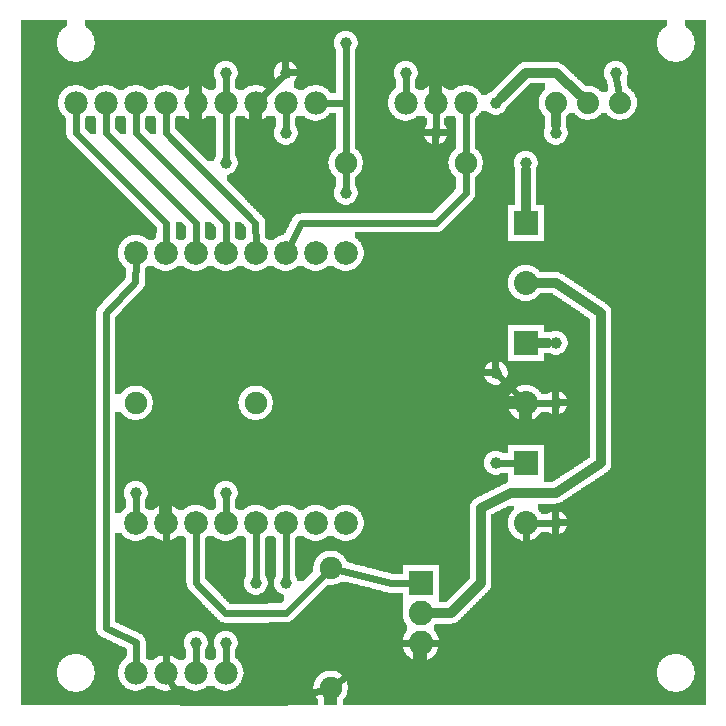
<source format=gbl>
G04 MADE WITH FRITZING*
G04 WWW.FRITZING.ORG*
G04 DOUBLE SIDED*
G04 HOLES PLATED*
G04 CONTOUR ON CENTER OF CONTOUR VECTOR*
%ASAXBY*%
%FSLAX23Y23*%
%MOIN*%
%OFA0B0*%
%SFA1.0B1.0*%
%ADD10C,0.075000*%
%ADD11C,0.039370*%
%ADD12C,0.079391*%
%ADD13C,0.082000*%
%ADD14C,0.074000*%
%ADD15C,0.078000*%
%ADD16C,0.080000*%
%ADD17R,0.082000X0.082000*%
%ADD18R,0.080000X0.079986*%
%ADD19C,0.024000*%
%ADD20C,0.032000*%
%LNCOPPER0*%
G90*
G70*
G54D10*
X103Y2264D03*
X717Y522D03*
G54D11*
X722Y1847D03*
X422Y747D03*
X722Y747D03*
X722Y2147D03*
X922Y2147D03*
X922Y1947D03*
X1322Y2147D03*
X1122Y1747D03*
X1422Y1947D03*
X2022Y2147D03*
X1622Y2047D03*
X1722Y1847D03*
X1822Y1947D03*
X1822Y1247D03*
X1822Y647D03*
X1822Y1047D03*
X1622Y1147D03*
X1622Y847D03*
X822Y447D03*
X622Y247D03*
X922Y447D03*
X722Y247D03*
X1122Y2247D03*
G54D12*
X1122Y1547D03*
X1022Y1547D03*
X922Y1547D03*
X822Y1547D03*
X722Y1547D03*
X622Y1547D03*
X522Y1547D03*
X422Y1547D03*
X422Y647D03*
X522Y647D03*
X622Y647D03*
X722Y647D03*
X822Y647D03*
X922Y647D03*
X1022Y647D03*
X1122Y647D03*
G54D13*
X1372Y447D03*
X1372Y347D03*
X1372Y247D03*
G54D14*
X1822Y2047D03*
X1929Y2047D03*
X2036Y2047D03*
G54D15*
X722Y2047D03*
X622Y2047D03*
X522Y2047D03*
X422Y2047D03*
X322Y2047D03*
X222Y2047D03*
X822Y2047D03*
X922Y2047D03*
X1022Y2047D03*
X1322Y2047D03*
X1422Y2047D03*
X1522Y2047D03*
X422Y147D03*
X522Y147D03*
X622Y147D03*
X722Y147D03*
G54D10*
X1122Y1847D03*
X1522Y1847D03*
X1072Y97D03*
X1072Y497D03*
X822Y1047D03*
X422Y1047D03*
G54D16*
X1722Y1647D03*
X1722Y1447D03*
X1722Y1247D03*
X1722Y1047D03*
X1722Y847D03*
X1722Y647D03*
G54D17*
X1372Y447D03*
G54D18*
X1722Y1647D03*
X1722Y1247D03*
X1722Y847D03*
G54D19*
X1123Y2048D02*
X1122Y1876D01*
D02*
X1122Y2228D02*
X1123Y2048D01*
D02*
X1052Y2047D02*
X1123Y2048D01*
D02*
X722Y1866D02*
X722Y2017D01*
D02*
X522Y178D02*
X522Y617D01*
D02*
X422Y728D02*
X422Y678D01*
D02*
X1473Y247D02*
X1404Y247D01*
D02*
X1722Y446D02*
X1473Y247D01*
D02*
X1722Y616D02*
X1722Y446D01*
D02*
X1272Y247D02*
X1340Y247D01*
D02*
X1095Y115D02*
X1272Y247D01*
D02*
X573Y49D02*
X536Y121D01*
D02*
X921Y49D02*
X573Y49D01*
D02*
X1045Y89D02*
X921Y49D01*
D02*
X722Y728D02*
X722Y678D01*
D02*
X722Y2077D02*
X722Y2128D01*
D02*
X844Y2069D02*
X909Y2134D01*
D02*
X922Y2017D02*
X922Y1966D01*
D02*
X1322Y2128D02*
X1322Y2077D01*
D02*
X1122Y1766D02*
X1122Y1819D01*
D02*
X1422Y2017D02*
X1422Y1966D01*
D02*
X2032Y2078D02*
X2025Y2129D01*
G54D20*
D02*
X1722Y2147D02*
X1822Y2147D01*
D02*
X1822Y2147D02*
X1902Y2072D01*
D02*
X1640Y2065D02*
X1722Y2147D01*
D02*
X1722Y1684D02*
X1722Y1823D01*
D02*
X1822Y1972D02*
X1822Y2011D01*
D02*
X1759Y1247D02*
X1798Y1247D01*
G54D19*
D02*
X1753Y1047D02*
X1803Y1047D01*
D02*
X1753Y647D02*
X1803Y647D01*
D02*
X1636Y1134D02*
X1700Y1069D01*
D02*
X1691Y847D02*
X1641Y847D01*
D02*
X622Y178D02*
X622Y228D01*
D02*
X822Y466D02*
X822Y617D01*
D02*
X722Y178D02*
X722Y228D01*
D02*
X922Y466D02*
X922Y617D01*
G54D20*
D02*
X1672Y747D02*
X1573Y698D01*
D02*
X1822Y747D02*
X1672Y747D01*
D02*
X1473Y347D02*
X1410Y347D01*
D02*
X1573Y446D02*
X1473Y347D01*
D02*
X1573Y698D02*
X1573Y446D01*
D02*
X1973Y1346D02*
X1973Y847D01*
D02*
X1973Y847D02*
X1822Y747D01*
D02*
X1822Y1448D02*
X1973Y1346D01*
D02*
X1759Y1447D02*
X1822Y1448D01*
G54D19*
D02*
X1522Y1747D02*
X1522Y1819D01*
D02*
X1424Y1647D02*
X1522Y1747D01*
D02*
X973Y1647D02*
X1424Y1647D01*
D02*
X936Y1575D02*
X973Y1647D01*
D02*
X1522Y1876D02*
X1522Y2017D01*
D02*
X1272Y446D02*
X1340Y447D01*
D02*
X1100Y490D02*
X1272Y446D01*
D02*
X922Y347D02*
X721Y347D01*
D02*
X721Y347D02*
X623Y448D01*
D02*
X623Y448D02*
X622Y617D01*
D02*
X1052Y477D02*
X922Y347D01*
D02*
X222Y1947D02*
X523Y1647D01*
D02*
X523Y1647D02*
X523Y1578D01*
D02*
X222Y2017D02*
X222Y1947D01*
D02*
X322Y1947D02*
X322Y2017D01*
D02*
X623Y1647D02*
X322Y1947D01*
D02*
X622Y1578D02*
X623Y1647D01*
D02*
X422Y1947D02*
X722Y1647D01*
D02*
X722Y1647D02*
X722Y1578D01*
D02*
X422Y2017D02*
X422Y1947D01*
D02*
X522Y1947D02*
X821Y1647D01*
D02*
X821Y1647D02*
X822Y1578D01*
D02*
X522Y2017D02*
X522Y1947D01*
D02*
X424Y249D02*
X423Y177D01*
D02*
X322Y297D02*
X424Y249D01*
D02*
X322Y1346D02*
X322Y297D01*
D02*
X421Y1449D02*
X322Y1346D01*
D02*
X422Y1517D02*
X421Y1449D01*
G36*
X260Y2004D02*
X260Y2002D01*
X258Y2002D01*
X258Y2000D01*
X256Y2000D01*
X256Y1998D01*
X254Y1998D01*
X254Y1960D01*
X256Y1960D01*
X256Y1958D01*
X258Y1958D01*
X258Y1956D01*
X260Y1956D01*
X260Y1954D01*
X262Y1954D01*
X262Y1952D01*
X264Y1952D01*
X264Y1950D01*
X266Y1950D01*
X266Y1948D01*
X268Y1948D01*
X268Y1946D01*
X270Y1946D01*
X270Y1944D01*
X290Y1944D01*
X290Y1998D01*
X288Y1998D01*
X288Y2000D01*
X286Y2000D01*
X286Y2002D01*
X284Y2002D01*
X284Y2004D01*
X260Y2004D01*
G37*
D02*
G36*
X360Y2004D02*
X360Y2002D01*
X358Y2002D01*
X358Y2000D01*
X356Y2000D01*
X356Y1998D01*
X354Y1998D01*
X354Y1960D01*
X356Y1960D01*
X356Y1958D01*
X358Y1958D01*
X358Y1956D01*
X360Y1956D01*
X360Y1954D01*
X362Y1954D01*
X362Y1952D01*
X364Y1952D01*
X364Y1950D01*
X366Y1950D01*
X366Y1948D01*
X368Y1948D01*
X368Y1946D01*
X370Y1946D01*
X370Y1944D01*
X390Y1944D01*
X390Y1998D01*
X388Y1998D01*
X388Y2000D01*
X386Y2000D01*
X386Y2002D01*
X384Y2002D01*
X384Y2004D01*
X360Y2004D01*
G37*
D02*
G36*
X460Y2004D02*
X460Y2002D01*
X458Y2002D01*
X458Y2000D01*
X456Y2000D01*
X456Y1998D01*
X454Y1998D01*
X454Y1960D01*
X456Y1960D01*
X456Y1958D01*
X458Y1958D01*
X458Y1956D01*
X460Y1956D01*
X460Y1954D01*
X462Y1954D01*
X462Y1952D01*
X464Y1952D01*
X464Y1950D01*
X466Y1950D01*
X466Y1948D01*
X468Y1948D01*
X468Y1946D01*
X470Y1946D01*
X470Y1944D01*
X490Y1944D01*
X490Y1998D01*
X488Y1998D01*
X488Y2000D01*
X486Y2000D01*
X486Y2002D01*
X484Y2002D01*
X484Y2004D01*
X460Y2004D01*
G37*
D02*
G36*
X560Y2004D02*
X560Y2002D01*
X558Y2002D01*
X558Y2000D01*
X556Y2000D01*
X556Y1998D01*
X554Y1998D01*
X554Y1988D01*
X614Y1988D01*
X614Y1990D01*
X604Y1990D01*
X604Y1992D01*
X598Y1992D01*
X598Y1994D01*
X594Y1994D01*
X594Y1996D01*
X592Y1996D01*
X592Y1998D01*
X588Y1998D01*
X588Y2000D01*
X586Y2000D01*
X586Y2002D01*
X584Y2002D01*
X584Y2004D01*
X560Y2004D01*
G37*
D02*
G36*
X660Y2004D02*
X660Y2002D01*
X658Y2002D01*
X658Y2000D01*
X656Y2000D01*
X656Y1998D01*
X652Y1998D01*
X652Y1996D01*
X650Y1996D01*
X650Y1994D01*
X646Y1994D01*
X646Y1992D01*
X640Y1992D01*
X640Y1990D01*
X630Y1990D01*
X630Y1988D01*
X690Y1988D01*
X690Y1998D01*
X688Y1998D01*
X688Y2000D01*
X686Y2000D01*
X686Y2002D01*
X684Y2002D01*
X684Y2004D01*
X660Y2004D01*
G37*
D02*
G36*
X554Y1988D02*
X554Y1986D01*
X690Y1986D01*
X690Y1988D01*
X554Y1988D01*
G37*
D02*
G36*
X554Y1988D02*
X554Y1986D01*
X690Y1986D01*
X690Y1988D01*
X554Y1988D01*
G37*
D02*
G36*
X554Y1986D02*
X554Y1960D01*
X556Y1960D01*
X556Y1958D01*
X558Y1958D01*
X558Y1956D01*
X560Y1956D01*
X560Y1954D01*
X562Y1954D01*
X562Y1952D01*
X564Y1952D01*
X564Y1950D01*
X566Y1950D01*
X566Y1948D01*
X568Y1948D01*
X568Y1946D01*
X570Y1946D01*
X570Y1944D01*
X572Y1944D01*
X572Y1942D01*
X574Y1942D01*
X574Y1940D01*
X576Y1940D01*
X576Y1938D01*
X578Y1938D01*
X578Y1936D01*
X580Y1936D01*
X580Y1934D01*
X582Y1934D01*
X582Y1932D01*
X584Y1932D01*
X584Y1930D01*
X586Y1930D01*
X586Y1928D01*
X588Y1928D01*
X588Y1926D01*
X590Y1926D01*
X590Y1924D01*
X592Y1924D01*
X592Y1922D01*
X594Y1922D01*
X594Y1920D01*
X596Y1920D01*
X596Y1918D01*
X598Y1918D01*
X598Y1916D01*
X600Y1916D01*
X600Y1914D01*
X602Y1914D01*
X602Y1912D01*
X604Y1912D01*
X604Y1910D01*
X606Y1910D01*
X606Y1908D01*
X608Y1908D01*
X608Y1906D01*
X610Y1906D01*
X610Y1904D01*
X612Y1904D01*
X612Y1902D01*
X614Y1902D01*
X614Y1900D01*
X616Y1900D01*
X616Y1898D01*
X618Y1898D01*
X618Y1896D01*
X620Y1896D01*
X620Y1894D01*
X622Y1894D01*
X622Y1892D01*
X624Y1892D01*
X624Y1890D01*
X626Y1890D01*
X626Y1888D01*
X628Y1888D01*
X628Y1886D01*
X630Y1886D01*
X630Y1884D01*
X632Y1884D01*
X632Y1882D01*
X634Y1882D01*
X634Y1880D01*
X636Y1880D01*
X636Y1878D01*
X638Y1878D01*
X638Y1876D01*
X640Y1876D01*
X640Y1874D01*
X642Y1874D01*
X642Y1872D01*
X644Y1872D01*
X644Y1870D01*
X646Y1870D01*
X646Y1868D01*
X648Y1868D01*
X648Y1866D01*
X650Y1866D01*
X650Y1864D01*
X652Y1864D01*
X652Y1862D01*
X654Y1862D01*
X654Y1860D01*
X656Y1860D01*
X656Y1858D01*
X658Y1858D01*
X658Y1856D01*
X660Y1856D01*
X660Y1854D01*
X662Y1854D01*
X662Y1852D01*
X684Y1852D01*
X684Y1860D01*
X686Y1860D01*
X686Y1866D01*
X688Y1866D01*
X688Y1868D01*
X690Y1868D01*
X690Y1986D01*
X554Y1986D01*
G37*
D02*
G36*
X556Y1650D02*
X556Y1596D01*
X558Y1596D01*
X558Y1594D01*
X560Y1594D01*
X560Y1592D01*
X562Y1592D01*
X562Y1590D01*
X582Y1590D01*
X582Y1592D01*
X584Y1592D01*
X584Y1594D01*
X586Y1594D01*
X586Y1596D01*
X590Y1596D01*
X590Y1636D01*
X588Y1636D01*
X588Y1638D01*
X586Y1638D01*
X586Y1640D01*
X584Y1640D01*
X584Y1642D01*
X582Y1642D01*
X582Y1644D01*
X580Y1644D01*
X580Y1646D01*
X578Y1646D01*
X578Y1648D01*
X576Y1648D01*
X576Y1650D01*
X556Y1650D01*
G37*
D02*
G36*
X654Y1650D02*
X654Y1596D01*
X658Y1596D01*
X658Y1594D01*
X660Y1594D01*
X660Y1592D01*
X662Y1592D01*
X662Y1590D01*
X682Y1590D01*
X682Y1592D01*
X684Y1592D01*
X684Y1594D01*
X686Y1594D01*
X686Y1596D01*
X690Y1596D01*
X690Y1634D01*
X688Y1634D01*
X688Y1636D01*
X686Y1636D01*
X686Y1638D01*
X684Y1638D01*
X684Y1640D01*
X682Y1640D01*
X682Y1642D01*
X680Y1642D01*
X680Y1644D01*
X678Y1644D01*
X678Y1646D01*
X676Y1646D01*
X676Y1648D01*
X674Y1648D01*
X674Y1650D01*
X654Y1650D01*
G37*
D02*
G36*
X754Y1650D02*
X754Y1596D01*
X758Y1596D01*
X758Y1594D01*
X760Y1594D01*
X760Y1592D01*
X762Y1592D01*
X762Y1590D01*
X782Y1590D01*
X782Y1592D01*
X784Y1592D01*
X784Y1594D01*
X786Y1594D01*
X786Y1596D01*
X790Y1596D01*
X790Y1634D01*
X788Y1634D01*
X788Y1636D01*
X786Y1636D01*
X786Y1638D01*
X784Y1638D01*
X784Y1640D01*
X782Y1640D01*
X782Y1642D01*
X780Y1642D01*
X780Y1644D01*
X778Y1644D01*
X778Y1646D01*
X776Y1646D01*
X776Y1648D01*
X774Y1648D01*
X774Y1650D01*
X754Y1650D01*
G37*
D02*
G36*
X40Y2322D02*
X40Y2184D01*
X212Y2184D01*
X212Y2186D01*
X202Y2186D01*
X202Y2188D01*
X198Y2188D01*
X198Y2190D01*
X194Y2190D01*
X194Y2192D01*
X190Y2192D01*
X190Y2194D01*
X186Y2194D01*
X186Y2196D01*
X184Y2196D01*
X184Y2198D01*
X182Y2198D01*
X182Y2200D01*
X180Y2200D01*
X180Y2202D01*
X176Y2202D01*
X176Y2206D01*
X174Y2206D01*
X174Y2208D01*
X172Y2208D01*
X172Y2210D01*
X170Y2210D01*
X170Y2214D01*
X168Y2214D01*
X168Y2216D01*
X166Y2216D01*
X166Y2220D01*
X164Y2220D01*
X164Y2226D01*
X162Y2226D01*
X162Y2232D01*
X160Y2232D01*
X160Y2246D01*
X158Y2246D01*
X158Y2248D01*
X160Y2248D01*
X160Y2262D01*
X162Y2262D01*
X162Y2270D01*
X164Y2270D01*
X164Y2274D01*
X166Y2274D01*
X166Y2278D01*
X168Y2278D01*
X168Y2282D01*
X170Y2282D01*
X170Y2284D01*
X172Y2284D01*
X172Y2286D01*
X174Y2286D01*
X174Y2290D01*
X176Y2290D01*
X176Y2292D01*
X178Y2292D01*
X178Y2294D01*
X180Y2294D01*
X180Y2296D01*
X184Y2296D01*
X184Y2298D01*
X186Y2298D01*
X186Y2300D01*
X190Y2300D01*
X190Y2302D01*
X192Y2302D01*
X192Y2322D01*
X40Y2322D01*
G37*
D02*
G36*
X252Y2322D02*
X252Y2302D01*
X256Y2302D01*
X256Y2300D01*
X258Y2300D01*
X258Y2298D01*
X262Y2298D01*
X262Y2296D01*
X264Y2296D01*
X264Y2294D01*
X266Y2294D01*
X266Y2292D01*
X268Y2292D01*
X268Y2290D01*
X270Y2290D01*
X270Y2288D01*
X272Y2288D01*
X272Y2286D01*
X1134Y2286D01*
X1134Y2284D01*
X1140Y2284D01*
X1140Y2282D01*
X1142Y2282D01*
X1142Y2280D01*
X1146Y2280D01*
X1146Y2278D01*
X1148Y2278D01*
X1148Y2276D01*
X1150Y2276D01*
X1150Y2274D01*
X1152Y2274D01*
X1152Y2272D01*
X1154Y2272D01*
X1154Y2270D01*
X1156Y2270D01*
X1156Y2266D01*
X1158Y2266D01*
X1158Y2262D01*
X1160Y2262D01*
X1160Y2254D01*
X1162Y2254D01*
X1162Y2240D01*
X1160Y2240D01*
X1160Y2232D01*
X1158Y2232D01*
X1158Y2228D01*
X1156Y2228D01*
X1156Y2226D01*
X1154Y2226D01*
X1154Y2186D01*
X2034Y2186D01*
X2034Y2184D01*
X2212Y2184D01*
X2212Y2186D01*
X2202Y2186D01*
X2202Y2188D01*
X2198Y2188D01*
X2198Y2190D01*
X2194Y2190D01*
X2194Y2192D01*
X2190Y2192D01*
X2190Y2194D01*
X2186Y2194D01*
X2186Y2196D01*
X2184Y2196D01*
X2184Y2198D01*
X2182Y2198D01*
X2182Y2200D01*
X2180Y2200D01*
X2180Y2202D01*
X2176Y2202D01*
X2176Y2206D01*
X2174Y2206D01*
X2174Y2208D01*
X2172Y2208D01*
X2172Y2210D01*
X2170Y2210D01*
X2170Y2214D01*
X2168Y2214D01*
X2168Y2216D01*
X2166Y2216D01*
X2166Y2220D01*
X2164Y2220D01*
X2164Y2226D01*
X2162Y2226D01*
X2162Y2232D01*
X2160Y2232D01*
X2160Y2246D01*
X2158Y2246D01*
X2158Y2248D01*
X2160Y2248D01*
X2160Y2262D01*
X2162Y2262D01*
X2162Y2270D01*
X2164Y2270D01*
X2164Y2274D01*
X2166Y2274D01*
X2166Y2278D01*
X2168Y2278D01*
X2168Y2282D01*
X2170Y2282D01*
X2170Y2284D01*
X2172Y2284D01*
X2172Y2286D01*
X2174Y2286D01*
X2174Y2290D01*
X2176Y2290D01*
X2176Y2292D01*
X2178Y2292D01*
X2178Y2294D01*
X2180Y2294D01*
X2180Y2296D01*
X2184Y2296D01*
X2184Y2298D01*
X2186Y2298D01*
X2186Y2300D01*
X2190Y2300D01*
X2190Y2302D01*
X2192Y2302D01*
X2192Y2322D01*
X252Y2322D01*
G37*
D02*
G36*
X2252Y2322D02*
X2252Y2302D01*
X2256Y2302D01*
X2256Y2300D01*
X2258Y2300D01*
X2258Y2298D01*
X2262Y2298D01*
X2262Y2296D01*
X2264Y2296D01*
X2264Y2294D01*
X2266Y2294D01*
X2266Y2292D01*
X2268Y2292D01*
X2268Y2290D01*
X2270Y2290D01*
X2270Y2288D01*
X2272Y2288D01*
X2272Y2284D01*
X2274Y2284D01*
X2274Y2282D01*
X2276Y2282D01*
X2276Y2278D01*
X2278Y2278D01*
X2278Y2274D01*
X2280Y2274D01*
X2280Y2270D01*
X2282Y2270D01*
X2282Y2264D01*
X2284Y2264D01*
X2284Y2254D01*
X2286Y2254D01*
X2286Y2240D01*
X2284Y2240D01*
X2284Y2230D01*
X2282Y2230D01*
X2282Y2224D01*
X2280Y2224D01*
X2280Y2220D01*
X2278Y2220D01*
X2278Y2216D01*
X2276Y2216D01*
X2276Y2212D01*
X2274Y2212D01*
X2274Y2210D01*
X2272Y2210D01*
X2272Y2206D01*
X2270Y2206D01*
X2270Y2204D01*
X2268Y2204D01*
X2268Y2202D01*
X2266Y2202D01*
X2266Y2200D01*
X2264Y2200D01*
X2264Y2198D01*
X2260Y2198D01*
X2260Y2196D01*
X2258Y2196D01*
X2258Y2194D01*
X2254Y2194D01*
X2254Y2192D01*
X2252Y2192D01*
X2252Y2190D01*
X2248Y2190D01*
X2248Y2188D01*
X2242Y2188D01*
X2242Y2186D01*
X2234Y2186D01*
X2234Y2184D01*
X2322Y2184D01*
X2322Y2322D01*
X2252Y2322D01*
G37*
D02*
G36*
X272Y2286D02*
X272Y2284D01*
X274Y2284D01*
X274Y2282D01*
X276Y2282D01*
X276Y2278D01*
X278Y2278D01*
X278Y2274D01*
X280Y2274D01*
X280Y2270D01*
X282Y2270D01*
X282Y2264D01*
X284Y2264D01*
X284Y2254D01*
X286Y2254D01*
X286Y2240D01*
X284Y2240D01*
X284Y2230D01*
X282Y2230D01*
X282Y2224D01*
X280Y2224D01*
X280Y2220D01*
X278Y2220D01*
X278Y2216D01*
X276Y2216D01*
X276Y2212D01*
X274Y2212D01*
X274Y2210D01*
X272Y2210D01*
X272Y2206D01*
X270Y2206D01*
X270Y2204D01*
X268Y2204D01*
X268Y2202D01*
X266Y2202D01*
X266Y2200D01*
X264Y2200D01*
X264Y2198D01*
X260Y2198D01*
X260Y2196D01*
X258Y2196D01*
X258Y2194D01*
X254Y2194D01*
X254Y2192D01*
X252Y2192D01*
X252Y2190D01*
X248Y2190D01*
X248Y2188D01*
X242Y2188D01*
X242Y2186D01*
X934Y2186D01*
X934Y2184D01*
X940Y2184D01*
X940Y2182D01*
X942Y2182D01*
X942Y2180D01*
X946Y2180D01*
X946Y2178D01*
X948Y2178D01*
X948Y2176D01*
X950Y2176D01*
X950Y2174D01*
X952Y2174D01*
X952Y2172D01*
X954Y2172D01*
X954Y2170D01*
X956Y2170D01*
X956Y2166D01*
X958Y2166D01*
X958Y2162D01*
X960Y2162D01*
X960Y2154D01*
X962Y2154D01*
X962Y2140D01*
X960Y2140D01*
X960Y2132D01*
X958Y2132D01*
X958Y2128D01*
X956Y2128D01*
X956Y2126D01*
X954Y2126D01*
X954Y2122D01*
X952Y2122D01*
X952Y2120D01*
X950Y2120D01*
X950Y2106D01*
X1034Y2106D01*
X1034Y2104D01*
X1042Y2104D01*
X1042Y2102D01*
X1046Y2102D01*
X1046Y2100D01*
X1050Y2100D01*
X1050Y2098D01*
X1054Y2098D01*
X1054Y2096D01*
X1056Y2096D01*
X1056Y2094D01*
X1058Y2094D01*
X1058Y2092D01*
X1062Y2092D01*
X1062Y2090D01*
X1064Y2090D01*
X1064Y2088D01*
X1066Y2088D01*
X1066Y2086D01*
X1068Y2086D01*
X1068Y2082D01*
X1070Y2082D01*
X1070Y2080D01*
X1090Y2080D01*
X1090Y2226D01*
X1088Y2226D01*
X1088Y2230D01*
X1086Y2230D01*
X1086Y2234D01*
X1084Y2234D01*
X1084Y2244D01*
X1082Y2244D01*
X1082Y2252D01*
X1084Y2252D01*
X1084Y2260D01*
X1086Y2260D01*
X1086Y2266D01*
X1088Y2266D01*
X1088Y2268D01*
X1090Y2268D01*
X1090Y2272D01*
X1092Y2272D01*
X1092Y2274D01*
X1094Y2274D01*
X1094Y2276D01*
X1096Y2276D01*
X1096Y2278D01*
X1098Y2278D01*
X1098Y2280D01*
X1102Y2280D01*
X1102Y2282D01*
X1106Y2282D01*
X1106Y2284D01*
X1110Y2284D01*
X1110Y2286D01*
X272Y2286D01*
G37*
D02*
G36*
X234Y2186D02*
X234Y2184D01*
X710Y2184D01*
X710Y2186D01*
X234Y2186D01*
G37*
D02*
G36*
X734Y2186D02*
X734Y2184D01*
X740Y2184D01*
X740Y2182D01*
X742Y2182D01*
X742Y2180D01*
X746Y2180D01*
X746Y2178D01*
X748Y2178D01*
X748Y2176D01*
X750Y2176D01*
X750Y2174D01*
X752Y2174D01*
X752Y2172D01*
X754Y2172D01*
X754Y2170D01*
X756Y2170D01*
X756Y2166D01*
X758Y2166D01*
X758Y2162D01*
X760Y2162D01*
X760Y2154D01*
X762Y2154D01*
X762Y2140D01*
X760Y2140D01*
X760Y2132D01*
X758Y2132D01*
X758Y2128D01*
X756Y2128D01*
X756Y2126D01*
X754Y2126D01*
X754Y2106D01*
X834Y2106D01*
X834Y2104D01*
X842Y2104D01*
X842Y2102D01*
X846Y2102D01*
X846Y2100D01*
X850Y2100D01*
X850Y2098D01*
X854Y2098D01*
X854Y2096D01*
X856Y2096D01*
X856Y2094D01*
X858Y2094D01*
X858Y2092D01*
X862Y2092D01*
X862Y2090D01*
X884Y2090D01*
X884Y2092D01*
X886Y2092D01*
X886Y2094D01*
X888Y2094D01*
X888Y2096D01*
X890Y2096D01*
X890Y2098D01*
X894Y2098D01*
X894Y2120D01*
X892Y2120D01*
X892Y2124D01*
X890Y2124D01*
X890Y2126D01*
X888Y2126D01*
X888Y2130D01*
X886Y2130D01*
X886Y2134D01*
X884Y2134D01*
X884Y2144D01*
X882Y2144D01*
X882Y2152D01*
X884Y2152D01*
X884Y2160D01*
X886Y2160D01*
X886Y2166D01*
X888Y2166D01*
X888Y2168D01*
X890Y2168D01*
X890Y2172D01*
X892Y2172D01*
X892Y2174D01*
X894Y2174D01*
X894Y2176D01*
X896Y2176D01*
X896Y2178D01*
X898Y2178D01*
X898Y2180D01*
X902Y2180D01*
X902Y2182D01*
X906Y2182D01*
X906Y2184D01*
X910Y2184D01*
X910Y2186D01*
X734Y2186D01*
G37*
D02*
G36*
X1154Y2186D02*
X1154Y1988D01*
X1314Y1988D01*
X1314Y1990D01*
X1304Y1990D01*
X1304Y1992D01*
X1298Y1992D01*
X1298Y1994D01*
X1294Y1994D01*
X1294Y1996D01*
X1292Y1996D01*
X1292Y1998D01*
X1288Y1998D01*
X1288Y2000D01*
X1286Y2000D01*
X1286Y2002D01*
X1284Y2002D01*
X1284Y2004D01*
X1282Y2004D01*
X1282Y2006D01*
X1280Y2006D01*
X1280Y2008D01*
X1278Y2008D01*
X1278Y2010D01*
X1276Y2010D01*
X1276Y2012D01*
X1274Y2012D01*
X1274Y2014D01*
X1272Y2014D01*
X1272Y2018D01*
X1270Y2018D01*
X1270Y2022D01*
X1268Y2022D01*
X1268Y2026D01*
X1266Y2026D01*
X1266Y2034D01*
X1264Y2034D01*
X1264Y2060D01*
X1266Y2060D01*
X1266Y2068D01*
X1268Y2068D01*
X1268Y2072D01*
X1270Y2072D01*
X1270Y2076D01*
X1272Y2076D01*
X1272Y2080D01*
X1274Y2080D01*
X1274Y2082D01*
X1276Y2082D01*
X1276Y2084D01*
X1278Y2084D01*
X1278Y2088D01*
X1280Y2088D01*
X1280Y2090D01*
X1284Y2090D01*
X1284Y2092D01*
X1286Y2092D01*
X1286Y2094D01*
X1288Y2094D01*
X1288Y2096D01*
X1290Y2096D01*
X1290Y2126D01*
X1288Y2126D01*
X1288Y2130D01*
X1286Y2130D01*
X1286Y2134D01*
X1284Y2134D01*
X1284Y2144D01*
X1282Y2144D01*
X1282Y2152D01*
X1284Y2152D01*
X1284Y2160D01*
X1286Y2160D01*
X1286Y2166D01*
X1288Y2166D01*
X1288Y2168D01*
X1290Y2168D01*
X1290Y2172D01*
X1292Y2172D01*
X1292Y2174D01*
X1294Y2174D01*
X1294Y2176D01*
X1296Y2176D01*
X1296Y2178D01*
X1298Y2178D01*
X1298Y2180D01*
X1302Y2180D01*
X1302Y2182D01*
X1306Y2182D01*
X1306Y2184D01*
X1310Y2184D01*
X1310Y2186D01*
X1154Y2186D01*
G37*
D02*
G36*
X1334Y2186D02*
X1334Y2184D01*
X1824Y2184D01*
X1824Y2182D01*
X1834Y2182D01*
X1834Y2180D01*
X1838Y2180D01*
X1838Y2178D01*
X1842Y2178D01*
X1842Y2176D01*
X1844Y2176D01*
X1844Y2174D01*
X1848Y2174D01*
X1848Y2172D01*
X1850Y2172D01*
X1850Y2170D01*
X1852Y2170D01*
X1852Y2168D01*
X1854Y2168D01*
X1854Y2166D01*
X1856Y2166D01*
X1856Y2164D01*
X1858Y2164D01*
X1858Y2162D01*
X1860Y2162D01*
X1860Y2160D01*
X1862Y2160D01*
X1862Y2158D01*
X1864Y2158D01*
X1864Y2156D01*
X1866Y2156D01*
X1866Y2154D01*
X1868Y2154D01*
X1868Y2152D01*
X1870Y2152D01*
X1870Y2150D01*
X1874Y2150D01*
X1874Y2148D01*
X1876Y2148D01*
X1876Y2146D01*
X1878Y2146D01*
X1878Y2144D01*
X1880Y2144D01*
X1880Y2142D01*
X1882Y2142D01*
X1882Y2140D01*
X1884Y2140D01*
X1884Y2138D01*
X1886Y2138D01*
X1886Y2136D01*
X1888Y2136D01*
X1888Y2134D01*
X1890Y2134D01*
X1890Y2132D01*
X1892Y2132D01*
X1892Y2130D01*
X1894Y2130D01*
X1894Y2128D01*
X1896Y2128D01*
X1896Y2126D01*
X1898Y2126D01*
X1898Y2124D01*
X1900Y2124D01*
X1900Y2122D01*
X1902Y2122D01*
X1902Y2120D01*
X1906Y2120D01*
X1906Y2118D01*
X1908Y2118D01*
X1908Y2116D01*
X1910Y2116D01*
X1910Y2114D01*
X1912Y2114D01*
X1912Y2112D01*
X1914Y2112D01*
X1914Y2110D01*
X1916Y2110D01*
X1916Y2108D01*
X1918Y2108D01*
X1918Y2106D01*
X1920Y2106D01*
X1920Y2104D01*
X1940Y2104D01*
X1940Y2102D01*
X1948Y2102D01*
X1948Y2100D01*
X1952Y2100D01*
X1952Y2098D01*
X1956Y2098D01*
X1956Y2096D01*
X1960Y2096D01*
X1960Y2094D01*
X1962Y2094D01*
X1962Y2092D01*
X1966Y2092D01*
X1966Y2090D01*
X1968Y2090D01*
X1968Y2088D01*
X1970Y2088D01*
X1970Y2086D01*
X1972Y2086D01*
X1972Y2084D01*
X1994Y2084D01*
X1994Y2086D01*
X1996Y2086D01*
X1996Y2110D01*
X1994Y2110D01*
X1994Y2120D01*
X1992Y2120D01*
X1992Y2124D01*
X1990Y2124D01*
X1990Y2126D01*
X1988Y2126D01*
X1988Y2130D01*
X1986Y2130D01*
X1986Y2134D01*
X1984Y2134D01*
X1984Y2144D01*
X1982Y2144D01*
X1982Y2152D01*
X1984Y2152D01*
X1984Y2160D01*
X1986Y2160D01*
X1986Y2166D01*
X1988Y2166D01*
X1988Y2168D01*
X1990Y2168D01*
X1990Y2172D01*
X1992Y2172D01*
X1992Y2174D01*
X1994Y2174D01*
X1994Y2176D01*
X1996Y2176D01*
X1996Y2178D01*
X1998Y2178D01*
X1998Y2180D01*
X2002Y2180D01*
X2002Y2182D01*
X2006Y2182D01*
X2006Y2184D01*
X2010Y2184D01*
X2010Y2186D01*
X1334Y2186D01*
G37*
D02*
G36*
X40Y2184D02*
X40Y2182D01*
X706Y2182D01*
X706Y2184D01*
X40Y2184D01*
G37*
D02*
G36*
X40Y2184D02*
X40Y2182D01*
X706Y2182D01*
X706Y2184D01*
X40Y2184D01*
G37*
D02*
G36*
X1340Y2184D02*
X1340Y2182D01*
X1342Y2182D01*
X1342Y2180D01*
X1346Y2180D01*
X1346Y2178D01*
X1348Y2178D01*
X1348Y2176D01*
X1350Y2176D01*
X1350Y2174D01*
X1352Y2174D01*
X1352Y2172D01*
X1354Y2172D01*
X1354Y2170D01*
X1356Y2170D01*
X1356Y2166D01*
X1358Y2166D01*
X1358Y2162D01*
X1360Y2162D01*
X1360Y2154D01*
X1362Y2154D01*
X1362Y2140D01*
X1360Y2140D01*
X1360Y2132D01*
X1358Y2132D01*
X1358Y2128D01*
X1356Y2128D01*
X1356Y2126D01*
X1354Y2126D01*
X1354Y2106D01*
X1534Y2106D01*
X1534Y2104D01*
X1542Y2104D01*
X1542Y2102D01*
X1546Y2102D01*
X1546Y2100D01*
X1550Y2100D01*
X1550Y2098D01*
X1554Y2098D01*
X1554Y2096D01*
X1556Y2096D01*
X1556Y2094D01*
X1558Y2094D01*
X1558Y2092D01*
X1562Y2092D01*
X1562Y2090D01*
X1564Y2090D01*
X1564Y2088D01*
X1566Y2088D01*
X1566Y2086D01*
X1568Y2086D01*
X1568Y2082D01*
X1570Y2082D01*
X1570Y2080D01*
X1572Y2080D01*
X1572Y2076D01*
X1574Y2076D01*
X1574Y2074D01*
X1594Y2074D01*
X1594Y2076D01*
X1596Y2076D01*
X1596Y2078D01*
X1598Y2078D01*
X1598Y2080D01*
X1602Y2080D01*
X1602Y2082D01*
X1606Y2082D01*
X1606Y2084D01*
X1610Y2084D01*
X1610Y2086D01*
X1612Y2086D01*
X1612Y2088D01*
X1614Y2088D01*
X1614Y2090D01*
X1616Y2090D01*
X1616Y2092D01*
X1618Y2092D01*
X1618Y2094D01*
X1620Y2094D01*
X1620Y2096D01*
X1622Y2096D01*
X1622Y2098D01*
X1624Y2098D01*
X1624Y2100D01*
X1626Y2100D01*
X1626Y2102D01*
X1628Y2102D01*
X1628Y2104D01*
X1630Y2104D01*
X1630Y2106D01*
X1632Y2106D01*
X1632Y2108D01*
X1634Y2108D01*
X1634Y2110D01*
X1636Y2110D01*
X1636Y2112D01*
X1638Y2112D01*
X1638Y2114D01*
X1640Y2114D01*
X1640Y2116D01*
X1642Y2116D01*
X1642Y2118D01*
X1644Y2118D01*
X1644Y2120D01*
X1646Y2120D01*
X1646Y2122D01*
X1648Y2122D01*
X1648Y2124D01*
X1650Y2124D01*
X1650Y2126D01*
X1652Y2126D01*
X1652Y2128D01*
X1654Y2128D01*
X1654Y2130D01*
X1656Y2130D01*
X1656Y2132D01*
X1658Y2132D01*
X1658Y2134D01*
X1660Y2134D01*
X1660Y2136D01*
X1662Y2136D01*
X1662Y2138D01*
X1664Y2138D01*
X1664Y2140D01*
X1666Y2140D01*
X1666Y2142D01*
X1668Y2142D01*
X1668Y2144D01*
X1670Y2144D01*
X1670Y2146D01*
X1672Y2146D01*
X1672Y2148D01*
X1674Y2148D01*
X1674Y2150D01*
X1676Y2150D01*
X1676Y2152D01*
X1678Y2152D01*
X1678Y2154D01*
X1680Y2154D01*
X1680Y2156D01*
X1682Y2156D01*
X1682Y2158D01*
X1684Y2158D01*
X1684Y2160D01*
X1686Y2160D01*
X1686Y2162D01*
X1688Y2162D01*
X1688Y2164D01*
X1690Y2164D01*
X1690Y2166D01*
X1692Y2166D01*
X1692Y2168D01*
X1694Y2168D01*
X1694Y2170D01*
X1696Y2170D01*
X1696Y2172D01*
X1698Y2172D01*
X1698Y2174D01*
X1700Y2174D01*
X1700Y2176D01*
X1702Y2176D01*
X1702Y2178D01*
X1706Y2178D01*
X1706Y2180D01*
X1710Y2180D01*
X1710Y2182D01*
X1720Y2182D01*
X1720Y2184D01*
X1340Y2184D01*
G37*
D02*
G36*
X2040Y2184D02*
X2040Y2182D01*
X2322Y2182D01*
X2322Y2184D01*
X2040Y2184D01*
G37*
D02*
G36*
X2040Y2184D02*
X2040Y2182D01*
X2322Y2182D01*
X2322Y2184D01*
X2040Y2184D01*
G37*
D02*
G36*
X40Y2182D02*
X40Y2106D01*
X634Y2106D01*
X634Y2104D01*
X642Y2104D01*
X642Y2102D01*
X646Y2102D01*
X646Y2100D01*
X650Y2100D01*
X650Y2098D01*
X654Y2098D01*
X654Y2096D01*
X656Y2096D01*
X656Y2094D01*
X658Y2094D01*
X658Y2092D01*
X662Y2092D01*
X662Y2090D01*
X684Y2090D01*
X684Y2092D01*
X686Y2092D01*
X686Y2094D01*
X688Y2094D01*
X688Y2096D01*
X690Y2096D01*
X690Y2126D01*
X688Y2126D01*
X688Y2130D01*
X686Y2130D01*
X686Y2134D01*
X684Y2134D01*
X684Y2144D01*
X682Y2144D01*
X682Y2152D01*
X684Y2152D01*
X684Y2160D01*
X686Y2160D01*
X686Y2166D01*
X688Y2166D01*
X688Y2168D01*
X690Y2168D01*
X690Y2172D01*
X692Y2172D01*
X692Y2174D01*
X694Y2174D01*
X694Y2176D01*
X696Y2176D01*
X696Y2178D01*
X698Y2178D01*
X698Y2180D01*
X702Y2180D01*
X702Y2182D01*
X40Y2182D01*
G37*
D02*
G36*
X2042Y2182D02*
X2042Y2180D01*
X2046Y2180D01*
X2046Y2178D01*
X2048Y2178D01*
X2048Y2176D01*
X2050Y2176D01*
X2050Y2174D01*
X2052Y2174D01*
X2052Y2172D01*
X2054Y2172D01*
X2054Y2170D01*
X2056Y2170D01*
X2056Y2166D01*
X2058Y2166D01*
X2058Y2162D01*
X2060Y2162D01*
X2060Y2154D01*
X2062Y2154D01*
X2062Y2140D01*
X2060Y2140D01*
X2060Y2102D01*
X2062Y2102D01*
X2062Y2098D01*
X2064Y2098D01*
X2064Y2096D01*
X2066Y2096D01*
X2066Y2094D01*
X2070Y2094D01*
X2070Y2092D01*
X2072Y2092D01*
X2072Y2090D01*
X2074Y2090D01*
X2074Y2088D01*
X2076Y2088D01*
X2076Y2086D01*
X2078Y2086D01*
X2078Y2084D01*
X2080Y2084D01*
X2080Y2082D01*
X2082Y2082D01*
X2082Y2080D01*
X2084Y2080D01*
X2084Y2076D01*
X2086Y2076D01*
X2086Y2072D01*
X2088Y2072D01*
X2088Y2068D01*
X2090Y2068D01*
X2090Y2062D01*
X2092Y2062D01*
X2092Y2050D01*
X2094Y2050D01*
X2094Y2044D01*
X2092Y2044D01*
X2092Y2032D01*
X2090Y2032D01*
X2090Y2026D01*
X2088Y2026D01*
X2088Y2022D01*
X2086Y2022D01*
X2086Y2018D01*
X2084Y2018D01*
X2084Y2014D01*
X2082Y2014D01*
X2082Y2012D01*
X2080Y2012D01*
X2080Y2010D01*
X2078Y2010D01*
X2078Y2008D01*
X2076Y2008D01*
X2076Y2006D01*
X2074Y2006D01*
X2074Y2004D01*
X2072Y2004D01*
X2072Y2002D01*
X2070Y2002D01*
X2070Y2000D01*
X2066Y2000D01*
X2066Y1998D01*
X2064Y1998D01*
X2064Y1996D01*
X2060Y1996D01*
X2060Y1994D01*
X2054Y1994D01*
X2054Y1992D01*
X2044Y1992D01*
X2044Y1990D01*
X2322Y1990D01*
X2322Y2182D01*
X2042Y2182D01*
G37*
D02*
G36*
X1736Y2112D02*
X1736Y2110D01*
X1734Y2110D01*
X1734Y2108D01*
X1732Y2108D01*
X1732Y2106D01*
X1730Y2106D01*
X1730Y2104D01*
X1728Y2104D01*
X1728Y2102D01*
X1726Y2102D01*
X1726Y2100D01*
X1724Y2100D01*
X1724Y2098D01*
X1722Y2098D01*
X1722Y2096D01*
X1720Y2096D01*
X1720Y2094D01*
X1718Y2094D01*
X1718Y2092D01*
X1716Y2092D01*
X1716Y2090D01*
X1714Y2090D01*
X1714Y2088D01*
X1712Y2088D01*
X1712Y2086D01*
X1710Y2086D01*
X1710Y2084D01*
X1708Y2084D01*
X1708Y2082D01*
X1706Y2082D01*
X1706Y2080D01*
X1704Y2080D01*
X1704Y2078D01*
X1702Y2078D01*
X1702Y2076D01*
X1700Y2076D01*
X1700Y2074D01*
X1698Y2074D01*
X1698Y2072D01*
X1696Y2072D01*
X1696Y2070D01*
X1694Y2070D01*
X1694Y2068D01*
X1692Y2068D01*
X1692Y2066D01*
X1690Y2066D01*
X1690Y2064D01*
X1688Y2064D01*
X1688Y2062D01*
X1686Y2062D01*
X1686Y2060D01*
X1684Y2060D01*
X1684Y2058D01*
X1682Y2058D01*
X1682Y2056D01*
X1680Y2056D01*
X1680Y2054D01*
X1678Y2054D01*
X1678Y2052D01*
X1676Y2052D01*
X1676Y2050D01*
X1674Y2050D01*
X1674Y2048D01*
X1672Y2048D01*
X1672Y2046D01*
X1670Y2046D01*
X1670Y2044D01*
X1668Y2044D01*
X1668Y2042D01*
X1666Y2042D01*
X1666Y2040D01*
X1664Y2040D01*
X1664Y2038D01*
X1662Y2038D01*
X1662Y2036D01*
X1660Y2036D01*
X1660Y2032D01*
X1658Y2032D01*
X1658Y2028D01*
X1656Y2028D01*
X1656Y2026D01*
X1654Y2026D01*
X1654Y2022D01*
X1652Y2022D01*
X1652Y2020D01*
X1650Y2020D01*
X1650Y2018D01*
X1648Y2018D01*
X1648Y2016D01*
X1646Y2016D01*
X1646Y2014D01*
X1642Y2014D01*
X1642Y2012D01*
X1638Y2012D01*
X1638Y2010D01*
X1632Y2010D01*
X1632Y2008D01*
X1780Y2008D01*
X1780Y2010D01*
X1778Y2010D01*
X1778Y2012D01*
X1776Y2012D01*
X1776Y2016D01*
X1774Y2016D01*
X1774Y2018D01*
X1772Y2018D01*
X1772Y2022D01*
X1770Y2022D01*
X1770Y2028D01*
X1768Y2028D01*
X1768Y2034D01*
X1766Y2034D01*
X1766Y2060D01*
X1768Y2060D01*
X1768Y2068D01*
X1770Y2068D01*
X1770Y2072D01*
X1772Y2072D01*
X1772Y2076D01*
X1774Y2076D01*
X1774Y2078D01*
X1776Y2078D01*
X1776Y2082D01*
X1778Y2082D01*
X1778Y2084D01*
X1780Y2084D01*
X1780Y2086D01*
X1782Y2086D01*
X1782Y2088D01*
X1784Y2088D01*
X1784Y2090D01*
X1786Y2090D01*
X1786Y2092D01*
X1788Y2092D01*
X1788Y2112D01*
X1736Y2112D01*
G37*
D02*
G36*
X40Y2106D02*
X40Y1606D01*
X436Y1606D01*
X436Y1604D01*
X444Y1604D01*
X444Y1602D01*
X448Y1602D01*
X448Y1600D01*
X452Y1600D01*
X452Y1598D01*
X454Y1598D01*
X454Y1596D01*
X458Y1596D01*
X458Y1594D01*
X460Y1594D01*
X460Y1592D01*
X462Y1592D01*
X462Y1590D01*
X482Y1590D01*
X482Y1592D01*
X484Y1592D01*
X484Y1594D01*
X486Y1594D01*
X486Y1596D01*
X490Y1596D01*
X490Y1614D01*
X492Y1614D01*
X492Y1634D01*
X490Y1634D01*
X490Y1636D01*
X488Y1636D01*
X488Y1638D01*
X486Y1638D01*
X486Y1640D01*
X484Y1640D01*
X484Y1642D01*
X482Y1642D01*
X482Y1644D01*
X480Y1644D01*
X480Y1646D01*
X478Y1646D01*
X478Y1648D01*
X476Y1648D01*
X476Y1650D01*
X474Y1650D01*
X474Y1652D01*
X472Y1652D01*
X472Y1654D01*
X470Y1654D01*
X470Y1656D01*
X468Y1656D01*
X468Y1658D01*
X466Y1658D01*
X466Y1660D01*
X464Y1660D01*
X464Y1662D01*
X462Y1662D01*
X462Y1664D01*
X460Y1664D01*
X460Y1666D01*
X458Y1666D01*
X458Y1668D01*
X456Y1668D01*
X456Y1670D01*
X454Y1670D01*
X454Y1672D01*
X452Y1672D01*
X452Y1674D01*
X450Y1674D01*
X450Y1676D01*
X448Y1676D01*
X448Y1678D01*
X446Y1678D01*
X446Y1680D01*
X444Y1680D01*
X444Y1682D01*
X442Y1682D01*
X442Y1684D01*
X440Y1684D01*
X440Y1686D01*
X438Y1686D01*
X438Y1688D01*
X436Y1688D01*
X436Y1690D01*
X434Y1690D01*
X434Y1692D01*
X432Y1692D01*
X432Y1694D01*
X430Y1694D01*
X430Y1696D01*
X428Y1696D01*
X428Y1698D01*
X426Y1698D01*
X426Y1700D01*
X424Y1700D01*
X424Y1702D01*
X422Y1702D01*
X422Y1704D01*
X420Y1704D01*
X420Y1706D01*
X418Y1706D01*
X418Y1708D01*
X416Y1708D01*
X416Y1710D01*
X414Y1710D01*
X414Y1712D01*
X412Y1712D01*
X412Y1714D01*
X410Y1714D01*
X410Y1716D01*
X408Y1716D01*
X408Y1718D01*
X406Y1718D01*
X406Y1720D01*
X404Y1720D01*
X404Y1722D01*
X402Y1722D01*
X402Y1724D01*
X400Y1724D01*
X400Y1726D01*
X398Y1726D01*
X398Y1728D01*
X396Y1728D01*
X396Y1730D01*
X394Y1730D01*
X394Y1732D01*
X392Y1732D01*
X392Y1734D01*
X390Y1734D01*
X390Y1736D01*
X388Y1736D01*
X388Y1738D01*
X386Y1738D01*
X386Y1740D01*
X384Y1740D01*
X384Y1742D01*
X382Y1742D01*
X382Y1744D01*
X380Y1744D01*
X380Y1746D01*
X378Y1746D01*
X378Y1748D01*
X376Y1748D01*
X376Y1750D01*
X374Y1750D01*
X374Y1752D01*
X372Y1752D01*
X372Y1754D01*
X370Y1754D01*
X370Y1756D01*
X368Y1756D01*
X368Y1758D01*
X366Y1758D01*
X366Y1760D01*
X364Y1760D01*
X364Y1762D01*
X362Y1762D01*
X362Y1764D01*
X360Y1764D01*
X360Y1766D01*
X358Y1766D01*
X358Y1768D01*
X356Y1768D01*
X356Y1770D01*
X354Y1770D01*
X354Y1772D01*
X352Y1772D01*
X352Y1774D01*
X350Y1774D01*
X350Y1776D01*
X348Y1776D01*
X348Y1778D01*
X346Y1778D01*
X346Y1780D01*
X344Y1780D01*
X344Y1782D01*
X342Y1782D01*
X342Y1784D01*
X340Y1784D01*
X340Y1786D01*
X338Y1786D01*
X338Y1788D01*
X336Y1788D01*
X336Y1790D01*
X334Y1790D01*
X334Y1792D01*
X332Y1792D01*
X332Y1794D01*
X330Y1794D01*
X330Y1796D01*
X328Y1796D01*
X328Y1798D01*
X326Y1798D01*
X326Y1800D01*
X324Y1800D01*
X324Y1802D01*
X322Y1802D01*
X322Y1804D01*
X320Y1804D01*
X320Y1806D01*
X318Y1806D01*
X318Y1808D01*
X316Y1808D01*
X316Y1810D01*
X314Y1810D01*
X314Y1812D01*
X312Y1812D01*
X312Y1814D01*
X310Y1814D01*
X310Y1816D01*
X308Y1816D01*
X308Y1818D01*
X306Y1818D01*
X306Y1820D01*
X304Y1820D01*
X304Y1822D01*
X302Y1822D01*
X302Y1824D01*
X300Y1824D01*
X300Y1826D01*
X298Y1826D01*
X298Y1828D01*
X296Y1828D01*
X296Y1830D01*
X294Y1830D01*
X294Y1832D01*
X292Y1832D01*
X292Y1834D01*
X290Y1834D01*
X290Y1836D01*
X288Y1836D01*
X288Y1838D01*
X286Y1838D01*
X286Y1840D01*
X284Y1840D01*
X284Y1842D01*
X282Y1842D01*
X282Y1844D01*
X280Y1844D01*
X280Y1846D01*
X278Y1846D01*
X278Y1848D01*
X276Y1848D01*
X276Y1850D01*
X274Y1850D01*
X274Y1852D01*
X272Y1852D01*
X272Y1854D01*
X270Y1854D01*
X270Y1856D01*
X268Y1856D01*
X268Y1858D01*
X266Y1858D01*
X266Y1860D01*
X264Y1860D01*
X264Y1862D01*
X262Y1862D01*
X262Y1864D01*
X260Y1864D01*
X260Y1866D01*
X258Y1866D01*
X258Y1868D01*
X256Y1868D01*
X256Y1870D01*
X254Y1870D01*
X254Y1872D01*
X252Y1872D01*
X252Y1874D01*
X250Y1874D01*
X250Y1876D01*
X248Y1876D01*
X248Y1878D01*
X246Y1878D01*
X246Y1880D01*
X244Y1880D01*
X244Y1882D01*
X242Y1882D01*
X242Y1884D01*
X240Y1884D01*
X240Y1886D01*
X238Y1886D01*
X238Y1888D01*
X236Y1888D01*
X236Y1890D01*
X234Y1890D01*
X234Y1892D01*
X232Y1892D01*
X232Y1894D01*
X230Y1894D01*
X230Y1896D01*
X228Y1896D01*
X228Y1898D01*
X226Y1898D01*
X226Y1900D01*
X224Y1900D01*
X224Y1902D01*
X222Y1902D01*
X222Y1904D01*
X220Y1904D01*
X220Y1906D01*
X218Y1906D01*
X218Y1908D01*
X216Y1908D01*
X216Y1910D01*
X214Y1910D01*
X214Y1912D01*
X212Y1912D01*
X212Y1914D01*
X210Y1914D01*
X210Y1916D01*
X208Y1916D01*
X208Y1918D01*
X206Y1918D01*
X206Y1920D01*
X204Y1920D01*
X204Y1922D01*
X202Y1922D01*
X202Y1924D01*
X200Y1924D01*
X200Y1926D01*
X198Y1926D01*
X198Y1928D01*
X196Y1928D01*
X196Y1930D01*
X194Y1930D01*
X194Y1934D01*
X192Y1934D01*
X192Y1940D01*
X190Y1940D01*
X190Y1998D01*
X188Y1998D01*
X188Y2000D01*
X186Y2000D01*
X186Y2002D01*
X184Y2002D01*
X184Y2004D01*
X182Y2004D01*
X182Y2006D01*
X180Y2006D01*
X180Y2008D01*
X178Y2008D01*
X178Y2010D01*
X176Y2010D01*
X176Y2012D01*
X174Y2012D01*
X174Y2014D01*
X172Y2014D01*
X172Y2018D01*
X170Y2018D01*
X170Y2022D01*
X168Y2022D01*
X168Y2026D01*
X166Y2026D01*
X166Y2034D01*
X164Y2034D01*
X164Y2060D01*
X166Y2060D01*
X166Y2068D01*
X168Y2068D01*
X168Y2072D01*
X170Y2072D01*
X170Y2076D01*
X172Y2076D01*
X172Y2080D01*
X174Y2080D01*
X174Y2082D01*
X176Y2082D01*
X176Y2084D01*
X178Y2084D01*
X178Y2088D01*
X180Y2088D01*
X180Y2090D01*
X184Y2090D01*
X184Y2092D01*
X186Y2092D01*
X186Y2094D01*
X188Y2094D01*
X188Y2096D01*
X190Y2096D01*
X190Y2098D01*
X194Y2098D01*
X194Y2100D01*
X198Y2100D01*
X198Y2102D01*
X204Y2102D01*
X204Y2104D01*
X212Y2104D01*
X212Y2106D01*
X40Y2106D01*
G37*
D02*
G36*
X234Y2106D02*
X234Y2104D01*
X242Y2104D01*
X242Y2102D01*
X246Y2102D01*
X246Y2100D01*
X250Y2100D01*
X250Y2098D01*
X254Y2098D01*
X254Y2096D01*
X256Y2096D01*
X256Y2094D01*
X258Y2094D01*
X258Y2092D01*
X262Y2092D01*
X262Y2090D01*
X284Y2090D01*
X284Y2092D01*
X286Y2092D01*
X286Y2094D01*
X288Y2094D01*
X288Y2096D01*
X290Y2096D01*
X290Y2098D01*
X294Y2098D01*
X294Y2100D01*
X298Y2100D01*
X298Y2102D01*
X304Y2102D01*
X304Y2104D01*
X312Y2104D01*
X312Y2106D01*
X234Y2106D01*
G37*
D02*
G36*
X334Y2106D02*
X334Y2104D01*
X342Y2104D01*
X342Y2102D01*
X346Y2102D01*
X346Y2100D01*
X350Y2100D01*
X350Y2098D01*
X354Y2098D01*
X354Y2096D01*
X356Y2096D01*
X356Y2094D01*
X358Y2094D01*
X358Y2092D01*
X362Y2092D01*
X362Y2090D01*
X384Y2090D01*
X384Y2092D01*
X386Y2092D01*
X386Y2094D01*
X388Y2094D01*
X388Y2096D01*
X390Y2096D01*
X390Y2098D01*
X394Y2098D01*
X394Y2100D01*
X398Y2100D01*
X398Y2102D01*
X404Y2102D01*
X404Y2104D01*
X412Y2104D01*
X412Y2106D01*
X334Y2106D01*
G37*
D02*
G36*
X434Y2106D02*
X434Y2104D01*
X442Y2104D01*
X442Y2102D01*
X446Y2102D01*
X446Y2100D01*
X450Y2100D01*
X450Y2098D01*
X454Y2098D01*
X454Y2096D01*
X456Y2096D01*
X456Y2094D01*
X458Y2094D01*
X458Y2092D01*
X462Y2092D01*
X462Y2090D01*
X484Y2090D01*
X484Y2092D01*
X486Y2092D01*
X486Y2094D01*
X488Y2094D01*
X488Y2096D01*
X490Y2096D01*
X490Y2098D01*
X494Y2098D01*
X494Y2100D01*
X498Y2100D01*
X498Y2102D01*
X504Y2102D01*
X504Y2104D01*
X512Y2104D01*
X512Y2106D01*
X434Y2106D01*
G37*
D02*
G36*
X534Y2106D02*
X534Y2104D01*
X542Y2104D01*
X542Y2102D01*
X546Y2102D01*
X546Y2100D01*
X550Y2100D01*
X550Y2098D01*
X554Y2098D01*
X554Y2096D01*
X556Y2096D01*
X556Y2094D01*
X558Y2094D01*
X558Y2092D01*
X562Y2092D01*
X562Y2090D01*
X584Y2090D01*
X584Y2092D01*
X586Y2092D01*
X586Y2094D01*
X588Y2094D01*
X588Y2096D01*
X590Y2096D01*
X590Y2098D01*
X594Y2098D01*
X594Y2100D01*
X598Y2100D01*
X598Y2102D01*
X604Y2102D01*
X604Y2104D01*
X612Y2104D01*
X612Y2106D01*
X534Y2106D01*
G37*
D02*
G36*
X754Y2106D02*
X754Y2096D01*
X756Y2096D01*
X756Y2094D01*
X758Y2094D01*
X758Y2092D01*
X762Y2092D01*
X762Y2090D01*
X784Y2090D01*
X784Y2092D01*
X786Y2092D01*
X786Y2094D01*
X788Y2094D01*
X788Y2096D01*
X790Y2096D01*
X790Y2098D01*
X794Y2098D01*
X794Y2100D01*
X798Y2100D01*
X798Y2102D01*
X804Y2102D01*
X804Y2104D01*
X812Y2104D01*
X812Y2106D01*
X754Y2106D01*
G37*
D02*
G36*
X950Y2106D02*
X950Y2098D01*
X954Y2098D01*
X954Y2096D01*
X956Y2096D01*
X956Y2094D01*
X958Y2094D01*
X958Y2092D01*
X962Y2092D01*
X962Y2090D01*
X984Y2090D01*
X984Y2092D01*
X986Y2092D01*
X986Y2094D01*
X988Y2094D01*
X988Y2096D01*
X990Y2096D01*
X990Y2098D01*
X994Y2098D01*
X994Y2100D01*
X998Y2100D01*
X998Y2102D01*
X1004Y2102D01*
X1004Y2104D01*
X1012Y2104D01*
X1012Y2106D01*
X950Y2106D01*
G37*
D02*
G36*
X1354Y2106D02*
X1354Y2096D01*
X1356Y2096D01*
X1356Y2094D01*
X1358Y2094D01*
X1358Y2092D01*
X1362Y2092D01*
X1362Y2090D01*
X1384Y2090D01*
X1384Y2092D01*
X1386Y2092D01*
X1386Y2094D01*
X1388Y2094D01*
X1388Y2096D01*
X1390Y2096D01*
X1390Y2098D01*
X1394Y2098D01*
X1394Y2100D01*
X1398Y2100D01*
X1398Y2102D01*
X1404Y2102D01*
X1404Y2104D01*
X1412Y2104D01*
X1412Y2106D01*
X1354Y2106D01*
G37*
D02*
G36*
X1434Y2106D02*
X1434Y2104D01*
X1442Y2104D01*
X1442Y2102D01*
X1446Y2102D01*
X1446Y2100D01*
X1450Y2100D01*
X1450Y2098D01*
X1454Y2098D01*
X1454Y2096D01*
X1456Y2096D01*
X1456Y2094D01*
X1458Y2094D01*
X1458Y2092D01*
X1462Y2092D01*
X1462Y2090D01*
X1484Y2090D01*
X1484Y2092D01*
X1486Y2092D01*
X1486Y2094D01*
X1488Y2094D01*
X1488Y2096D01*
X1490Y2096D01*
X1490Y2098D01*
X1494Y2098D01*
X1494Y2100D01*
X1498Y2100D01*
X1498Y2102D01*
X1504Y2102D01*
X1504Y2104D01*
X1512Y2104D01*
X1512Y2106D01*
X1434Y2106D01*
G37*
D02*
G36*
X1574Y2020D02*
X1574Y2018D01*
X1572Y2018D01*
X1572Y2014D01*
X1570Y2014D01*
X1570Y2012D01*
X1568Y2012D01*
X1568Y2010D01*
X1566Y2010D01*
X1566Y2008D01*
X1612Y2008D01*
X1612Y2010D01*
X1606Y2010D01*
X1606Y2012D01*
X1602Y2012D01*
X1602Y2014D01*
X1600Y2014D01*
X1600Y2016D01*
X1596Y2016D01*
X1596Y2018D01*
X1594Y2018D01*
X1594Y2020D01*
X1574Y2020D01*
G37*
D02*
G36*
X1070Y2014D02*
X1070Y2012D01*
X1068Y2012D01*
X1068Y2010D01*
X1066Y2010D01*
X1066Y2006D01*
X1064Y2006D01*
X1064Y2004D01*
X1060Y2004D01*
X1060Y2002D01*
X1058Y2002D01*
X1058Y2000D01*
X1056Y2000D01*
X1056Y1998D01*
X1052Y1998D01*
X1052Y1996D01*
X1050Y1996D01*
X1050Y1994D01*
X1046Y1994D01*
X1046Y1992D01*
X1040Y1992D01*
X1040Y1990D01*
X1030Y1990D01*
X1030Y1988D01*
X1090Y1988D01*
X1090Y2014D01*
X1070Y2014D01*
G37*
D02*
G36*
X1866Y2012D02*
X1866Y2010D01*
X1864Y2010D01*
X1864Y2008D01*
X1862Y2008D01*
X1862Y2006D01*
X1860Y2006D01*
X1860Y2004D01*
X1858Y2004D01*
X1858Y1990D01*
X1920Y1990D01*
X1920Y1992D01*
X1912Y1992D01*
X1912Y1994D01*
X1906Y1994D01*
X1906Y1996D01*
X1902Y1996D01*
X1902Y1998D01*
X1900Y1998D01*
X1900Y2000D01*
X1896Y2000D01*
X1896Y2002D01*
X1894Y2002D01*
X1894Y2004D01*
X1892Y2004D01*
X1892Y2006D01*
X1888Y2006D01*
X1888Y2010D01*
X1886Y2010D01*
X1886Y2012D01*
X1866Y2012D01*
G37*
D02*
G36*
X1972Y2012D02*
X1972Y2008D01*
X1970Y2008D01*
X1970Y2006D01*
X1968Y2006D01*
X1968Y2004D01*
X1964Y2004D01*
X1964Y2002D01*
X1962Y2002D01*
X1962Y2000D01*
X1960Y2000D01*
X1960Y1998D01*
X1956Y1998D01*
X1956Y1996D01*
X1952Y1996D01*
X1952Y1994D01*
X1946Y1994D01*
X1946Y1992D01*
X1938Y1992D01*
X1938Y1990D01*
X2028Y1990D01*
X2028Y1992D01*
X2018Y1992D01*
X2018Y1994D01*
X2014Y1994D01*
X2014Y1996D01*
X2010Y1996D01*
X2010Y1998D01*
X2006Y1998D01*
X2006Y2000D01*
X2004Y2000D01*
X2004Y2002D01*
X2000Y2002D01*
X2000Y2004D01*
X1998Y2004D01*
X1998Y2006D01*
X1996Y2006D01*
X1996Y2008D01*
X1994Y2008D01*
X1994Y2010D01*
X1992Y2010D01*
X1992Y2012D01*
X1972Y2012D01*
G37*
D02*
G36*
X1566Y2008D02*
X1566Y2006D01*
X1782Y2006D01*
X1782Y2008D01*
X1566Y2008D01*
G37*
D02*
G36*
X1566Y2008D02*
X1566Y2006D01*
X1782Y2006D01*
X1782Y2008D01*
X1566Y2008D01*
G37*
D02*
G36*
X1564Y2006D02*
X1564Y2004D01*
X1560Y2004D01*
X1560Y2002D01*
X1558Y2002D01*
X1558Y2000D01*
X1556Y2000D01*
X1556Y1998D01*
X1554Y1998D01*
X1554Y1908D01*
X1812Y1908D01*
X1812Y1910D01*
X1806Y1910D01*
X1806Y1912D01*
X1802Y1912D01*
X1802Y1914D01*
X1800Y1914D01*
X1800Y1916D01*
X1796Y1916D01*
X1796Y1918D01*
X1794Y1918D01*
X1794Y1920D01*
X1792Y1920D01*
X1792Y1924D01*
X1790Y1924D01*
X1790Y1926D01*
X1788Y1926D01*
X1788Y1930D01*
X1786Y1930D01*
X1786Y1934D01*
X1784Y1934D01*
X1784Y1944D01*
X1782Y1944D01*
X1782Y1952D01*
X1784Y1952D01*
X1784Y1960D01*
X1786Y1960D01*
X1786Y2004D01*
X1784Y2004D01*
X1784Y2006D01*
X1564Y2006D01*
G37*
D02*
G36*
X760Y2004D02*
X760Y2002D01*
X758Y2002D01*
X758Y2000D01*
X756Y2000D01*
X756Y1998D01*
X754Y1998D01*
X754Y1988D01*
X814Y1988D01*
X814Y1990D01*
X804Y1990D01*
X804Y1992D01*
X798Y1992D01*
X798Y1994D01*
X794Y1994D01*
X794Y1996D01*
X792Y1996D01*
X792Y1998D01*
X788Y1998D01*
X788Y2000D01*
X786Y2000D01*
X786Y2002D01*
X784Y2002D01*
X784Y2004D01*
X760Y2004D01*
G37*
D02*
G36*
X860Y2004D02*
X860Y2002D01*
X858Y2002D01*
X858Y2000D01*
X856Y2000D01*
X856Y1998D01*
X852Y1998D01*
X852Y1996D01*
X850Y1996D01*
X850Y1994D01*
X846Y1994D01*
X846Y1992D01*
X840Y1992D01*
X840Y1990D01*
X830Y1990D01*
X830Y1988D01*
X890Y1988D01*
X890Y1998D01*
X888Y1998D01*
X888Y2000D01*
X886Y2000D01*
X886Y2002D01*
X884Y2002D01*
X884Y2004D01*
X860Y2004D01*
G37*
D02*
G36*
X960Y2004D02*
X960Y2002D01*
X958Y2002D01*
X958Y2000D01*
X956Y2000D01*
X956Y1998D01*
X954Y1998D01*
X954Y1988D01*
X1014Y1988D01*
X1014Y1990D01*
X1004Y1990D01*
X1004Y1992D01*
X998Y1992D01*
X998Y1994D01*
X994Y1994D01*
X994Y1996D01*
X992Y1996D01*
X992Y1998D01*
X988Y1998D01*
X988Y2000D01*
X986Y2000D01*
X986Y2002D01*
X984Y2002D01*
X984Y2004D01*
X960Y2004D01*
G37*
D02*
G36*
X1360Y2004D02*
X1360Y2002D01*
X1358Y2002D01*
X1358Y2000D01*
X1356Y2000D01*
X1356Y1998D01*
X1352Y1998D01*
X1352Y1996D01*
X1350Y1996D01*
X1350Y1994D01*
X1346Y1994D01*
X1346Y1992D01*
X1340Y1992D01*
X1340Y1990D01*
X1330Y1990D01*
X1330Y1988D01*
X1394Y1988D01*
X1394Y1996D01*
X1392Y1996D01*
X1392Y1998D01*
X1388Y1998D01*
X1388Y2000D01*
X1386Y2000D01*
X1386Y2002D01*
X1384Y2002D01*
X1384Y2004D01*
X1360Y2004D01*
G37*
D02*
G36*
X1460Y2004D02*
X1460Y2002D01*
X1458Y2002D01*
X1458Y2000D01*
X1456Y2000D01*
X1456Y1998D01*
X1452Y1998D01*
X1452Y1996D01*
X1450Y1996D01*
X1450Y1974D01*
X1452Y1974D01*
X1452Y1972D01*
X1454Y1972D01*
X1454Y1970D01*
X1456Y1970D01*
X1456Y1966D01*
X1458Y1966D01*
X1458Y1962D01*
X1460Y1962D01*
X1460Y1954D01*
X1462Y1954D01*
X1462Y1940D01*
X1460Y1940D01*
X1460Y1932D01*
X1458Y1932D01*
X1458Y1928D01*
X1456Y1928D01*
X1456Y1926D01*
X1454Y1926D01*
X1454Y1922D01*
X1452Y1922D01*
X1452Y1920D01*
X1450Y1920D01*
X1450Y1918D01*
X1448Y1918D01*
X1448Y1916D01*
X1446Y1916D01*
X1446Y1914D01*
X1442Y1914D01*
X1442Y1912D01*
X1438Y1912D01*
X1438Y1910D01*
X1432Y1910D01*
X1432Y1908D01*
X1490Y1908D01*
X1490Y1998D01*
X1488Y1998D01*
X1488Y2000D01*
X1486Y2000D01*
X1486Y2002D01*
X1484Y2002D01*
X1484Y2004D01*
X1460Y2004D01*
G37*
D02*
G36*
X1858Y1990D02*
X1858Y1988D01*
X2322Y1988D01*
X2322Y1990D01*
X1858Y1990D01*
G37*
D02*
G36*
X1858Y1990D02*
X1858Y1988D01*
X2322Y1988D01*
X2322Y1990D01*
X1858Y1990D01*
G37*
D02*
G36*
X1858Y1990D02*
X1858Y1988D01*
X2322Y1988D01*
X2322Y1990D01*
X1858Y1990D01*
G37*
D02*
G36*
X754Y1988D02*
X754Y1986D01*
X890Y1986D01*
X890Y1988D01*
X754Y1988D01*
G37*
D02*
G36*
X754Y1988D02*
X754Y1986D01*
X890Y1986D01*
X890Y1988D01*
X754Y1988D01*
G37*
D02*
G36*
X954Y1988D02*
X954Y1986D01*
X1090Y1986D01*
X1090Y1988D01*
X954Y1988D01*
G37*
D02*
G36*
X954Y1988D02*
X954Y1986D01*
X1090Y1986D01*
X1090Y1988D01*
X954Y1988D01*
G37*
D02*
G36*
X1154Y1988D02*
X1154Y1986D01*
X1394Y1986D01*
X1394Y1988D01*
X1154Y1988D01*
G37*
D02*
G36*
X1154Y1988D02*
X1154Y1986D01*
X1394Y1986D01*
X1394Y1988D01*
X1154Y1988D01*
G37*
D02*
G36*
X1858Y1988D02*
X1858Y1962D01*
X1860Y1962D01*
X1860Y1954D01*
X1862Y1954D01*
X1862Y1940D01*
X1860Y1940D01*
X1860Y1932D01*
X1858Y1932D01*
X1858Y1928D01*
X1856Y1928D01*
X1856Y1926D01*
X1854Y1926D01*
X1854Y1922D01*
X1852Y1922D01*
X1852Y1920D01*
X1850Y1920D01*
X1850Y1918D01*
X1848Y1918D01*
X1848Y1916D01*
X1846Y1916D01*
X1846Y1914D01*
X1842Y1914D01*
X1842Y1912D01*
X1838Y1912D01*
X1838Y1910D01*
X1832Y1910D01*
X1832Y1908D01*
X2322Y1908D01*
X2322Y1988D01*
X1858Y1988D01*
G37*
D02*
G36*
X754Y1986D02*
X754Y1908D01*
X912Y1908D01*
X912Y1910D01*
X906Y1910D01*
X906Y1912D01*
X902Y1912D01*
X902Y1914D01*
X900Y1914D01*
X900Y1916D01*
X896Y1916D01*
X896Y1918D01*
X894Y1918D01*
X894Y1920D01*
X892Y1920D01*
X892Y1924D01*
X890Y1924D01*
X890Y1926D01*
X888Y1926D01*
X888Y1930D01*
X886Y1930D01*
X886Y1934D01*
X884Y1934D01*
X884Y1944D01*
X882Y1944D01*
X882Y1952D01*
X884Y1952D01*
X884Y1960D01*
X886Y1960D01*
X886Y1966D01*
X888Y1966D01*
X888Y1968D01*
X890Y1968D01*
X890Y1986D01*
X754Y1986D01*
G37*
D02*
G36*
X954Y1986D02*
X954Y1970D01*
X956Y1970D01*
X956Y1966D01*
X958Y1966D01*
X958Y1962D01*
X960Y1962D01*
X960Y1954D01*
X962Y1954D01*
X962Y1940D01*
X960Y1940D01*
X960Y1932D01*
X958Y1932D01*
X958Y1928D01*
X956Y1928D01*
X956Y1926D01*
X954Y1926D01*
X954Y1922D01*
X952Y1922D01*
X952Y1920D01*
X950Y1920D01*
X950Y1918D01*
X948Y1918D01*
X948Y1916D01*
X946Y1916D01*
X946Y1914D01*
X942Y1914D01*
X942Y1912D01*
X938Y1912D01*
X938Y1910D01*
X932Y1910D01*
X932Y1908D01*
X1090Y1908D01*
X1090Y1986D01*
X954Y1986D01*
G37*
D02*
G36*
X1154Y1986D02*
X1154Y1908D01*
X1412Y1908D01*
X1412Y1910D01*
X1406Y1910D01*
X1406Y1912D01*
X1402Y1912D01*
X1402Y1914D01*
X1400Y1914D01*
X1400Y1916D01*
X1396Y1916D01*
X1396Y1918D01*
X1394Y1918D01*
X1394Y1920D01*
X1392Y1920D01*
X1392Y1924D01*
X1390Y1924D01*
X1390Y1926D01*
X1388Y1926D01*
X1388Y1930D01*
X1386Y1930D01*
X1386Y1934D01*
X1384Y1934D01*
X1384Y1944D01*
X1382Y1944D01*
X1382Y1952D01*
X1384Y1952D01*
X1384Y1960D01*
X1386Y1960D01*
X1386Y1966D01*
X1388Y1966D01*
X1388Y1968D01*
X1390Y1968D01*
X1390Y1972D01*
X1392Y1972D01*
X1392Y1974D01*
X1394Y1974D01*
X1394Y1986D01*
X1154Y1986D01*
G37*
D02*
G36*
X754Y1908D02*
X754Y1906D01*
X1090Y1906D01*
X1090Y1908D01*
X754Y1908D01*
G37*
D02*
G36*
X754Y1908D02*
X754Y1906D01*
X1090Y1906D01*
X1090Y1908D01*
X754Y1908D01*
G37*
D02*
G36*
X1154Y1908D02*
X1154Y1906D01*
X1490Y1906D01*
X1490Y1908D01*
X1154Y1908D01*
G37*
D02*
G36*
X1154Y1908D02*
X1154Y1906D01*
X1490Y1906D01*
X1490Y1908D01*
X1154Y1908D01*
G37*
D02*
G36*
X1554Y1908D02*
X1554Y1906D01*
X2322Y1906D01*
X2322Y1908D01*
X1554Y1908D01*
G37*
D02*
G36*
X1554Y1908D02*
X1554Y1906D01*
X2322Y1906D01*
X2322Y1908D01*
X1554Y1908D01*
G37*
D02*
G36*
X754Y1906D02*
X754Y1870D01*
X756Y1870D01*
X756Y1866D01*
X758Y1866D01*
X758Y1862D01*
X760Y1862D01*
X760Y1854D01*
X762Y1854D01*
X762Y1840D01*
X760Y1840D01*
X760Y1832D01*
X758Y1832D01*
X758Y1828D01*
X756Y1828D01*
X756Y1826D01*
X754Y1826D01*
X754Y1822D01*
X752Y1822D01*
X752Y1820D01*
X750Y1820D01*
X750Y1818D01*
X748Y1818D01*
X748Y1816D01*
X746Y1816D01*
X746Y1814D01*
X742Y1814D01*
X742Y1812D01*
X738Y1812D01*
X738Y1810D01*
X732Y1810D01*
X732Y1808D01*
X726Y1808D01*
X726Y1788D01*
X728Y1788D01*
X728Y1786D01*
X730Y1786D01*
X730Y1784D01*
X732Y1784D01*
X732Y1782D01*
X734Y1782D01*
X734Y1780D01*
X736Y1780D01*
X736Y1778D01*
X738Y1778D01*
X738Y1776D01*
X740Y1776D01*
X740Y1774D01*
X742Y1774D01*
X742Y1772D01*
X744Y1772D01*
X744Y1770D01*
X746Y1770D01*
X746Y1768D01*
X748Y1768D01*
X748Y1766D01*
X750Y1766D01*
X750Y1764D01*
X752Y1764D01*
X752Y1762D01*
X754Y1762D01*
X754Y1760D01*
X756Y1760D01*
X756Y1758D01*
X758Y1758D01*
X758Y1756D01*
X760Y1756D01*
X760Y1754D01*
X762Y1754D01*
X762Y1752D01*
X764Y1752D01*
X764Y1750D01*
X766Y1750D01*
X766Y1748D01*
X768Y1748D01*
X768Y1746D01*
X770Y1746D01*
X770Y1744D01*
X772Y1744D01*
X772Y1742D01*
X774Y1742D01*
X774Y1740D01*
X776Y1740D01*
X776Y1738D01*
X778Y1738D01*
X778Y1736D01*
X780Y1736D01*
X780Y1734D01*
X782Y1734D01*
X782Y1732D01*
X784Y1732D01*
X784Y1730D01*
X786Y1730D01*
X786Y1728D01*
X788Y1728D01*
X788Y1724D01*
X790Y1724D01*
X790Y1722D01*
X792Y1722D01*
X792Y1720D01*
X794Y1720D01*
X794Y1718D01*
X796Y1718D01*
X796Y1716D01*
X798Y1716D01*
X798Y1714D01*
X800Y1714D01*
X800Y1712D01*
X802Y1712D01*
X802Y1710D01*
X804Y1710D01*
X804Y1708D01*
X1112Y1708D01*
X1112Y1710D01*
X1106Y1710D01*
X1106Y1712D01*
X1102Y1712D01*
X1102Y1714D01*
X1100Y1714D01*
X1100Y1716D01*
X1096Y1716D01*
X1096Y1718D01*
X1094Y1718D01*
X1094Y1720D01*
X1092Y1720D01*
X1092Y1724D01*
X1090Y1724D01*
X1090Y1726D01*
X1088Y1726D01*
X1088Y1730D01*
X1086Y1730D01*
X1086Y1734D01*
X1084Y1734D01*
X1084Y1744D01*
X1082Y1744D01*
X1082Y1752D01*
X1084Y1752D01*
X1084Y1760D01*
X1086Y1760D01*
X1086Y1766D01*
X1088Y1766D01*
X1088Y1768D01*
X1090Y1768D01*
X1090Y1800D01*
X1088Y1800D01*
X1088Y1802D01*
X1086Y1802D01*
X1086Y1804D01*
X1084Y1804D01*
X1084Y1806D01*
X1082Y1806D01*
X1082Y1808D01*
X1080Y1808D01*
X1080Y1810D01*
X1078Y1810D01*
X1078Y1812D01*
X1076Y1812D01*
X1076Y1814D01*
X1074Y1814D01*
X1074Y1818D01*
X1072Y1818D01*
X1072Y1822D01*
X1070Y1822D01*
X1070Y1826D01*
X1068Y1826D01*
X1068Y1832D01*
X1066Y1832D01*
X1066Y1842D01*
X1064Y1842D01*
X1064Y1852D01*
X1066Y1852D01*
X1066Y1862D01*
X1068Y1862D01*
X1068Y1868D01*
X1070Y1868D01*
X1070Y1874D01*
X1072Y1874D01*
X1072Y1876D01*
X1074Y1876D01*
X1074Y1880D01*
X1076Y1880D01*
X1076Y1882D01*
X1078Y1882D01*
X1078Y1884D01*
X1080Y1884D01*
X1080Y1888D01*
X1082Y1888D01*
X1082Y1890D01*
X1086Y1890D01*
X1086Y1892D01*
X1088Y1892D01*
X1088Y1894D01*
X1090Y1894D01*
X1090Y1906D01*
X754Y1906D01*
G37*
D02*
G36*
X1154Y1906D02*
X1154Y1894D01*
X1156Y1894D01*
X1156Y1892D01*
X1158Y1892D01*
X1158Y1890D01*
X1162Y1890D01*
X1162Y1888D01*
X1164Y1888D01*
X1164Y1886D01*
X1166Y1886D01*
X1166Y1882D01*
X1168Y1882D01*
X1168Y1880D01*
X1170Y1880D01*
X1170Y1878D01*
X1172Y1878D01*
X1172Y1874D01*
X1174Y1874D01*
X1174Y1870D01*
X1176Y1870D01*
X1176Y1864D01*
X1178Y1864D01*
X1178Y1856D01*
X1180Y1856D01*
X1180Y1840D01*
X1178Y1840D01*
X1178Y1830D01*
X1176Y1830D01*
X1176Y1824D01*
X1174Y1824D01*
X1174Y1820D01*
X1172Y1820D01*
X1172Y1818D01*
X1170Y1818D01*
X1170Y1814D01*
X1168Y1814D01*
X1168Y1812D01*
X1166Y1812D01*
X1166Y1810D01*
X1164Y1810D01*
X1164Y1806D01*
X1160Y1806D01*
X1160Y1804D01*
X1158Y1804D01*
X1158Y1802D01*
X1156Y1802D01*
X1156Y1800D01*
X1154Y1800D01*
X1154Y1770D01*
X1156Y1770D01*
X1156Y1766D01*
X1158Y1766D01*
X1158Y1762D01*
X1160Y1762D01*
X1160Y1754D01*
X1162Y1754D01*
X1162Y1740D01*
X1160Y1740D01*
X1160Y1732D01*
X1158Y1732D01*
X1158Y1728D01*
X1156Y1728D01*
X1156Y1726D01*
X1154Y1726D01*
X1154Y1722D01*
X1152Y1722D01*
X1152Y1720D01*
X1150Y1720D01*
X1150Y1718D01*
X1148Y1718D01*
X1148Y1716D01*
X1146Y1716D01*
X1146Y1714D01*
X1142Y1714D01*
X1142Y1712D01*
X1138Y1712D01*
X1138Y1710D01*
X1132Y1710D01*
X1132Y1708D01*
X1440Y1708D01*
X1440Y1710D01*
X1442Y1710D01*
X1442Y1712D01*
X1444Y1712D01*
X1444Y1714D01*
X1446Y1714D01*
X1446Y1716D01*
X1448Y1716D01*
X1448Y1718D01*
X1450Y1718D01*
X1450Y1720D01*
X1452Y1720D01*
X1452Y1722D01*
X1454Y1722D01*
X1454Y1724D01*
X1456Y1724D01*
X1456Y1726D01*
X1458Y1726D01*
X1458Y1728D01*
X1460Y1728D01*
X1460Y1730D01*
X1462Y1730D01*
X1462Y1732D01*
X1464Y1732D01*
X1464Y1734D01*
X1466Y1734D01*
X1466Y1736D01*
X1468Y1736D01*
X1468Y1738D01*
X1470Y1738D01*
X1470Y1740D01*
X1472Y1740D01*
X1472Y1742D01*
X1474Y1742D01*
X1474Y1744D01*
X1476Y1744D01*
X1476Y1746D01*
X1478Y1746D01*
X1478Y1748D01*
X1480Y1748D01*
X1480Y1750D01*
X1482Y1750D01*
X1482Y1752D01*
X1484Y1752D01*
X1484Y1756D01*
X1486Y1756D01*
X1486Y1758D01*
X1488Y1758D01*
X1488Y1760D01*
X1490Y1760D01*
X1490Y1800D01*
X1488Y1800D01*
X1488Y1802D01*
X1486Y1802D01*
X1486Y1804D01*
X1484Y1804D01*
X1484Y1806D01*
X1482Y1806D01*
X1482Y1808D01*
X1480Y1808D01*
X1480Y1810D01*
X1478Y1810D01*
X1478Y1812D01*
X1476Y1812D01*
X1476Y1814D01*
X1474Y1814D01*
X1474Y1818D01*
X1472Y1818D01*
X1472Y1822D01*
X1470Y1822D01*
X1470Y1826D01*
X1468Y1826D01*
X1468Y1832D01*
X1466Y1832D01*
X1466Y1842D01*
X1464Y1842D01*
X1464Y1852D01*
X1466Y1852D01*
X1466Y1862D01*
X1468Y1862D01*
X1468Y1868D01*
X1470Y1868D01*
X1470Y1874D01*
X1472Y1874D01*
X1472Y1876D01*
X1474Y1876D01*
X1474Y1880D01*
X1476Y1880D01*
X1476Y1882D01*
X1478Y1882D01*
X1478Y1884D01*
X1480Y1884D01*
X1480Y1888D01*
X1482Y1888D01*
X1482Y1890D01*
X1486Y1890D01*
X1486Y1892D01*
X1488Y1892D01*
X1488Y1894D01*
X1490Y1894D01*
X1490Y1906D01*
X1154Y1906D01*
G37*
D02*
G36*
X1554Y1906D02*
X1554Y1894D01*
X1556Y1894D01*
X1556Y1892D01*
X1558Y1892D01*
X1558Y1890D01*
X1562Y1890D01*
X1562Y1888D01*
X1564Y1888D01*
X1564Y1886D01*
X1734Y1886D01*
X1734Y1884D01*
X1740Y1884D01*
X1740Y1882D01*
X1742Y1882D01*
X1742Y1880D01*
X1746Y1880D01*
X1746Y1878D01*
X1748Y1878D01*
X1748Y1876D01*
X1750Y1876D01*
X1750Y1874D01*
X1752Y1874D01*
X1752Y1872D01*
X1754Y1872D01*
X1754Y1870D01*
X1756Y1870D01*
X1756Y1866D01*
X1758Y1866D01*
X1758Y1862D01*
X1760Y1862D01*
X1760Y1854D01*
X1762Y1854D01*
X1762Y1840D01*
X1760Y1840D01*
X1760Y1832D01*
X1758Y1832D01*
X1758Y1708D01*
X1782Y1708D01*
X1782Y1588D01*
X2322Y1588D01*
X2322Y1906D01*
X1554Y1906D01*
G37*
D02*
G36*
X1566Y1886D02*
X1566Y1882D01*
X1568Y1882D01*
X1568Y1880D01*
X1570Y1880D01*
X1570Y1878D01*
X1572Y1878D01*
X1572Y1874D01*
X1574Y1874D01*
X1574Y1870D01*
X1576Y1870D01*
X1576Y1864D01*
X1578Y1864D01*
X1578Y1856D01*
X1580Y1856D01*
X1580Y1840D01*
X1578Y1840D01*
X1578Y1830D01*
X1576Y1830D01*
X1576Y1824D01*
X1574Y1824D01*
X1574Y1820D01*
X1572Y1820D01*
X1572Y1818D01*
X1570Y1818D01*
X1570Y1814D01*
X1568Y1814D01*
X1568Y1812D01*
X1566Y1812D01*
X1566Y1810D01*
X1564Y1810D01*
X1564Y1806D01*
X1560Y1806D01*
X1560Y1804D01*
X1558Y1804D01*
X1558Y1802D01*
X1556Y1802D01*
X1556Y1800D01*
X1554Y1800D01*
X1554Y1738D01*
X1552Y1738D01*
X1552Y1734D01*
X1550Y1734D01*
X1550Y1730D01*
X1548Y1730D01*
X1548Y1728D01*
X1546Y1728D01*
X1546Y1724D01*
X1544Y1724D01*
X1544Y1722D01*
X1542Y1722D01*
X1542Y1720D01*
X1540Y1720D01*
X1540Y1718D01*
X1538Y1718D01*
X1538Y1716D01*
X1536Y1716D01*
X1536Y1714D01*
X1534Y1714D01*
X1534Y1712D01*
X1532Y1712D01*
X1532Y1710D01*
X1530Y1710D01*
X1530Y1708D01*
X1528Y1708D01*
X1528Y1706D01*
X1526Y1706D01*
X1526Y1704D01*
X1524Y1704D01*
X1524Y1702D01*
X1522Y1702D01*
X1522Y1700D01*
X1520Y1700D01*
X1520Y1698D01*
X1518Y1698D01*
X1518Y1696D01*
X1516Y1696D01*
X1516Y1694D01*
X1514Y1694D01*
X1514Y1692D01*
X1512Y1692D01*
X1512Y1690D01*
X1510Y1690D01*
X1510Y1688D01*
X1508Y1688D01*
X1508Y1686D01*
X1506Y1686D01*
X1506Y1684D01*
X1504Y1684D01*
X1504Y1682D01*
X1502Y1682D01*
X1502Y1680D01*
X1500Y1680D01*
X1500Y1678D01*
X1498Y1678D01*
X1498Y1676D01*
X1496Y1676D01*
X1496Y1674D01*
X1494Y1674D01*
X1494Y1672D01*
X1492Y1672D01*
X1492Y1670D01*
X1490Y1670D01*
X1490Y1668D01*
X1488Y1668D01*
X1488Y1666D01*
X1486Y1666D01*
X1486Y1664D01*
X1484Y1664D01*
X1484Y1662D01*
X1482Y1662D01*
X1482Y1660D01*
X1480Y1660D01*
X1480Y1658D01*
X1478Y1658D01*
X1478Y1656D01*
X1476Y1656D01*
X1476Y1654D01*
X1474Y1654D01*
X1474Y1652D01*
X1472Y1652D01*
X1472Y1650D01*
X1470Y1650D01*
X1470Y1648D01*
X1468Y1648D01*
X1468Y1646D01*
X1466Y1646D01*
X1466Y1644D01*
X1464Y1644D01*
X1464Y1642D01*
X1462Y1642D01*
X1462Y1640D01*
X1460Y1640D01*
X1460Y1638D01*
X1458Y1638D01*
X1458Y1636D01*
X1456Y1636D01*
X1456Y1634D01*
X1454Y1634D01*
X1454Y1632D01*
X1452Y1632D01*
X1452Y1630D01*
X1450Y1630D01*
X1450Y1628D01*
X1448Y1628D01*
X1448Y1626D01*
X1446Y1626D01*
X1446Y1624D01*
X1444Y1624D01*
X1444Y1622D01*
X1442Y1622D01*
X1442Y1620D01*
X1438Y1620D01*
X1438Y1618D01*
X1434Y1618D01*
X1434Y1616D01*
X1154Y1616D01*
X1154Y1596D01*
X1158Y1596D01*
X1158Y1594D01*
X1160Y1594D01*
X1160Y1592D01*
X1162Y1592D01*
X1162Y1590D01*
X1164Y1590D01*
X1164Y1588D01*
X1662Y1588D01*
X1662Y1708D01*
X1686Y1708D01*
X1686Y1834D01*
X1684Y1834D01*
X1684Y1844D01*
X1682Y1844D01*
X1682Y1852D01*
X1684Y1852D01*
X1684Y1860D01*
X1686Y1860D01*
X1686Y1866D01*
X1688Y1866D01*
X1688Y1868D01*
X1690Y1868D01*
X1690Y1872D01*
X1692Y1872D01*
X1692Y1874D01*
X1694Y1874D01*
X1694Y1876D01*
X1696Y1876D01*
X1696Y1878D01*
X1698Y1878D01*
X1698Y1880D01*
X1702Y1880D01*
X1702Y1882D01*
X1706Y1882D01*
X1706Y1884D01*
X1710Y1884D01*
X1710Y1886D01*
X1566Y1886D01*
G37*
D02*
G36*
X806Y1708D02*
X806Y1706D01*
X1438Y1706D01*
X1438Y1708D01*
X806Y1708D01*
G37*
D02*
G36*
X806Y1708D02*
X806Y1706D01*
X1438Y1706D01*
X1438Y1708D01*
X806Y1708D01*
G37*
D02*
G36*
X808Y1706D02*
X808Y1704D01*
X810Y1704D01*
X810Y1702D01*
X812Y1702D01*
X812Y1700D01*
X814Y1700D01*
X814Y1698D01*
X816Y1698D01*
X816Y1696D01*
X818Y1696D01*
X818Y1694D01*
X820Y1694D01*
X820Y1692D01*
X822Y1692D01*
X822Y1690D01*
X824Y1690D01*
X824Y1688D01*
X826Y1688D01*
X826Y1686D01*
X828Y1686D01*
X828Y1684D01*
X830Y1684D01*
X830Y1682D01*
X832Y1682D01*
X832Y1680D01*
X834Y1680D01*
X834Y1678D01*
X836Y1678D01*
X836Y1676D01*
X838Y1676D01*
X838Y1674D01*
X840Y1674D01*
X840Y1672D01*
X842Y1672D01*
X842Y1670D01*
X844Y1670D01*
X844Y1668D01*
X846Y1668D01*
X846Y1666D01*
X848Y1666D01*
X848Y1664D01*
X850Y1664D01*
X850Y1660D01*
X852Y1660D01*
X852Y1652D01*
X854Y1652D01*
X854Y1596D01*
X858Y1596D01*
X858Y1594D01*
X860Y1594D01*
X860Y1592D01*
X862Y1592D01*
X862Y1590D01*
X882Y1590D01*
X882Y1592D01*
X884Y1592D01*
X884Y1594D01*
X888Y1594D01*
X888Y1596D01*
X890Y1596D01*
X890Y1598D01*
X892Y1598D01*
X892Y1600D01*
X896Y1600D01*
X896Y1602D01*
X902Y1602D01*
X902Y1604D01*
X908Y1604D01*
X908Y1606D01*
X916Y1606D01*
X916Y1608D01*
X918Y1608D01*
X918Y1612D01*
X920Y1612D01*
X920Y1614D01*
X922Y1614D01*
X922Y1618D01*
X924Y1618D01*
X924Y1622D01*
X926Y1622D01*
X926Y1626D01*
X928Y1626D01*
X928Y1630D01*
X930Y1630D01*
X930Y1634D01*
X932Y1634D01*
X932Y1638D01*
X934Y1638D01*
X934Y1642D01*
X936Y1642D01*
X936Y1646D01*
X938Y1646D01*
X938Y1650D01*
X940Y1650D01*
X940Y1654D01*
X942Y1654D01*
X942Y1658D01*
X944Y1658D01*
X944Y1662D01*
X946Y1662D01*
X946Y1664D01*
X948Y1664D01*
X948Y1668D01*
X950Y1668D01*
X950Y1670D01*
X952Y1670D01*
X952Y1672D01*
X954Y1672D01*
X954Y1674D01*
X958Y1674D01*
X958Y1676D01*
X962Y1676D01*
X962Y1678D01*
X972Y1678D01*
X972Y1680D01*
X1412Y1680D01*
X1412Y1682D01*
X1414Y1682D01*
X1414Y1684D01*
X1416Y1684D01*
X1416Y1686D01*
X1418Y1686D01*
X1418Y1688D01*
X1420Y1688D01*
X1420Y1690D01*
X1422Y1690D01*
X1422Y1692D01*
X1424Y1692D01*
X1424Y1694D01*
X1426Y1694D01*
X1426Y1696D01*
X1428Y1696D01*
X1428Y1698D01*
X1430Y1698D01*
X1430Y1700D01*
X1432Y1700D01*
X1432Y1702D01*
X1434Y1702D01*
X1434Y1704D01*
X1436Y1704D01*
X1436Y1706D01*
X808Y1706D01*
G37*
D02*
G36*
X40Y1606D02*
X40Y210D01*
X236Y210D01*
X236Y208D01*
X242Y208D01*
X242Y206D01*
X248Y206D01*
X248Y204D01*
X252Y204D01*
X252Y202D01*
X256Y202D01*
X256Y200D01*
X258Y200D01*
X258Y198D01*
X262Y198D01*
X262Y196D01*
X264Y196D01*
X264Y194D01*
X266Y194D01*
X266Y192D01*
X268Y192D01*
X268Y190D01*
X270Y190D01*
X270Y188D01*
X272Y188D01*
X272Y184D01*
X274Y184D01*
X274Y182D01*
X276Y182D01*
X276Y178D01*
X278Y178D01*
X278Y174D01*
X280Y174D01*
X280Y170D01*
X282Y170D01*
X282Y164D01*
X284Y164D01*
X284Y154D01*
X286Y154D01*
X286Y140D01*
X284Y140D01*
X284Y130D01*
X282Y130D01*
X282Y124D01*
X280Y124D01*
X280Y120D01*
X278Y120D01*
X278Y116D01*
X276Y116D01*
X276Y112D01*
X274Y112D01*
X274Y110D01*
X272Y110D01*
X272Y106D01*
X270Y106D01*
X270Y104D01*
X268Y104D01*
X268Y102D01*
X266Y102D01*
X266Y100D01*
X264Y100D01*
X264Y98D01*
X260Y98D01*
X260Y96D01*
X258Y96D01*
X258Y94D01*
X254Y94D01*
X254Y92D01*
X252Y92D01*
X252Y90D01*
X248Y90D01*
X248Y88D01*
X414Y88D01*
X414Y90D01*
X404Y90D01*
X404Y92D01*
X398Y92D01*
X398Y94D01*
X394Y94D01*
X394Y96D01*
X392Y96D01*
X392Y98D01*
X388Y98D01*
X388Y100D01*
X386Y100D01*
X386Y102D01*
X384Y102D01*
X384Y104D01*
X382Y104D01*
X382Y106D01*
X380Y106D01*
X380Y108D01*
X378Y108D01*
X378Y110D01*
X376Y110D01*
X376Y112D01*
X374Y112D01*
X374Y114D01*
X372Y114D01*
X372Y118D01*
X370Y118D01*
X370Y122D01*
X368Y122D01*
X368Y126D01*
X366Y126D01*
X366Y134D01*
X364Y134D01*
X364Y160D01*
X366Y160D01*
X366Y168D01*
X368Y168D01*
X368Y172D01*
X370Y172D01*
X370Y176D01*
X372Y176D01*
X372Y180D01*
X374Y180D01*
X374Y182D01*
X376Y182D01*
X376Y184D01*
X378Y184D01*
X378Y188D01*
X380Y188D01*
X380Y190D01*
X384Y190D01*
X384Y192D01*
X386Y192D01*
X386Y194D01*
X388Y194D01*
X388Y196D01*
X390Y196D01*
X390Y202D01*
X392Y202D01*
X392Y228D01*
X390Y228D01*
X390Y230D01*
X386Y230D01*
X386Y232D01*
X382Y232D01*
X382Y234D01*
X378Y234D01*
X378Y236D01*
X374Y236D01*
X374Y238D01*
X368Y238D01*
X368Y240D01*
X364Y240D01*
X364Y242D01*
X360Y242D01*
X360Y244D01*
X356Y244D01*
X356Y246D01*
X352Y246D01*
X352Y248D01*
X348Y248D01*
X348Y250D01*
X344Y250D01*
X344Y252D01*
X340Y252D01*
X340Y254D01*
X336Y254D01*
X336Y256D01*
X332Y256D01*
X332Y258D01*
X326Y258D01*
X326Y260D01*
X322Y260D01*
X322Y262D01*
X318Y262D01*
X318Y264D01*
X314Y264D01*
X314Y266D01*
X310Y266D01*
X310Y268D01*
X306Y268D01*
X306Y270D01*
X304Y270D01*
X304Y272D01*
X300Y272D01*
X300Y274D01*
X298Y274D01*
X298Y276D01*
X296Y276D01*
X296Y280D01*
X294Y280D01*
X294Y284D01*
X292Y284D01*
X292Y288D01*
X290Y288D01*
X290Y1354D01*
X292Y1354D01*
X292Y1360D01*
X294Y1360D01*
X294Y1364D01*
X296Y1364D01*
X296Y1366D01*
X298Y1366D01*
X298Y1368D01*
X300Y1368D01*
X300Y1370D01*
X302Y1370D01*
X302Y1372D01*
X304Y1372D01*
X304Y1374D01*
X306Y1374D01*
X306Y1376D01*
X308Y1376D01*
X308Y1378D01*
X310Y1378D01*
X310Y1380D01*
X312Y1380D01*
X312Y1382D01*
X314Y1382D01*
X314Y1386D01*
X316Y1386D01*
X316Y1388D01*
X318Y1388D01*
X318Y1390D01*
X320Y1390D01*
X320Y1392D01*
X322Y1392D01*
X322Y1394D01*
X324Y1394D01*
X324Y1396D01*
X326Y1396D01*
X326Y1398D01*
X328Y1398D01*
X328Y1400D01*
X330Y1400D01*
X330Y1402D01*
X332Y1402D01*
X332Y1404D01*
X334Y1404D01*
X334Y1406D01*
X336Y1406D01*
X336Y1408D01*
X338Y1408D01*
X338Y1410D01*
X340Y1410D01*
X340Y1412D01*
X342Y1412D01*
X342Y1414D01*
X344Y1414D01*
X344Y1416D01*
X346Y1416D01*
X346Y1418D01*
X348Y1418D01*
X348Y1420D01*
X350Y1420D01*
X350Y1422D01*
X352Y1422D01*
X352Y1424D01*
X354Y1424D01*
X354Y1426D01*
X356Y1426D01*
X356Y1428D01*
X358Y1428D01*
X358Y1430D01*
X360Y1430D01*
X360Y1432D01*
X362Y1432D01*
X362Y1434D01*
X364Y1434D01*
X364Y1436D01*
X366Y1436D01*
X366Y1438D01*
X368Y1438D01*
X368Y1440D01*
X370Y1440D01*
X370Y1442D01*
X372Y1442D01*
X372Y1444D01*
X374Y1444D01*
X374Y1446D01*
X376Y1446D01*
X376Y1448D01*
X378Y1448D01*
X378Y1450D01*
X380Y1450D01*
X380Y1452D01*
X382Y1452D01*
X382Y1456D01*
X384Y1456D01*
X384Y1458D01*
X386Y1458D01*
X386Y1460D01*
X388Y1460D01*
X388Y1462D01*
X390Y1462D01*
X390Y1498D01*
X388Y1498D01*
X388Y1500D01*
X384Y1500D01*
X384Y1502D01*
X382Y1502D01*
X382Y1504D01*
X380Y1504D01*
X380Y1506D01*
X378Y1506D01*
X378Y1508D01*
X376Y1508D01*
X376Y1512D01*
X374Y1512D01*
X374Y1514D01*
X372Y1514D01*
X372Y1516D01*
X370Y1516D01*
X370Y1520D01*
X368Y1520D01*
X368Y1524D01*
X366Y1524D01*
X366Y1530D01*
X364Y1530D01*
X364Y1540D01*
X362Y1540D01*
X362Y1554D01*
X364Y1554D01*
X364Y1564D01*
X366Y1564D01*
X366Y1570D01*
X368Y1570D01*
X368Y1574D01*
X370Y1574D01*
X370Y1578D01*
X372Y1578D01*
X372Y1580D01*
X374Y1580D01*
X374Y1584D01*
X376Y1584D01*
X376Y1586D01*
X378Y1586D01*
X378Y1588D01*
X380Y1588D01*
X380Y1590D01*
X382Y1590D01*
X382Y1592D01*
X384Y1592D01*
X384Y1594D01*
X388Y1594D01*
X388Y1596D01*
X390Y1596D01*
X390Y1598D01*
X392Y1598D01*
X392Y1600D01*
X396Y1600D01*
X396Y1602D01*
X402Y1602D01*
X402Y1604D01*
X408Y1604D01*
X408Y1606D01*
X40Y1606D01*
G37*
D02*
G36*
X1166Y1588D02*
X1166Y1586D01*
X2322Y1586D01*
X2322Y1588D01*
X1166Y1588D01*
G37*
D02*
G36*
X1166Y1588D02*
X1166Y1586D01*
X2322Y1586D01*
X2322Y1588D01*
X1166Y1588D01*
G37*
D02*
G36*
X1168Y1586D02*
X1168Y1584D01*
X1170Y1584D01*
X1170Y1582D01*
X1172Y1582D01*
X1172Y1578D01*
X1174Y1578D01*
X1174Y1574D01*
X1176Y1574D01*
X1176Y1570D01*
X1178Y1570D01*
X1178Y1566D01*
X1180Y1566D01*
X1180Y1556D01*
X1182Y1556D01*
X1182Y1538D01*
X1180Y1538D01*
X1180Y1528D01*
X1178Y1528D01*
X1178Y1524D01*
X1176Y1524D01*
X1176Y1520D01*
X1174Y1520D01*
X1174Y1516D01*
X1172Y1516D01*
X1172Y1514D01*
X1170Y1514D01*
X1170Y1510D01*
X1168Y1510D01*
X1168Y1508D01*
X1726Y1508D01*
X1726Y1506D01*
X1738Y1506D01*
X1738Y1504D01*
X1744Y1504D01*
X1744Y1502D01*
X1748Y1502D01*
X1748Y1500D01*
X1752Y1500D01*
X1752Y1498D01*
X1756Y1498D01*
X1756Y1496D01*
X1758Y1496D01*
X1758Y1494D01*
X1760Y1494D01*
X1760Y1492D01*
X1762Y1492D01*
X1762Y1490D01*
X1766Y1490D01*
X1766Y1486D01*
X1768Y1486D01*
X1768Y1484D01*
X1826Y1484D01*
X1826Y1482D01*
X1834Y1482D01*
X1834Y1480D01*
X1838Y1480D01*
X1838Y1478D01*
X1842Y1478D01*
X1842Y1476D01*
X1846Y1476D01*
X1846Y1474D01*
X1848Y1474D01*
X1848Y1472D01*
X1852Y1472D01*
X1852Y1470D01*
X1854Y1470D01*
X1854Y1468D01*
X1858Y1468D01*
X1858Y1466D01*
X1860Y1466D01*
X1860Y1464D01*
X1864Y1464D01*
X1864Y1462D01*
X1866Y1462D01*
X1866Y1460D01*
X1870Y1460D01*
X1870Y1458D01*
X1872Y1458D01*
X1872Y1456D01*
X1876Y1456D01*
X1876Y1454D01*
X1878Y1454D01*
X1878Y1452D01*
X1882Y1452D01*
X1882Y1450D01*
X1884Y1450D01*
X1884Y1448D01*
X1888Y1448D01*
X1888Y1446D01*
X1890Y1446D01*
X1890Y1444D01*
X1894Y1444D01*
X1894Y1442D01*
X1896Y1442D01*
X1896Y1440D01*
X1900Y1440D01*
X1900Y1438D01*
X1902Y1438D01*
X1902Y1436D01*
X1906Y1436D01*
X1906Y1434D01*
X1908Y1434D01*
X1908Y1432D01*
X1912Y1432D01*
X1912Y1430D01*
X1914Y1430D01*
X1914Y1428D01*
X1916Y1428D01*
X1916Y1426D01*
X1920Y1426D01*
X1920Y1424D01*
X1922Y1424D01*
X1922Y1422D01*
X1926Y1422D01*
X1926Y1420D01*
X1928Y1420D01*
X1928Y1418D01*
X1932Y1418D01*
X1932Y1416D01*
X1934Y1416D01*
X1934Y1414D01*
X1938Y1414D01*
X1938Y1412D01*
X1940Y1412D01*
X1940Y1410D01*
X1944Y1410D01*
X1944Y1408D01*
X1946Y1408D01*
X1946Y1406D01*
X1950Y1406D01*
X1950Y1404D01*
X1952Y1404D01*
X1952Y1402D01*
X1956Y1402D01*
X1956Y1400D01*
X1958Y1400D01*
X1958Y1398D01*
X1962Y1398D01*
X1962Y1396D01*
X1964Y1396D01*
X1964Y1394D01*
X1968Y1394D01*
X1968Y1392D01*
X1970Y1392D01*
X1970Y1390D01*
X1974Y1390D01*
X1974Y1388D01*
X1976Y1388D01*
X1976Y1386D01*
X1980Y1386D01*
X1980Y1384D01*
X1982Y1384D01*
X1982Y1382D01*
X1986Y1382D01*
X1986Y1380D01*
X1988Y1380D01*
X1988Y1378D01*
X1992Y1378D01*
X1992Y1376D01*
X1994Y1376D01*
X1994Y1374D01*
X1996Y1374D01*
X1996Y1372D01*
X1998Y1372D01*
X1998Y1370D01*
X2000Y1370D01*
X2000Y1368D01*
X2002Y1368D01*
X2002Y1366D01*
X2004Y1366D01*
X2004Y1362D01*
X2006Y1362D01*
X2006Y1358D01*
X2008Y1358D01*
X2008Y836D01*
X2006Y836D01*
X2006Y830D01*
X2004Y830D01*
X2004Y826D01*
X2002Y826D01*
X2002Y824D01*
X2000Y824D01*
X2000Y822D01*
X1998Y822D01*
X1998Y820D01*
X1996Y820D01*
X1996Y818D01*
X1994Y818D01*
X1994Y816D01*
X1990Y816D01*
X1990Y814D01*
X1988Y814D01*
X1988Y812D01*
X1984Y812D01*
X1984Y810D01*
X1982Y810D01*
X1982Y808D01*
X1978Y808D01*
X1978Y806D01*
X1976Y806D01*
X1976Y804D01*
X1972Y804D01*
X1972Y802D01*
X1970Y802D01*
X1970Y800D01*
X1966Y800D01*
X1966Y798D01*
X1964Y798D01*
X1964Y796D01*
X1960Y796D01*
X1960Y794D01*
X1958Y794D01*
X1958Y792D01*
X1954Y792D01*
X1954Y790D01*
X1952Y790D01*
X1952Y788D01*
X1948Y788D01*
X1948Y786D01*
X1946Y786D01*
X1946Y784D01*
X1942Y784D01*
X1942Y782D01*
X1940Y782D01*
X1940Y780D01*
X1936Y780D01*
X1936Y778D01*
X1934Y778D01*
X1934Y776D01*
X1930Y776D01*
X1930Y774D01*
X1928Y774D01*
X1928Y772D01*
X1924Y772D01*
X1924Y770D01*
X1920Y770D01*
X1920Y768D01*
X1918Y768D01*
X1918Y766D01*
X1914Y766D01*
X1914Y764D01*
X1912Y764D01*
X1912Y762D01*
X1908Y762D01*
X1908Y760D01*
X1906Y760D01*
X1906Y758D01*
X1902Y758D01*
X1902Y756D01*
X1900Y756D01*
X1900Y754D01*
X1896Y754D01*
X1896Y752D01*
X1894Y752D01*
X1894Y750D01*
X1890Y750D01*
X1890Y748D01*
X1888Y748D01*
X1888Y746D01*
X1884Y746D01*
X1884Y744D01*
X1882Y744D01*
X1882Y742D01*
X1878Y742D01*
X1878Y740D01*
X1876Y740D01*
X1876Y738D01*
X1872Y738D01*
X1872Y736D01*
X1870Y736D01*
X1870Y734D01*
X1866Y734D01*
X1866Y732D01*
X1864Y732D01*
X1864Y730D01*
X1860Y730D01*
X1860Y728D01*
X1858Y728D01*
X1858Y726D01*
X1854Y726D01*
X1854Y724D01*
X1852Y724D01*
X1852Y722D01*
X1848Y722D01*
X1848Y720D01*
X1846Y720D01*
X1846Y718D01*
X1842Y718D01*
X1842Y716D01*
X1838Y716D01*
X1838Y714D01*
X1834Y714D01*
X1834Y712D01*
X1824Y712D01*
X1824Y710D01*
X1762Y710D01*
X1762Y690D01*
X1766Y690D01*
X1766Y686D01*
X1834Y686D01*
X1834Y684D01*
X1840Y684D01*
X1840Y682D01*
X1842Y682D01*
X1842Y680D01*
X1846Y680D01*
X1846Y678D01*
X1848Y678D01*
X1848Y676D01*
X1850Y676D01*
X1850Y674D01*
X1852Y674D01*
X1852Y672D01*
X1854Y672D01*
X1854Y670D01*
X1856Y670D01*
X1856Y666D01*
X1858Y666D01*
X1858Y662D01*
X1860Y662D01*
X1860Y654D01*
X1862Y654D01*
X1862Y640D01*
X1860Y640D01*
X1860Y632D01*
X1858Y632D01*
X1858Y628D01*
X1856Y628D01*
X1856Y626D01*
X1854Y626D01*
X1854Y622D01*
X1852Y622D01*
X1852Y620D01*
X1850Y620D01*
X1850Y618D01*
X1848Y618D01*
X1848Y616D01*
X1846Y616D01*
X1846Y614D01*
X1842Y614D01*
X1842Y612D01*
X1838Y612D01*
X1838Y610D01*
X1832Y610D01*
X1832Y608D01*
X2322Y608D01*
X2322Y1586D01*
X1168Y1586D01*
G37*
D02*
G36*
X1166Y1508D02*
X1166Y1506D01*
X1164Y1506D01*
X1164Y1504D01*
X1162Y1504D01*
X1162Y1502D01*
X1160Y1502D01*
X1160Y1500D01*
X1158Y1500D01*
X1158Y1498D01*
X1154Y1498D01*
X1154Y1496D01*
X1152Y1496D01*
X1152Y1494D01*
X1148Y1494D01*
X1148Y1492D01*
X1142Y1492D01*
X1142Y1490D01*
X1134Y1490D01*
X1134Y1488D01*
X1680Y1488D01*
X1680Y1490D01*
X1682Y1490D01*
X1682Y1492D01*
X1684Y1492D01*
X1684Y1494D01*
X1686Y1494D01*
X1686Y1496D01*
X1690Y1496D01*
X1690Y1498D01*
X1692Y1498D01*
X1692Y1500D01*
X1696Y1500D01*
X1696Y1502D01*
X1700Y1502D01*
X1700Y1504D01*
X1706Y1504D01*
X1706Y1506D01*
X1720Y1506D01*
X1720Y1508D01*
X1166Y1508D01*
G37*
D02*
G36*
X462Y1504D02*
X462Y1502D01*
X460Y1502D01*
X460Y1500D01*
X458Y1500D01*
X458Y1498D01*
X454Y1498D01*
X454Y1488D01*
X510Y1488D01*
X510Y1490D01*
X502Y1490D01*
X502Y1492D01*
X498Y1492D01*
X498Y1494D01*
X494Y1494D01*
X494Y1496D01*
X490Y1496D01*
X490Y1498D01*
X488Y1498D01*
X488Y1500D01*
X484Y1500D01*
X484Y1502D01*
X482Y1502D01*
X482Y1504D01*
X462Y1504D01*
G37*
D02*
G36*
X562Y1504D02*
X562Y1502D01*
X560Y1502D01*
X560Y1500D01*
X558Y1500D01*
X558Y1498D01*
X554Y1498D01*
X554Y1496D01*
X550Y1496D01*
X550Y1494D01*
X548Y1494D01*
X548Y1492D01*
X542Y1492D01*
X542Y1490D01*
X534Y1490D01*
X534Y1488D01*
X610Y1488D01*
X610Y1490D01*
X602Y1490D01*
X602Y1492D01*
X598Y1492D01*
X598Y1494D01*
X594Y1494D01*
X594Y1496D01*
X590Y1496D01*
X590Y1498D01*
X588Y1498D01*
X588Y1500D01*
X584Y1500D01*
X584Y1502D01*
X582Y1502D01*
X582Y1504D01*
X562Y1504D01*
G37*
D02*
G36*
X662Y1504D02*
X662Y1502D01*
X660Y1502D01*
X660Y1500D01*
X658Y1500D01*
X658Y1498D01*
X654Y1498D01*
X654Y1496D01*
X650Y1496D01*
X650Y1494D01*
X648Y1494D01*
X648Y1492D01*
X642Y1492D01*
X642Y1490D01*
X634Y1490D01*
X634Y1488D01*
X710Y1488D01*
X710Y1490D01*
X702Y1490D01*
X702Y1492D01*
X698Y1492D01*
X698Y1494D01*
X694Y1494D01*
X694Y1496D01*
X690Y1496D01*
X690Y1498D01*
X688Y1498D01*
X688Y1500D01*
X684Y1500D01*
X684Y1502D01*
X682Y1502D01*
X682Y1504D01*
X662Y1504D01*
G37*
D02*
G36*
X762Y1504D02*
X762Y1502D01*
X760Y1502D01*
X760Y1500D01*
X758Y1500D01*
X758Y1498D01*
X754Y1498D01*
X754Y1496D01*
X750Y1496D01*
X750Y1494D01*
X748Y1494D01*
X748Y1492D01*
X742Y1492D01*
X742Y1490D01*
X734Y1490D01*
X734Y1488D01*
X810Y1488D01*
X810Y1490D01*
X802Y1490D01*
X802Y1492D01*
X798Y1492D01*
X798Y1494D01*
X794Y1494D01*
X794Y1496D01*
X790Y1496D01*
X790Y1498D01*
X788Y1498D01*
X788Y1500D01*
X784Y1500D01*
X784Y1502D01*
X782Y1502D01*
X782Y1504D01*
X762Y1504D01*
G37*
D02*
G36*
X862Y1504D02*
X862Y1502D01*
X860Y1502D01*
X860Y1500D01*
X858Y1500D01*
X858Y1498D01*
X854Y1498D01*
X854Y1496D01*
X850Y1496D01*
X850Y1494D01*
X848Y1494D01*
X848Y1492D01*
X842Y1492D01*
X842Y1490D01*
X834Y1490D01*
X834Y1488D01*
X910Y1488D01*
X910Y1490D01*
X902Y1490D01*
X902Y1492D01*
X898Y1492D01*
X898Y1494D01*
X894Y1494D01*
X894Y1496D01*
X890Y1496D01*
X890Y1498D01*
X888Y1498D01*
X888Y1500D01*
X884Y1500D01*
X884Y1502D01*
X882Y1502D01*
X882Y1504D01*
X862Y1504D01*
G37*
D02*
G36*
X962Y1504D02*
X962Y1502D01*
X960Y1502D01*
X960Y1500D01*
X958Y1500D01*
X958Y1498D01*
X954Y1498D01*
X954Y1496D01*
X950Y1496D01*
X950Y1494D01*
X948Y1494D01*
X948Y1492D01*
X942Y1492D01*
X942Y1490D01*
X934Y1490D01*
X934Y1488D01*
X1010Y1488D01*
X1010Y1490D01*
X1002Y1490D01*
X1002Y1492D01*
X998Y1492D01*
X998Y1494D01*
X994Y1494D01*
X994Y1496D01*
X990Y1496D01*
X990Y1498D01*
X988Y1498D01*
X988Y1500D01*
X984Y1500D01*
X984Y1502D01*
X982Y1502D01*
X982Y1504D01*
X962Y1504D01*
G37*
D02*
G36*
X1062Y1504D02*
X1062Y1502D01*
X1060Y1502D01*
X1060Y1500D01*
X1058Y1500D01*
X1058Y1498D01*
X1054Y1498D01*
X1054Y1496D01*
X1050Y1496D01*
X1050Y1494D01*
X1048Y1494D01*
X1048Y1492D01*
X1042Y1492D01*
X1042Y1490D01*
X1034Y1490D01*
X1034Y1488D01*
X1110Y1488D01*
X1110Y1490D01*
X1102Y1490D01*
X1102Y1492D01*
X1098Y1492D01*
X1098Y1494D01*
X1094Y1494D01*
X1094Y1496D01*
X1090Y1496D01*
X1090Y1498D01*
X1088Y1498D01*
X1088Y1500D01*
X1084Y1500D01*
X1084Y1502D01*
X1082Y1502D01*
X1082Y1504D01*
X1062Y1504D01*
G37*
D02*
G36*
X454Y1488D02*
X454Y1486D01*
X1678Y1486D01*
X1678Y1488D01*
X454Y1488D01*
G37*
D02*
G36*
X454Y1488D02*
X454Y1486D01*
X1678Y1486D01*
X1678Y1488D01*
X454Y1488D01*
G37*
D02*
G36*
X454Y1488D02*
X454Y1486D01*
X1678Y1486D01*
X1678Y1488D01*
X454Y1488D01*
G37*
D02*
G36*
X454Y1488D02*
X454Y1486D01*
X1678Y1486D01*
X1678Y1488D01*
X454Y1488D01*
G37*
D02*
G36*
X454Y1488D02*
X454Y1486D01*
X1678Y1486D01*
X1678Y1488D01*
X454Y1488D01*
G37*
D02*
G36*
X454Y1488D02*
X454Y1486D01*
X1678Y1486D01*
X1678Y1488D01*
X454Y1488D01*
G37*
D02*
G36*
X454Y1488D02*
X454Y1486D01*
X1678Y1486D01*
X1678Y1488D01*
X454Y1488D01*
G37*
D02*
G36*
X454Y1488D02*
X454Y1486D01*
X1678Y1486D01*
X1678Y1488D01*
X454Y1488D01*
G37*
D02*
G36*
X454Y1486D02*
X454Y1446D01*
X452Y1446D01*
X452Y1436D01*
X450Y1436D01*
X450Y1432D01*
X448Y1432D01*
X448Y1430D01*
X446Y1430D01*
X446Y1428D01*
X444Y1428D01*
X444Y1424D01*
X442Y1424D01*
X442Y1422D01*
X440Y1422D01*
X440Y1420D01*
X438Y1420D01*
X438Y1418D01*
X436Y1418D01*
X436Y1416D01*
X434Y1416D01*
X434Y1414D01*
X432Y1414D01*
X432Y1412D01*
X430Y1412D01*
X430Y1410D01*
X428Y1410D01*
X428Y1408D01*
X426Y1408D01*
X426Y1406D01*
X424Y1406D01*
X424Y1404D01*
X422Y1404D01*
X422Y1402D01*
X420Y1402D01*
X420Y1400D01*
X418Y1400D01*
X418Y1398D01*
X416Y1398D01*
X416Y1396D01*
X414Y1396D01*
X414Y1394D01*
X412Y1394D01*
X412Y1392D01*
X410Y1392D01*
X410Y1390D01*
X408Y1390D01*
X408Y1388D01*
X1708Y1388D01*
X1708Y1390D01*
X1702Y1390D01*
X1702Y1392D01*
X1696Y1392D01*
X1696Y1394D01*
X1692Y1394D01*
X1692Y1396D01*
X1690Y1396D01*
X1690Y1398D01*
X1686Y1398D01*
X1686Y1400D01*
X1684Y1400D01*
X1684Y1402D01*
X1682Y1402D01*
X1682Y1404D01*
X1680Y1404D01*
X1680Y1406D01*
X1678Y1406D01*
X1678Y1408D01*
X1676Y1408D01*
X1676Y1410D01*
X1674Y1410D01*
X1674Y1414D01*
X1672Y1414D01*
X1672Y1416D01*
X1670Y1416D01*
X1670Y1420D01*
X1668Y1420D01*
X1668Y1424D01*
X1666Y1424D01*
X1666Y1430D01*
X1664Y1430D01*
X1664Y1438D01*
X1662Y1438D01*
X1662Y1456D01*
X1664Y1456D01*
X1664Y1464D01*
X1666Y1464D01*
X1666Y1470D01*
X1668Y1470D01*
X1668Y1474D01*
X1670Y1474D01*
X1670Y1478D01*
X1672Y1478D01*
X1672Y1482D01*
X1674Y1482D01*
X1674Y1484D01*
X1676Y1484D01*
X1676Y1486D01*
X454Y1486D01*
G37*
D02*
G36*
X1770Y1412D02*
X1770Y1410D01*
X1768Y1410D01*
X1768Y1408D01*
X1766Y1408D01*
X1766Y1406D01*
X1764Y1406D01*
X1764Y1404D01*
X1762Y1404D01*
X1762Y1402D01*
X1760Y1402D01*
X1760Y1400D01*
X1758Y1400D01*
X1758Y1398D01*
X1754Y1398D01*
X1754Y1396D01*
X1752Y1396D01*
X1752Y1394D01*
X1748Y1394D01*
X1748Y1392D01*
X1744Y1392D01*
X1744Y1390D01*
X1736Y1390D01*
X1736Y1388D01*
X1844Y1388D01*
X1844Y1390D01*
X1842Y1390D01*
X1842Y1392D01*
X1838Y1392D01*
X1838Y1394D01*
X1836Y1394D01*
X1836Y1396D01*
X1832Y1396D01*
X1832Y1398D01*
X1830Y1398D01*
X1830Y1400D01*
X1826Y1400D01*
X1826Y1402D01*
X1824Y1402D01*
X1824Y1404D01*
X1820Y1404D01*
X1820Y1406D01*
X1818Y1406D01*
X1818Y1408D01*
X1814Y1408D01*
X1814Y1410D01*
X1812Y1410D01*
X1812Y1412D01*
X1770Y1412D01*
G37*
D02*
G36*
X406Y1388D02*
X406Y1386D01*
X1848Y1386D01*
X1848Y1388D01*
X406Y1388D01*
G37*
D02*
G36*
X406Y1388D02*
X406Y1386D01*
X1848Y1386D01*
X1848Y1388D01*
X406Y1388D01*
G37*
D02*
G36*
X404Y1386D02*
X404Y1384D01*
X402Y1384D01*
X402Y1382D01*
X400Y1382D01*
X400Y1380D01*
X398Y1380D01*
X398Y1378D01*
X396Y1378D01*
X396Y1376D01*
X394Y1376D01*
X394Y1374D01*
X392Y1374D01*
X392Y1372D01*
X390Y1372D01*
X390Y1370D01*
X388Y1370D01*
X388Y1368D01*
X386Y1368D01*
X386Y1366D01*
X384Y1366D01*
X384Y1364D01*
X382Y1364D01*
X382Y1362D01*
X380Y1362D01*
X380Y1360D01*
X378Y1360D01*
X378Y1358D01*
X376Y1358D01*
X376Y1354D01*
X374Y1354D01*
X374Y1352D01*
X372Y1352D01*
X372Y1350D01*
X370Y1350D01*
X370Y1348D01*
X368Y1348D01*
X368Y1346D01*
X366Y1346D01*
X366Y1344D01*
X364Y1344D01*
X364Y1342D01*
X362Y1342D01*
X362Y1340D01*
X360Y1340D01*
X360Y1338D01*
X358Y1338D01*
X358Y1336D01*
X356Y1336D01*
X356Y1334D01*
X354Y1334D01*
X354Y1308D01*
X1782Y1308D01*
X1782Y1286D01*
X1834Y1286D01*
X1834Y1284D01*
X1840Y1284D01*
X1840Y1282D01*
X1842Y1282D01*
X1842Y1280D01*
X1846Y1280D01*
X1846Y1278D01*
X1848Y1278D01*
X1848Y1276D01*
X1850Y1276D01*
X1850Y1274D01*
X1852Y1274D01*
X1852Y1272D01*
X1854Y1272D01*
X1854Y1270D01*
X1856Y1270D01*
X1856Y1266D01*
X1858Y1266D01*
X1858Y1262D01*
X1860Y1262D01*
X1860Y1254D01*
X1862Y1254D01*
X1862Y1240D01*
X1860Y1240D01*
X1860Y1232D01*
X1858Y1232D01*
X1858Y1228D01*
X1856Y1228D01*
X1856Y1226D01*
X1854Y1226D01*
X1854Y1222D01*
X1852Y1222D01*
X1852Y1220D01*
X1850Y1220D01*
X1850Y1218D01*
X1848Y1218D01*
X1848Y1216D01*
X1846Y1216D01*
X1846Y1214D01*
X1842Y1214D01*
X1842Y1212D01*
X1838Y1212D01*
X1838Y1210D01*
X1832Y1210D01*
X1832Y1208D01*
X1936Y1208D01*
X1936Y1328D01*
X1934Y1328D01*
X1934Y1330D01*
X1930Y1330D01*
X1930Y1332D01*
X1928Y1332D01*
X1928Y1334D01*
X1924Y1334D01*
X1924Y1336D01*
X1922Y1336D01*
X1922Y1338D01*
X1918Y1338D01*
X1918Y1340D01*
X1916Y1340D01*
X1916Y1342D01*
X1912Y1342D01*
X1912Y1344D01*
X1910Y1344D01*
X1910Y1346D01*
X1906Y1346D01*
X1906Y1348D01*
X1904Y1348D01*
X1904Y1350D01*
X1902Y1350D01*
X1902Y1352D01*
X1898Y1352D01*
X1898Y1354D01*
X1896Y1354D01*
X1896Y1356D01*
X1892Y1356D01*
X1892Y1358D01*
X1890Y1358D01*
X1890Y1360D01*
X1886Y1360D01*
X1886Y1362D01*
X1884Y1362D01*
X1884Y1364D01*
X1880Y1364D01*
X1880Y1366D01*
X1878Y1366D01*
X1878Y1368D01*
X1874Y1368D01*
X1874Y1370D01*
X1872Y1370D01*
X1872Y1372D01*
X1868Y1372D01*
X1868Y1374D01*
X1866Y1374D01*
X1866Y1376D01*
X1862Y1376D01*
X1862Y1378D01*
X1860Y1378D01*
X1860Y1380D01*
X1856Y1380D01*
X1856Y1382D01*
X1854Y1382D01*
X1854Y1384D01*
X1850Y1384D01*
X1850Y1386D01*
X404Y1386D01*
G37*
D02*
G36*
X354Y1308D02*
X354Y1188D01*
X1662Y1188D01*
X1662Y1308D01*
X354Y1308D01*
G37*
D02*
G36*
X1782Y1286D02*
X1782Y1284D01*
X1810Y1284D01*
X1810Y1286D01*
X1782Y1286D01*
G37*
D02*
G36*
X1782Y1212D02*
X1782Y1208D01*
X1812Y1208D01*
X1812Y1210D01*
X1806Y1210D01*
X1806Y1212D01*
X1782Y1212D01*
G37*
D02*
G36*
X1782Y1208D02*
X1782Y1206D01*
X1936Y1206D01*
X1936Y1208D01*
X1782Y1208D01*
G37*
D02*
G36*
X1782Y1208D02*
X1782Y1206D01*
X1936Y1206D01*
X1936Y1208D01*
X1782Y1208D01*
G37*
D02*
G36*
X1782Y1206D02*
X1782Y1188D01*
X1936Y1188D01*
X1936Y1206D01*
X1782Y1206D01*
G37*
D02*
G36*
X354Y1188D02*
X354Y1186D01*
X1936Y1186D01*
X1936Y1188D01*
X354Y1188D01*
G37*
D02*
G36*
X354Y1188D02*
X354Y1186D01*
X1936Y1186D01*
X1936Y1188D01*
X354Y1188D01*
G37*
D02*
G36*
X354Y1186D02*
X354Y1108D01*
X1612Y1108D01*
X1612Y1110D01*
X1606Y1110D01*
X1606Y1112D01*
X1602Y1112D01*
X1602Y1114D01*
X1600Y1114D01*
X1600Y1116D01*
X1596Y1116D01*
X1596Y1118D01*
X1594Y1118D01*
X1594Y1120D01*
X1592Y1120D01*
X1592Y1124D01*
X1590Y1124D01*
X1590Y1126D01*
X1588Y1126D01*
X1588Y1130D01*
X1586Y1130D01*
X1586Y1134D01*
X1584Y1134D01*
X1584Y1144D01*
X1582Y1144D01*
X1582Y1152D01*
X1584Y1152D01*
X1584Y1160D01*
X1586Y1160D01*
X1586Y1166D01*
X1588Y1166D01*
X1588Y1168D01*
X1590Y1168D01*
X1590Y1172D01*
X1592Y1172D01*
X1592Y1174D01*
X1594Y1174D01*
X1594Y1176D01*
X1596Y1176D01*
X1596Y1178D01*
X1598Y1178D01*
X1598Y1180D01*
X1602Y1180D01*
X1602Y1182D01*
X1606Y1182D01*
X1606Y1184D01*
X1610Y1184D01*
X1610Y1186D01*
X354Y1186D01*
G37*
D02*
G36*
X1634Y1186D02*
X1634Y1184D01*
X1640Y1184D01*
X1640Y1182D01*
X1642Y1182D01*
X1642Y1180D01*
X1646Y1180D01*
X1646Y1178D01*
X1648Y1178D01*
X1648Y1176D01*
X1650Y1176D01*
X1650Y1174D01*
X1652Y1174D01*
X1652Y1172D01*
X1654Y1172D01*
X1654Y1170D01*
X1656Y1170D01*
X1656Y1166D01*
X1658Y1166D01*
X1658Y1162D01*
X1660Y1162D01*
X1660Y1154D01*
X1662Y1154D01*
X1662Y1140D01*
X1660Y1140D01*
X1660Y1132D01*
X1658Y1132D01*
X1658Y1128D01*
X1656Y1128D01*
X1656Y1126D01*
X1654Y1126D01*
X1654Y1122D01*
X1652Y1122D01*
X1652Y1120D01*
X1650Y1120D01*
X1650Y1118D01*
X1648Y1118D01*
X1648Y1116D01*
X1646Y1116D01*
X1646Y1114D01*
X1642Y1114D01*
X1642Y1112D01*
X1638Y1112D01*
X1638Y1110D01*
X1632Y1110D01*
X1632Y1108D01*
X1726Y1108D01*
X1726Y1106D01*
X1738Y1106D01*
X1738Y1104D01*
X1744Y1104D01*
X1744Y1102D01*
X1748Y1102D01*
X1748Y1100D01*
X1752Y1100D01*
X1752Y1098D01*
X1756Y1098D01*
X1756Y1096D01*
X1758Y1096D01*
X1758Y1094D01*
X1760Y1094D01*
X1760Y1092D01*
X1762Y1092D01*
X1762Y1090D01*
X1766Y1090D01*
X1766Y1086D01*
X1834Y1086D01*
X1834Y1084D01*
X1840Y1084D01*
X1840Y1082D01*
X1842Y1082D01*
X1842Y1080D01*
X1846Y1080D01*
X1846Y1078D01*
X1848Y1078D01*
X1848Y1076D01*
X1850Y1076D01*
X1850Y1074D01*
X1852Y1074D01*
X1852Y1072D01*
X1854Y1072D01*
X1854Y1070D01*
X1856Y1070D01*
X1856Y1066D01*
X1858Y1066D01*
X1858Y1062D01*
X1860Y1062D01*
X1860Y1054D01*
X1862Y1054D01*
X1862Y1040D01*
X1860Y1040D01*
X1860Y1032D01*
X1858Y1032D01*
X1858Y1028D01*
X1856Y1028D01*
X1856Y1026D01*
X1854Y1026D01*
X1854Y1022D01*
X1852Y1022D01*
X1852Y1020D01*
X1850Y1020D01*
X1850Y1018D01*
X1848Y1018D01*
X1848Y1016D01*
X1846Y1016D01*
X1846Y1014D01*
X1842Y1014D01*
X1842Y1012D01*
X1838Y1012D01*
X1838Y1010D01*
X1832Y1010D01*
X1832Y1008D01*
X1936Y1008D01*
X1936Y1186D01*
X1634Y1186D01*
G37*
D02*
G36*
X354Y1108D02*
X354Y1106D01*
X1720Y1106D01*
X1720Y1108D01*
X354Y1108D01*
G37*
D02*
G36*
X354Y1108D02*
X354Y1106D01*
X1720Y1106D01*
X1720Y1108D01*
X354Y1108D01*
G37*
D02*
G36*
X354Y1106D02*
X354Y1104D01*
X836Y1104D01*
X836Y1102D01*
X842Y1102D01*
X842Y1100D01*
X846Y1100D01*
X846Y1098D01*
X850Y1098D01*
X850Y1096D01*
X854Y1096D01*
X854Y1094D01*
X856Y1094D01*
X856Y1092D01*
X858Y1092D01*
X858Y1090D01*
X862Y1090D01*
X862Y1088D01*
X864Y1088D01*
X864Y1086D01*
X866Y1086D01*
X866Y1082D01*
X868Y1082D01*
X868Y1080D01*
X870Y1080D01*
X870Y1078D01*
X872Y1078D01*
X872Y1074D01*
X874Y1074D01*
X874Y1070D01*
X876Y1070D01*
X876Y1064D01*
X878Y1064D01*
X878Y1056D01*
X880Y1056D01*
X880Y1040D01*
X878Y1040D01*
X878Y1030D01*
X876Y1030D01*
X876Y1024D01*
X874Y1024D01*
X874Y1020D01*
X872Y1020D01*
X872Y1018D01*
X870Y1018D01*
X870Y1014D01*
X868Y1014D01*
X868Y1012D01*
X866Y1012D01*
X866Y1010D01*
X864Y1010D01*
X864Y1006D01*
X860Y1006D01*
X860Y1004D01*
X858Y1004D01*
X858Y1002D01*
X856Y1002D01*
X856Y1000D01*
X854Y1000D01*
X854Y998D01*
X850Y998D01*
X850Y996D01*
X846Y996D01*
X846Y994D01*
X842Y994D01*
X842Y992D01*
X834Y992D01*
X834Y990D01*
X1702Y990D01*
X1702Y992D01*
X1696Y992D01*
X1696Y994D01*
X1692Y994D01*
X1692Y996D01*
X1690Y996D01*
X1690Y998D01*
X1686Y998D01*
X1686Y1000D01*
X1684Y1000D01*
X1684Y1002D01*
X1682Y1002D01*
X1682Y1004D01*
X1680Y1004D01*
X1680Y1006D01*
X1678Y1006D01*
X1678Y1008D01*
X1676Y1008D01*
X1676Y1010D01*
X1674Y1010D01*
X1674Y1014D01*
X1672Y1014D01*
X1672Y1016D01*
X1670Y1016D01*
X1670Y1020D01*
X1668Y1020D01*
X1668Y1024D01*
X1666Y1024D01*
X1666Y1030D01*
X1664Y1030D01*
X1664Y1038D01*
X1662Y1038D01*
X1662Y1056D01*
X1664Y1056D01*
X1664Y1064D01*
X1666Y1064D01*
X1666Y1070D01*
X1668Y1070D01*
X1668Y1074D01*
X1670Y1074D01*
X1670Y1078D01*
X1672Y1078D01*
X1672Y1082D01*
X1674Y1082D01*
X1674Y1084D01*
X1676Y1084D01*
X1676Y1086D01*
X1678Y1086D01*
X1678Y1088D01*
X1680Y1088D01*
X1680Y1090D01*
X1682Y1090D01*
X1682Y1092D01*
X1684Y1092D01*
X1684Y1094D01*
X1686Y1094D01*
X1686Y1096D01*
X1690Y1096D01*
X1690Y1098D01*
X1692Y1098D01*
X1692Y1100D01*
X1696Y1100D01*
X1696Y1102D01*
X1700Y1102D01*
X1700Y1104D01*
X1706Y1104D01*
X1706Y1106D01*
X354Y1106D01*
G37*
D02*
G36*
X354Y1104D02*
X354Y1076D01*
X374Y1076D01*
X374Y1080D01*
X376Y1080D01*
X376Y1082D01*
X378Y1082D01*
X378Y1084D01*
X380Y1084D01*
X380Y1088D01*
X382Y1088D01*
X382Y1090D01*
X386Y1090D01*
X386Y1092D01*
X388Y1092D01*
X388Y1094D01*
X390Y1094D01*
X390Y1096D01*
X394Y1096D01*
X394Y1098D01*
X398Y1098D01*
X398Y1100D01*
X402Y1100D01*
X402Y1102D01*
X410Y1102D01*
X410Y1104D01*
X354Y1104D01*
G37*
D02*
G36*
X436Y1104D02*
X436Y1102D01*
X442Y1102D01*
X442Y1100D01*
X446Y1100D01*
X446Y1098D01*
X450Y1098D01*
X450Y1096D01*
X454Y1096D01*
X454Y1094D01*
X456Y1094D01*
X456Y1092D01*
X458Y1092D01*
X458Y1090D01*
X462Y1090D01*
X462Y1088D01*
X464Y1088D01*
X464Y1086D01*
X466Y1086D01*
X466Y1082D01*
X468Y1082D01*
X468Y1080D01*
X470Y1080D01*
X470Y1078D01*
X472Y1078D01*
X472Y1074D01*
X474Y1074D01*
X474Y1070D01*
X476Y1070D01*
X476Y1064D01*
X478Y1064D01*
X478Y1056D01*
X480Y1056D01*
X480Y1040D01*
X478Y1040D01*
X478Y1030D01*
X476Y1030D01*
X476Y1024D01*
X474Y1024D01*
X474Y1020D01*
X472Y1020D01*
X472Y1018D01*
X470Y1018D01*
X470Y1014D01*
X468Y1014D01*
X468Y1012D01*
X466Y1012D01*
X466Y1010D01*
X464Y1010D01*
X464Y1006D01*
X460Y1006D01*
X460Y1004D01*
X458Y1004D01*
X458Y1002D01*
X456Y1002D01*
X456Y1000D01*
X454Y1000D01*
X454Y998D01*
X450Y998D01*
X450Y996D01*
X446Y996D01*
X446Y994D01*
X442Y994D01*
X442Y992D01*
X434Y992D01*
X434Y990D01*
X810Y990D01*
X810Y992D01*
X804Y992D01*
X804Y994D01*
X798Y994D01*
X798Y996D01*
X794Y996D01*
X794Y998D01*
X792Y998D01*
X792Y1000D01*
X788Y1000D01*
X788Y1002D01*
X786Y1002D01*
X786Y1004D01*
X784Y1004D01*
X784Y1006D01*
X782Y1006D01*
X782Y1008D01*
X780Y1008D01*
X780Y1010D01*
X778Y1010D01*
X778Y1012D01*
X776Y1012D01*
X776Y1014D01*
X774Y1014D01*
X774Y1018D01*
X772Y1018D01*
X772Y1022D01*
X770Y1022D01*
X770Y1026D01*
X768Y1026D01*
X768Y1032D01*
X766Y1032D01*
X766Y1042D01*
X764Y1042D01*
X764Y1052D01*
X766Y1052D01*
X766Y1062D01*
X768Y1062D01*
X768Y1068D01*
X770Y1068D01*
X770Y1074D01*
X772Y1074D01*
X772Y1076D01*
X774Y1076D01*
X774Y1080D01*
X776Y1080D01*
X776Y1082D01*
X778Y1082D01*
X778Y1084D01*
X780Y1084D01*
X780Y1088D01*
X782Y1088D01*
X782Y1090D01*
X786Y1090D01*
X786Y1092D01*
X788Y1092D01*
X788Y1094D01*
X790Y1094D01*
X790Y1096D01*
X794Y1096D01*
X794Y1098D01*
X798Y1098D01*
X798Y1100D01*
X802Y1100D01*
X802Y1102D01*
X810Y1102D01*
X810Y1104D01*
X436Y1104D01*
G37*
D02*
G36*
X1768Y1086D02*
X1768Y1084D01*
X1770Y1084D01*
X1770Y1082D01*
X1772Y1082D01*
X1772Y1078D01*
X1774Y1078D01*
X1774Y1076D01*
X1796Y1076D01*
X1796Y1078D01*
X1798Y1078D01*
X1798Y1080D01*
X1802Y1080D01*
X1802Y1082D01*
X1806Y1082D01*
X1806Y1084D01*
X1810Y1084D01*
X1810Y1086D01*
X1768Y1086D01*
G37*
D02*
G36*
X354Y1018D02*
X354Y990D01*
X410Y990D01*
X410Y992D01*
X404Y992D01*
X404Y994D01*
X398Y994D01*
X398Y996D01*
X394Y996D01*
X394Y998D01*
X392Y998D01*
X392Y1000D01*
X388Y1000D01*
X388Y1002D01*
X386Y1002D01*
X386Y1004D01*
X384Y1004D01*
X384Y1006D01*
X382Y1006D01*
X382Y1008D01*
X380Y1008D01*
X380Y1010D01*
X378Y1010D01*
X378Y1012D01*
X376Y1012D01*
X376Y1014D01*
X374Y1014D01*
X374Y1018D01*
X354Y1018D01*
G37*
D02*
G36*
X1774Y1018D02*
X1774Y1016D01*
X1772Y1016D01*
X1772Y1012D01*
X1770Y1012D01*
X1770Y1010D01*
X1768Y1010D01*
X1768Y1008D01*
X1812Y1008D01*
X1812Y1010D01*
X1806Y1010D01*
X1806Y1012D01*
X1802Y1012D01*
X1802Y1014D01*
X1800Y1014D01*
X1800Y1016D01*
X1796Y1016D01*
X1796Y1018D01*
X1774Y1018D01*
G37*
D02*
G36*
X1766Y1008D02*
X1766Y1006D01*
X1936Y1006D01*
X1936Y1008D01*
X1766Y1008D01*
G37*
D02*
G36*
X1766Y1008D02*
X1766Y1006D01*
X1936Y1006D01*
X1936Y1008D01*
X1766Y1008D01*
G37*
D02*
G36*
X1764Y1006D02*
X1764Y1004D01*
X1762Y1004D01*
X1762Y1002D01*
X1760Y1002D01*
X1760Y1000D01*
X1758Y1000D01*
X1758Y998D01*
X1754Y998D01*
X1754Y996D01*
X1752Y996D01*
X1752Y994D01*
X1748Y994D01*
X1748Y992D01*
X1744Y992D01*
X1744Y990D01*
X1736Y990D01*
X1736Y988D01*
X1936Y988D01*
X1936Y1006D01*
X1764Y1006D01*
G37*
D02*
G36*
X354Y990D02*
X354Y988D01*
X1708Y988D01*
X1708Y990D01*
X354Y990D01*
G37*
D02*
G36*
X354Y990D02*
X354Y988D01*
X1708Y988D01*
X1708Y990D01*
X354Y990D01*
G37*
D02*
G36*
X354Y990D02*
X354Y988D01*
X1708Y988D01*
X1708Y990D01*
X354Y990D01*
G37*
D02*
G36*
X354Y988D02*
X354Y986D01*
X1936Y986D01*
X1936Y988D01*
X354Y988D01*
G37*
D02*
G36*
X354Y988D02*
X354Y986D01*
X1936Y986D01*
X1936Y988D01*
X354Y988D01*
G37*
D02*
G36*
X354Y986D02*
X354Y908D01*
X1782Y908D01*
X1782Y782D01*
X1812Y782D01*
X1812Y784D01*
X1814Y784D01*
X1814Y786D01*
X1818Y786D01*
X1818Y788D01*
X1820Y788D01*
X1820Y790D01*
X1824Y790D01*
X1824Y792D01*
X1826Y792D01*
X1826Y794D01*
X1830Y794D01*
X1830Y796D01*
X1832Y796D01*
X1832Y798D01*
X1836Y798D01*
X1836Y800D01*
X1838Y800D01*
X1838Y802D01*
X1842Y802D01*
X1842Y804D01*
X1844Y804D01*
X1844Y806D01*
X1848Y806D01*
X1848Y808D01*
X1850Y808D01*
X1850Y810D01*
X1854Y810D01*
X1854Y812D01*
X1856Y812D01*
X1856Y814D01*
X1860Y814D01*
X1860Y816D01*
X1862Y816D01*
X1862Y818D01*
X1866Y818D01*
X1866Y820D01*
X1870Y820D01*
X1870Y822D01*
X1872Y822D01*
X1872Y824D01*
X1876Y824D01*
X1876Y826D01*
X1878Y826D01*
X1878Y828D01*
X1882Y828D01*
X1882Y830D01*
X1884Y830D01*
X1884Y832D01*
X1888Y832D01*
X1888Y834D01*
X1890Y834D01*
X1890Y836D01*
X1894Y836D01*
X1894Y838D01*
X1896Y838D01*
X1896Y840D01*
X1900Y840D01*
X1900Y842D01*
X1902Y842D01*
X1902Y844D01*
X1906Y844D01*
X1906Y846D01*
X1908Y846D01*
X1908Y848D01*
X1912Y848D01*
X1912Y850D01*
X1914Y850D01*
X1914Y852D01*
X1918Y852D01*
X1918Y854D01*
X1920Y854D01*
X1920Y856D01*
X1924Y856D01*
X1924Y858D01*
X1926Y858D01*
X1926Y860D01*
X1930Y860D01*
X1930Y862D01*
X1932Y862D01*
X1932Y864D01*
X1936Y864D01*
X1936Y986D01*
X354Y986D01*
G37*
D02*
G36*
X354Y908D02*
X354Y886D01*
X1634Y886D01*
X1634Y884D01*
X1640Y884D01*
X1640Y882D01*
X1642Y882D01*
X1642Y880D01*
X1662Y880D01*
X1662Y908D01*
X354Y908D01*
G37*
D02*
G36*
X354Y886D02*
X354Y808D01*
X1612Y808D01*
X1612Y810D01*
X1606Y810D01*
X1606Y812D01*
X1602Y812D01*
X1602Y814D01*
X1600Y814D01*
X1600Y816D01*
X1596Y816D01*
X1596Y818D01*
X1594Y818D01*
X1594Y820D01*
X1592Y820D01*
X1592Y824D01*
X1590Y824D01*
X1590Y826D01*
X1588Y826D01*
X1588Y830D01*
X1586Y830D01*
X1586Y834D01*
X1584Y834D01*
X1584Y844D01*
X1582Y844D01*
X1582Y852D01*
X1584Y852D01*
X1584Y860D01*
X1586Y860D01*
X1586Y866D01*
X1588Y866D01*
X1588Y868D01*
X1590Y868D01*
X1590Y872D01*
X1592Y872D01*
X1592Y874D01*
X1594Y874D01*
X1594Y876D01*
X1596Y876D01*
X1596Y878D01*
X1598Y878D01*
X1598Y880D01*
X1602Y880D01*
X1602Y882D01*
X1606Y882D01*
X1606Y884D01*
X1610Y884D01*
X1610Y886D01*
X354Y886D01*
G37*
D02*
G36*
X1642Y814D02*
X1642Y812D01*
X1638Y812D01*
X1638Y810D01*
X1632Y810D01*
X1632Y808D01*
X1662Y808D01*
X1662Y814D01*
X1642Y814D01*
G37*
D02*
G36*
X354Y808D02*
X354Y806D01*
X1662Y806D01*
X1662Y808D01*
X354Y808D01*
G37*
D02*
G36*
X354Y808D02*
X354Y806D01*
X1662Y806D01*
X1662Y808D01*
X354Y808D01*
G37*
D02*
G36*
X354Y806D02*
X354Y786D01*
X734Y786D01*
X734Y784D01*
X740Y784D01*
X740Y782D01*
X742Y782D01*
X742Y780D01*
X746Y780D01*
X746Y778D01*
X748Y778D01*
X748Y776D01*
X750Y776D01*
X750Y774D01*
X752Y774D01*
X752Y772D01*
X754Y772D01*
X754Y770D01*
X756Y770D01*
X756Y766D01*
X758Y766D01*
X758Y762D01*
X760Y762D01*
X760Y754D01*
X762Y754D01*
X762Y740D01*
X760Y740D01*
X760Y732D01*
X758Y732D01*
X758Y728D01*
X756Y728D01*
X756Y726D01*
X754Y726D01*
X754Y706D01*
X1136Y706D01*
X1136Y704D01*
X1144Y704D01*
X1144Y702D01*
X1148Y702D01*
X1148Y700D01*
X1152Y700D01*
X1152Y698D01*
X1154Y698D01*
X1154Y696D01*
X1158Y696D01*
X1158Y694D01*
X1160Y694D01*
X1160Y692D01*
X1162Y692D01*
X1162Y690D01*
X1164Y690D01*
X1164Y688D01*
X1166Y688D01*
X1166Y686D01*
X1168Y686D01*
X1168Y684D01*
X1170Y684D01*
X1170Y682D01*
X1172Y682D01*
X1172Y678D01*
X1174Y678D01*
X1174Y674D01*
X1176Y674D01*
X1176Y670D01*
X1178Y670D01*
X1178Y666D01*
X1180Y666D01*
X1180Y656D01*
X1182Y656D01*
X1182Y638D01*
X1180Y638D01*
X1180Y628D01*
X1178Y628D01*
X1178Y624D01*
X1176Y624D01*
X1176Y620D01*
X1174Y620D01*
X1174Y616D01*
X1172Y616D01*
X1172Y614D01*
X1170Y614D01*
X1170Y610D01*
X1168Y610D01*
X1168Y608D01*
X1166Y608D01*
X1166Y606D01*
X1164Y606D01*
X1164Y604D01*
X1162Y604D01*
X1162Y602D01*
X1160Y602D01*
X1160Y600D01*
X1158Y600D01*
X1158Y598D01*
X1154Y598D01*
X1154Y596D01*
X1152Y596D01*
X1152Y594D01*
X1148Y594D01*
X1148Y592D01*
X1142Y592D01*
X1142Y590D01*
X1134Y590D01*
X1134Y588D01*
X1536Y588D01*
X1536Y702D01*
X1538Y702D01*
X1538Y710D01*
X1540Y710D01*
X1540Y714D01*
X1542Y714D01*
X1542Y718D01*
X1544Y718D01*
X1544Y720D01*
X1546Y720D01*
X1546Y722D01*
X1548Y722D01*
X1548Y724D01*
X1550Y724D01*
X1550Y726D01*
X1552Y726D01*
X1552Y728D01*
X1556Y728D01*
X1556Y730D01*
X1560Y730D01*
X1560Y732D01*
X1564Y732D01*
X1564Y734D01*
X1568Y734D01*
X1568Y736D01*
X1572Y736D01*
X1572Y738D01*
X1576Y738D01*
X1576Y740D01*
X1580Y740D01*
X1580Y742D01*
X1584Y742D01*
X1584Y744D01*
X1588Y744D01*
X1588Y746D01*
X1592Y746D01*
X1592Y748D01*
X1596Y748D01*
X1596Y750D01*
X1600Y750D01*
X1600Y752D01*
X1604Y752D01*
X1604Y754D01*
X1608Y754D01*
X1608Y756D01*
X1612Y756D01*
X1612Y758D01*
X1616Y758D01*
X1616Y760D01*
X1620Y760D01*
X1620Y762D01*
X1624Y762D01*
X1624Y764D01*
X1628Y764D01*
X1628Y766D01*
X1632Y766D01*
X1632Y768D01*
X1636Y768D01*
X1636Y770D01*
X1640Y770D01*
X1640Y772D01*
X1644Y772D01*
X1644Y774D01*
X1648Y774D01*
X1648Y776D01*
X1652Y776D01*
X1652Y778D01*
X1656Y778D01*
X1656Y780D01*
X1660Y780D01*
X1660Y782D01*
X1662Y782D01*
X1662Y806D01*
X354Y806D01*
G37*
D02*
G36*
X354Y786D02*
X354Y680D01*
X374Y680D01*
X374Y684D01*
X376Y684D01*
X376Y686D01*
X378Y686D01*
X378Y688D01*
X380Y688D01*
X380Y690D01*
X382Y690D01*
X382Y692D01*
X384Y692D01*
X384Y694D01*
X388Y694D01*
X388Y696D01*
X390Y696D01*
X390Y726D01*
X388Y726D01*
X388Y730D01*
X386Y730D01*
X386Y734D01*
X384Y734D01*
X384Y744D01*
X382Y744D01*
X382Y752D01*
X384Y752D01*
X384Y760D01*
X386Y760D01*
X386Y766D01*
X388Y766D01*
X388Y768D01*
X390Y768D01*
X390Y772D01*
X392Y772D01*
X392Y774D01*
X394Y774D01*
X394Y776D01*
X396Y776D01*
X396Y778D01*
X398Y778D01*
X398Y780D01*
X402Y780D01*
X402Y782D01*
X406Y782D01*
X406Y784D01*
X410Y784D01*
X410Y786D01*
X354Y786D01*
G37*
D02*
G36*
X434Y786D02*
X434Y784D01*
X440Y784D01*
X440Y782D01*
X442Y782D01*
X442Y780D01*
X446Y780D01*
X446Y778D01*
X448Y778D01*
X448Y776D01*
X450Y776D01*
X450Y774D01*
X452Y774D01*
X452Y772D01*
X454Y772D01*
X454Y770D01*
X456Y770D01*
X456Y766D01*
X458Y766D01*
X458Y762D01*
X460Y762D01*
X460Y754D01*
X462Y754D01*
X462Y740D01*
X460Y740D01*
X460Y732D01*
X458Y732D01*
X458Y728D01*
X456Y728D01*
X456Y726D01*
X454Y726D01*
X454Y706D01*
X636Y706D01*
X636Y704D01*
X644Y704D01*
X644Y702D01*
X648Y702D01*
X648Y700D01*
X652Y700D01*
X652Y698D01*
X654Y698D01*
X654Y696D01*
X658Y696D01*
X658Y694D01*
X660Y694D01*
X660Y692D01*
X662Y692D01*
X662Y690D01*
X682Y690D01*
X682Y692D01*
X684Y692D01*
X684Y694D01*
X686Y694D01*
X686Y696D01*
X690Y696D01*
X690Y726D01*
X688Y726D01*
X688Y730D01*
X686Y730D01*
X686Y734D01*
X684Y734D01*
X684Y744D01*
X682Y744D01*
X682Y752D01*
X684Y752D01*
X684Y760D01*
X686Y760D01*
X686Y766D01*
X688Y766D01*
X688Y768D01*
X690Y768D01*
X690Y772D01*
X692Y772D01*
X692Y774D01*
X694Y774D01*
X694Y776D01*
X696Y776D01*
X696Y778D01*
X698Y778D01*
X698Y780D01*
X702Y780D01*
X702Y782D01*
X706Y782D01*
X706Y784D01*
X710Y784D01*
X710Y786D01*
X434Y786D01*
G37*
D02*
G36*
X454Y706D02*
X454Y696D01*
X458Y696D01*
X458Y694D01*
X460Y694D01*
X460Y692D01*
X462Y692D01*
X462Y690D01*
X482Y690D01*
X482Y692D01*
X484Y692D01*
X484Y694D01*
X486Y694D01*
X486Y696D01*
X490Y696D01*
X490Y698D01*
X492Y698D01*
X492Y700D01*
X496Y700D01*
X496Y702D01*
X502Y702D01*
X502Y704D01*
X508Y704D01*
X508Y706D01*
X454Y706D01*
G37*
D02*
G36*
X536Y706D02*
X536Y704D01*
X544Y704D01*
X544Y702D01*
X548Y702D01*
X548Y700D01*
X552Y700D01*
X552Y698D01*
X554Y698D01*
X554Y696D01*
X558Y696D01*
X558Y694D01*
X560Y694D01*
X560Y692D01*
X562Y692D01*
X562Y690D01*
X582Y690D01*
X582Y692D01*
X584Y692D01*
X584Y694D01*
X586Y694D01*
X586Y696D01*
X590Y696D01*
X590Y698D01*
X592Y698D01*
X592Y700D01*
X596Y700D01*
X596Y702D01*
X602Y702D01*
X602Y704D01*
X608Y704D01*
X608Y706D01*
X536Y706D01*
G37*
D02*
G36*
X754Y706D02*
X754Y696D01*
X758Y696D01*
X758Y694D01*
X760Y694D01*
X760Y692D01*
X762Y692D01*
X762Y690D01*
X782Y690D01*
X782Y692D01*
X784Y692D01*
X784Y694D01*
X786Y694D01*
X786Y696D01*
X790Y696D01*
X790Y698D01*
X792Y698D01*
X792Y700D01*
X796Y700D01*
X796Y702D01*
X802Y702D01*
X802Y704D01*
X808Y704D01*
X808Y706D01*
X754Y706D01*
G37*
D02*
G36*
X836Y706D02*
X836Y704D01*
X844Y704D01*
X844Y702D01*
X848Y702D01*
X848Y700D01*
X852Y700D01*
X852Y698D01*
X854Y698D01*
X854Y696D01*
X858Y696D01*
X858Y694D01*
X860Y694D01*
X860Y692D01*
X862Y692D01*
X862Y690D01*
X882Y690D01*
X882Y692D01*
X884Y692D01*
X884Y694D01*
X888Y694D01*
X888Y696D01*
X890Y696D01*
X890Y698D01*
X892Y698D01*
X892Y700D01*
X896Y700D01*
X896Y702D01*
X902Y702D01*
X902Y704D01*
X908Y704D01*
X908Y706D01*
X836Y706D01*
G37*
D02*
G36*
X936Y706D02*
X936Y704D01*
X944Y704D01*
X944Y702D01*
X948Y702D01*
X948Y700D01*
X952Y700D01*
X952Y698D01*
X954Y698D01*
X954Y696D01*
X958Y696D01*
X958Y694D01*
X960Y694D01*
X960Y692D01*
X962Y692D01*
X962Y690D01*
X982Y690D01*
X982Y692D01*
X984Y692D01*
X984Y694D01*
X986Y694D01*
X986Y696D01*
X990Y696D01*
X990Y698D01*
X992Y698D01*
X992Y700D01*
X996Y700D01*
X996Y702D01*
X1002Y702D01*
X1002Y704D01*
X1008Y704D01*
X1008Y706D01*
X936Y706D01*
G37*
D02*
G36*
X1036Y706D02*
X1036Y704D01*
X1044Y704D01*
X1044Y702D01*
X1048Y702D01*
X1048Y700D01*
X1052Y700D01*
X1052Y698D01*
X1054Y698D01*
X1054Y696D01*
X1058Y696D01*
X1058Y694D01*
X1060Y694D01*
X1060Y692D01*
X1062Y692D01*
X1062Y690D01*
X1082Y690D01*
X1082Y692D01*
X1084Y692D01*
X1084Y694D01*
X1088Y694D01*
X1088Y696D01*
X1090Y696D01*
X1090Y698D01*
X1092Y698D01*
X1092Y700D01*
X1096Y700D01*
X1096Y702D01*
X1102Y702D01*
X1102Y704D01*
X1108Y704D01*
X1108Y706D01*
X1036Y706D01*
G37*
D02*
G36*
X1660Y702D02*
X1660Y700D01*
X1656Y700D01*
X1656Y698D01*
X1652Y698D01*
X1652Y696D01*
X1648Y696D01*
X1648Y694D01*
X1644Y694D01*
X1644Y692D01*
X1640Y692D01*
X1640Y690D01*
X1636Y690D01*
X1636Y688D01*
X1632Y688D01*
X1632Y686D01*
X1628Y686D01*
X1628Y684D01*
X1624Y684D01*
X1624Y682D01*
X1620Y682D01*
X1620Y680D01*
X1616Y680D01*
X1616Y678D01*
X1612Y678D01*
X1612Y676D01*
X1608Y676D01*
X1608Y588D01*
X1708Y588D01*
X1708Y590D01*
X1702Y590D01*
X1702Y592D01*
X1696Y592D01*
X1696Y594D01*
X1692Y594D01*
X1692Y596D01*
X1690Y596D01*
X1690Y598D01*
X1686Y598D01*
X1686Y600D01*
X1684Y600D01*
X1684Y602D01*
X1682Y602D01*
X1682Y604D01*
X1680Y604D01*
X1680Y606D01*
X1678Y606D01*
X1678Y608D01*
X1676Y608D01*
X1676Y610D01*
X1674Y610D01*
X1674Y614D01*
X1672Y614D01*
X1672Y616D01*
X1670Y616D01*
X1670Y620D01*
X1668Y620D01*
X1668Y624D01*
X1666Y624D01*
X1666Y630D01*
X1664Y630D01*
X1664Y638D01*
X1662Y638D01*
X1662Y656D01*
X1664Y656D01*
X1664Y664D01*
X1666Y664D01*
X1666Y670D01*
X1668Y670D01*
X1668Y674D01*
X1670Y674D01*
X1670Y678D01*
X1672Y678D01*
X1672Y682D01*
X1674Y682D01*
X1674Y684D01*
X1676Y684D01*
X1676Y686D01*
X1678Y686D01*
X1678Y688D01*
X1680Y688D01*
X1680Y690D01*
X1682Y690D01*
X1682Y702D01*
X1660Y702D01*
G37*
D02*
G36*
X1768Y686D02*
X1768Y684D01*
X1770Y684D01*
X1770Y682D01*
X1772Y682D01*
X1772Y678D01*
X1774Y678D01*
X1774Y676D01*
X1796Y676D01*
X1796Y678D01*
X1798Y678D01*
X1798Y680D01*
X1802Y680D01*
X1802Y682D01*
X1806Y682D01*
X1806Y684D01*
X1810Y684D01*
X1810Y686D01*
X1768Y686D01*
G37*
D02*
G36*
X1774Y618D02*
X1774Y616D01*
X1772Y616D01*
X1772Y612D01*
X1770Y612D01*
X1770Y610D01*
X1768Y610D01*
X1768Y608D01*
X1812Y608D01*
X1812Y610D01*
X1806Y610D01*
X1806Y612D01*
X1802Y612D01*
X1802Y614D01*
X1800Y614D01*
X1800Y616D01*
X1796Y616D01*
X1796Y618D01*
X1774Y618D01*
G37*
D02*
G36*
X354Y614D02*
X354Y588D01*
X410Y588D01*
X410Y590D01*
X402Y590D01*
X402Y592D01*
X398Y592D01*
X398Y594D01*
X394Y594D01*
X394Y596D01*
X390Y596D01*
X390Y598D01*
X388Y598D01*
X388Y600D01*
X384Y600D01*
X384Y602D01*
X382Y602D01*
X382Y604D01*
X380Y604D01*
X380Y606D01*
X378Y606D01*
X378Y608D01*
X376Y608D01*
X376Y612D01*
X374Y612D01*
X374Y614D01*
X354Y614D01*
G37*
D02*
G36*
X1766Y608D02*
X1766Y606D01*
X2322Y606D01*
X2322Y608D01*
X1766Y608D01*
G37*
D02*
G36*
X1766Y608D02*
X1766Y606D01*
X2322Y606D01*
X2322Y608D01*
X1766Y608D01*
G37*
D02*
G36*
X1764Y606D02*
X1764Y604D01*
X1762Y604D01*
X1762Y602D01*
X1760Y602D01*
X1760Y600D01*
X1758Y600D01*
X1758Y598D01*
X1754Y598D01*
X1754Y596D01*
X1752Y596D01*
X1752Y594D01*
X1748Y594D01*
X1748Y592D01*
X1744Y592D01*
X1744Y590D01*
X1736Y590D01*
X1736Y588D01*
X2322Y588D01*
X2322Y606D01*
X1764Y606D01*
G37*
D02*
G36*
X462Y604D02*
X462Y602D01*
X460Y602D01*
X460Y600D01*
X458Y600D01*
X458Y598D01*
X454Y598D01*
X454Y596D01*
X452Y596D01*
X452Y594D01*
X448Y594D01*
X448Y592D01*
X442Y592D01*
X442Y590D01*
X434Y590D01*
X434Y588D01*
X510Y588D01*
X510Y590D01*
X502Y590D01*
X502Y592D01*
X498Y592D01*
X498Y594D01*
X494Y594D01*
X494Y596D01*
X490Y596D01*
X490Y598D01*
X488Y598D01*
X488Y600D01*
X484Y600D01*
X484Y602D01*
X482Y602D01*
X482Y604D01*
X462Y604D01*
G37*
D02*
G36*
X562Y604D02*
X562Y602D01*
X560Y602D01*
X560Y600D01*
X558Y600D01*
X558Y598D01*
X554Y598D01*
X554Y596D01*
X550Y596D01*
X550Y594D01*
X548Y594D01*
X548Y592D01*
X542Y592D01*
X542Y590D01*
X534Y590D01*
X534Y588D01*
X590Y588D01*
X590Y598D01*
X588Y598D01*
X588Y600D01*
X584Y600D01*
X584Y602D01*
X582Y602D01*
X582Y604D01*
X562Y604D01*
G37*
D02*
G36*
X962Y604D02*
X962Y602D01*
X960Y602D01*
X960Y600D01*
X958Y600D01*
X958Y598D01*
X954Y598D01*
X954Y588D01*
X1010Y588D01*
X1010Y590D01*
X1002Y590D01*
X1002Y592D01*
X998Y592D01*
X998Y594D01*
X994Y594D01*
X994Y596D01*
X990Y596D01*
X990Y598D01*
X988Y598D01*
X988Y600D01*
X984Y600D01*
X984Y602D01*
X982Y602D01*
X982Y604D01*
X962Y604D01*
G37*
D02*
G36*
X1062Y604D02*
X1062Y602D01*
X1060Y602D01*
X1060Y600D01*
X1058Y600D01*
X1058Y598D01*
X1054Y598D01*
X1054Y596D01*
X1050Y596D01*
X1050Y594D01*
X1048Y594D01*
X1048Y592D01*
X1042Y592D01*
X1042Y590D01*
X1034Y590D01*
X1034Y588D01*
X1110Y588D01*
X1110Y590D01*
X1102Y590D01*
X1102Y592D01*
X1098Y592D01*
X1098Y594D01*
X1094Y594D01*
X1094Y596D01*
X1090Y596D01*
X1090Y598D01*
X1088Y598D01*
X1088Y600D01*
X1084Y600D01*
X1084Y602D01*
X1082Y602D01*
X1082Y604D01*
X1062Y604D01*
G37*
D02*
G36*
X354Y588D02*
X354Y586D01*
X590Y586D01*
X590Y588D01*
X354Y588D01*
G37*
D02*
G36*
X354Y588D02*
X354Y586D01*
X590Y586D01*
X590Y588D01*
X354Y588D01*
G37*
D02*
G36*
X354Y588D02*
X354Y586D01*
X590Y586D01*
X590Y588D01*
X354Y588D01*
G37*
D02*
G36*
X954Y588D02*
X954Y586D01*
X1536Y586D01*
X1536Y588D01*
X954Y588D01*
G37*
D02*
G36*
X954Y588D02*
X954Y586D01*
X1536Y586D01*
X1536Y588D01*
X954Y588D01*
G37*
D02*
G36*
X954Y588D02*
X954Y586D01*
X1536Y586D01*
X1536Y588D01*
X954Y588D01*
G37*
D02*
G36*
X1608Y588D02*
X1608Y586D01*
X2322Y586D01*
X2322Y588D01*
X1608Y588D01*
G37*
D02*
G36*
X1608Y588D02*
X1608Y586D01*
X2322Y586D01*
X2322Y588D01*
X1608Y588D01*
G37*
D02*
G36*
X354Y586D02*
X354Y316D01*
X358Y316D01*
X358Y314D01*
X716Y314D01*
X716Y316D01*
X708Y316D01*
X708Y318D01*
X704Y318D01*
X704Y320D01*
X702Y320D01*
X702Y322D01*
X700Y322D01*
X700Y324D01*
X698Y324D01*
X698Y326D01*
X696Y326D01*
X696Y328D01*
X694Y328D01*
X694Y330D01*
X692Y330D01*
X692Y332D01*
X690Y332D01*
X690Y334D01*
X688Y334D01*
X688Y336D01*
X686Y336D01*
X686Y338D01*
X684Y338D01*
X684Y340D01*
X682Y340D01*
X682Y342D01*
X680Y342D01*
X680Y344D01*
X678Y344D01*
X678Y346D01*
X676Y346D01*
X676Y348D01*
X674Y348D01*
X674Y350D01*
X672Y350D01*
X672Y352D01*
X670Y352D01*
X670Y354D01*
X668Y354D01*
X668Y356D01*
X666Y356D01*
X666Y358D01*
X664Y358D01*
X664Y360D01*
X662Y360D01*
X662Y362D01*
X660Y362D01*
X660Y364D01*
X658Y364D01*
X658Y366D01*
X656Y366D01*
X656Y368D01*
X654Y368D01*
X654Y370D01*
X652Y370D01*
X652Y372D01*
X650Y372D01*
X650Y374D01*
X648Y374D01*
X648Y376D01*
X646Y376D01*
X646Y378D01*
X644Y378D01*
X644Y380D01*
X642Y380D01*
X642Y384D01*
X640Y384D01*
X640Y386D01*
X638Y386D01*
X638Y388D01*
X636Y388D01*
X636Y390D01*
X634Y390D01*
X634Y392D01*
X632Y392D01*
X632Y394D01*
X630Y394D01*
X630Y396D01*
X628Y396D01*
X628Y398D01*
X626Y398D01*
X626Y400D01*
X624Y400D01*
X624Y402D01*
X622Y402D01*
X622Y404D01*
X620Y404D01*
X620Y406D01*
X618Y406D01*
X618Y408D01*
X616Y408D01*
X616Y410D01*
X614Y410D01*
X614Y412D01*
X612Y412D01*
X612Y414D01*
X610Y414D01*
X610Y416D01*
X608Y416D01*
X608Y418D01*
X606Y418D01*
X606Y420D01*
X604Y420D01*
X604Y422D01*
X602Y422D01*
X602Y424D01*
X600Y424D01*
X600Y426D01*
X598Y426D01*
X598Y428D01*
X596Y428D01*
X596Y432D01*
X594Y432D01*
X594Y436D01*
X592Y436D01*
X592Y446D01*
X590Y446D01*
X590Y586D01*
X354Y586D01*
G37*
D02*
G36*
X954Y586D02*
X954Y554D01*
X1086Y554D01*
X1086Y552D01*
X1092Y552D01*
X1092Y550D01*
X1096Y550D01*
X1096Y548D01*
X1100Y548D01*
X1100Y546D01*
X1104Y546D01*
X1104Y544D01*
X1106Y544D01*
X1106Y542D01*
X1108Y542D01*
X1108Y540D01*
X1112Y540D01*
X1112Y538D01*
X1114Y538D01*
X1114Y536D01*
X1116Y536D01*
X1116Y532D01*
X1118Y532D01*
X1118Y530D01*
X1120Y530D01*
X1120Y528D01*
X1122Y528D01*
X1122Y524D01*
X1124Y524D01*
X1124Y520D01*
X1126Y520D01*
X1126Y516D01*
X1132Y516D01*
X1132Y514D01*
X1140Y514D01*
X1140Y512D01*
X1148Y512D01*
X1148Y510D01*
X1154Y510D01*
X1154Y508D01*
X1434Y508D01*
X1434Y382D01*
X1458Y382D01*
X1458Y384D01*
X1460Y384D01*
X1460Y386D01*
X1462Y386D01*
X1462Y388D01*
X1464Y388D01*
X1464Y390D01*
X1466Y390D01*
X1466Y392D01*
X1468Y392D01*
X1468Y394D01*
X1470Y394D01*
X1470Y396D01*
X1472Y396D01*
X1472Y398D01*
X1474Y398D01*
X1474Y400D01*
X1476Y400D01*
X1476Y402D01*
X1478Y402D01*
X1478Y404D01*
X1480Y404D01*
X1480Y406D01*
X1482Y406D01*
X1482Y408D01*
X1484Y408D01*
X1484Y410D01*
X1486Y410D01*
X1486Y412D01*
X1488Y412D01*
X1488Y414D01*
X1490Y414D01*
X1490Y416D01*
X1492Y416D01*
X1492Y418D01*
X1494Y418D01*
X1494Y420D01*
X1496Y420D01*
X1496Y422D01*
X1498Y422D01*
X1498Y424D01*
X1500Y424D01*
X1500Y426D01*
X1502Y426D01*
X1502Y428D01*
X1504Y428D01*
X1504Y430D01*
X1506Y430D01*
X1506Y432D01*
X1508Y432D01*
X1508Y434D01*
X1510Y434D01*
X1510Y436D01*
X1512Y436D01*
X1512Y438D01*
X1514Y438D01*
X1514Y440D01*
X1516Y440D01*
X1516Y442D01*
X1518Y442D01*
X1518Y444D01*
X1520Y444D01*
X1520Y446D01*
X1522Y446D01*
X1522Y448D01*
X1524Y448D01*
X1524Y450D01*
X1526Y450D01*
X1526Y452D01*
X1528Y452D01*
X1528Y454D01*
X1530Y454D01*
X1530Y456D01*
X1532Y456D01*
X1532Y458D01*
X1534Y458D01*
X1534Y460D01*
X1536Y460D01*
X1536Y586D01*
X954Y586D01*
G37*
D02*
G36*
X1608Y586D02*
X1608Y436D01*
X1606Y436D01*
X1606Y430D01*
X1604Y430D01*
X1604Y426D01*
X1602Y426D01*
X1602Y424D01*
X1600Y424D01*
X1600Y422D01*
X1598Y422D01*
X1598Y420D01*
X1596Y420D01*
X1596Y418D01*
X1594Y418D01*
X1594Y416D01*
X1592Y416D01*
X1592Y414D01*
X1590Y414D01*
X1590Y412D01*
X1588Y412D01*
X1588Y410D01*
X1586Y410D01*
X1586Y408D01*
X1584Y408D01*
X1584Y406D01*
X1582Y406D01*
X1582Y404D01*
X1580Y404D01*
X1580Y402D01*
X1578Y402D01*
X1578Y400D01*
X1576Y400D01*
X1576Y398D01*
X1574Y398D01*
X1574Y396D01*
X1572Y396D01*
X1572Y394D01*
X1570Y394D01*
X1570Y392D01*
X1568Y392D01*
X1568Y390D01*
X1566Y390D01*
X1566Y388D01*
X1564Y388D01*
X1564Y386D01*
X1562Y386D01*
X1562Y384D01*
X1560Y384D01*
X1560Y382D01*
X1558Y382D01*
X1558Y380D01*
X1556Y380D01*
X1556Y378D01*
X1554Y378D01*
X1554Y376D01*
X1552Y376D01*
X1552Y374D01*
X1550Y374D01*
X1550Y372D01*
X1548Y372D01*
X1548Y370D01*
X1546Y370D01*
X1546Y368D01*
X1544Y368D01*
X1544Y366D01*
X1542Y366D01*
X1542Y364D01*
X1540Y364D01*
X1540Y362D01*
X1538Y362D01*
X1538Y360D01*
X1536Y360D01*
X1536Y358D01*
X1534Y358D01*
X1534Y356D01*
X1532Y356D01*
X1532Y354D01*
X1530Y354D01*
X1530Y352D01*
X1528Y352D01*
X1528Y350D01*
X1526Y350D01*
X1526Y348D01*
X1524Y348D01*
X1524Y346D01*
X1522Y346D01*
X1522Y344D01*
X1520Y344D01*
X1520Y342D01*
X1518Y342D01*
X1518Y340D01*
X1516Y340D01*
X1516Y338D01*
X1514Y338D01*
X1514Y336D01*
X1512Y336D01*
X1512Y334D01*
X1510Y334D01*
X1510Y332D01*
X1508Y332D01*
X1508Y330D01*
X1506Y330D01*
X1506Y328D01*
X1504Y328D01*
X1504Y326D01*
X1502Y326D01*
X1502Y324D01*
X1500Y324D01*
X1500Y322D01*
X1498Y322D01*
X1498Y320D01*
X1496Y320D01*
X1496Y318D01*
X1494Y318D01*
X1494Y316D01*
X1490Y316D01*
X1490Y314D01*
X1486Y314D01*
X1486Y312D01*
X1478Y312D01*
X1478Y310D01*
X1420Y310D01*
X1420Y308D01*
X1418Y308D01*
X1418Y286D01*
X1420Y286D01*
X1420Y284D01*
X1422Y284D01*
X1422Y280D01*
X1424Y280D01*
X1424Y278D01*
X1426Y278D01*
X1426Y274D01*
X1428Y274D01*
X1428Y270D01*
X1430Y270D01*
X1430Y262D01*
X1432Y262D01*
X1432Y250D01*
X1434Y250D01*
X1434Y244D01*
X1432Y244D01*
X1432Y232D01*
X1430Y232D01*
X1430Y226D01*
X1428Y226D01*
X1428Y220D01*
X1426Y220D01*
X1426Y216D01*
X1424Y216D01*
X1424Y214D01*
X1422Y214D01*
X1422Y210D01*
X2236Y210D01*
X2236Y208D01*
X2242Y208D01*
X2242Y206D01*
X2248Y206D01*
X2248Y204D01*
X2252Y204D01*
X2252Y202D01*
X2256Y202D01*
X2256Y200D01*
X2258Y200D01*
X2258Y198D01*
X2262Y198D01*
X2262Y196D01*
X2264Y196D01*
X2264Y194D01*
X2266Y194D01*
X2266Y192D01*
X2268Y192D01*
X2268Y190D01*
X2270Y190D01*
X2270Y188D01*
X2272Y188D01*
X2272Y184D01*
X2274Y184D01*
X2274Y182D01*
X2276Y182D01*
X2276Y178D01*
X2278Y178D01*
X2278Y174D01*
X2280Y174D01*
X2280Y170D01*
X2282Y170D01*
X2282Y164D01*
X2284Y164D01*
X2284Y154D01*
X2286Y154D01*
X2286Y140D01*
X2284Y140D01*
X2284Y130D01*
X2282Y130D01*
X2282Y124D01*
X2280Y124D01*
X2280Y120D01*
X2278Y120D01*
X2278Y116D01*
X2276Y116D01*
X2276Y112D01*
X2274Y112D01*
X2274Y110D01*
X2272Y110D01*
X2272Y106D01*
X2270Y106D01*
X2270Y104D01*
X2268Y104D01*
X2268Y102D01*
X2266Y102D01*
X2266Y100D01*
X2264Y100D01*
X2264Y98D01*
X2260Y98D01*
X2260Y96D01*
X2258Y96D01*
X2258Y94D01*
X2254Y94D01*
X2254Y92D01*
X2252Y92D01*
X2252Y90D01*
X2248Y90D01*
X2248Y88D01*
X2242Y88D01*
X2242Y86D01*
X2234Y86D01*
X2234Y84D01*
X2322Y84D01*
X2322Y586D01*
X1608Y586D01*
G37*
D02*
G36*
X954Y554D02*
X954Y470D01*
X956Y470D01*
X956Y466D01*
X958Y466D01*
X958Y462D01*
X960Y462D01*
X960Y454D01*
X962Y454D01*
X962Y452D01*
X982Y452D01*
X982Y454D01*
X984Y454D01*
X984Y456D01*
X986Y456D01*
X986Y458D01*
X988Y458D01*
X988Y460D01*
X990Y460D01*
X990Y462D01*
X992Y462D01*
X992Y464D01*
X994Y464D01*
X994Y466D01*
X996Y466D01*
X996Y468D01*
X998Y468D01*
X998Y470D01*
X1000Y470D01*
X1000Y472D01*
X1002Y472D01*
X1002Y474D01*
X1004Y474D01*
X1004Y476D01*
X1006Y476D01*
X1006Y478D01*
X1008Y478D01*
X1008Y480D01*
X1010Y480D01*
X1010Y482D01*
X1012Y482D01*
X1012Y484D01*
X1014Y484D01*
X1014Y502D01*
X1016Y502D01*
X1016Y512D01*
X1018Y512D01*
X1018Y518D01*
X1020Y518D01*
X1020Y524D01*
X1022Y524D01*
X1022Y526D01*
X1024Y526D01*
X1024Y530D01*
X1026Y530D01*
X1026Y532D01*
X1028Y532D01*
X1028Y534D01*
X1030Y534D01*
X1030Y538D01*
X1032Y538D01*
X1032Y540D01*
X1036Y540D01*
X1036Y542D01*
X1038Y542D01*
X1038Y544D01*
X1040Y544D01*
X1040Y546D01*
X1044Y546D01*
X1044Y548D01*
X1048Y548D01*
X1048Y550D01*
X1052Y550D01*
X1052Y552D01*
X1060Y552D01*
X1060Y554D01*
X954Y554D01*
G37*
D02*
G36*
X1162Y508D02*
X1162Y506D01*
X1170Y506D01*
X1170Y504D01*
X1178Y504D01*
X1178Y502D01*
X1186Y502D01*
X1186Y500D01*
X1194Y500D01*
X1194Y498D01*
X1202Y498D01*
X1202Y496D01*
X1210Y496D01*
X1210Y494D01*
X1218Y494D01*
X1218Y492D01*
X1224Y492D01*
X1224Y490D01*
X1232Y490D01*
X1232Y488D01*
X1240Y488D01*
X1240Y486D01*
X1248Y486D01*
X1248Y484D01*
X1256Y484D01*
X1256Y482D01*
X1264Y482D01*
X1264Y480D01*
X1272Y480D01*
X1272Y478D01*
X1312Y478D01*
X1312Y508D01*
X1162Y508D01*
G37*
D02*
G36*
X1104Y450D02*
X1104Y448D01*
X1100Y448D01*
X1100Y446D01*
X1096Y446D01*
X1096Y444D01*
X1092Y444D01*
X1092Y442D01*
X1084Y442D01*
X1084Y440D01*
X1060Y440D01*
X1060Y438D01*
X1058Y438D01*
X1058Y436D01*
X1056Y436D01*
X1056Y434D01*
X1054Y434D01*
X1054Y432D01*
X1052Y432D01*
X1052Y430D01*
X1050Y430D01*
X1050Y428D01*
X1048Y428D01*
X1048Y426D01*
X1046Y426D01*
X1046Y424D01*
X1044Y424D01*
X1044Y422D01*
X1042Y422D01*
X1042Y420D01*
X1040Y420D01*
X1040Y418D01*
X1038Y418D01*
X1038Y416D01*
X1036Y416D01*
X1036Y414D01*
X1034Y414D01*
X1034Y412D01*
X1032Y412D01*
X1032Y410D01*
X1030Y410D01*
X1030Y408D01*
X1028Y408D01*
X1028Y406D01*
X1026Y406D01*
X1026Y404D01*
X1024Y404D01*
X1024Y402D01*
X1022Y402D01*
X1022Y400D01*
X1020Y400D01*
X1020Y398D01*
X1018Y398D01*
X1018Y396D01*
X1016Y396D01*
X1016Y394D01*
X1014Y394D01*
X1014Y392D01*
X1012Y392D01*
X1012Y390D01*
X1010Y390D01*
X1010Y388D01*
X1008Y388D01*
X1008Y386D01*
X1006Y386D01*
X1006Y384D01*
X1004Y384D01*
X1004Y382D01*
X1002Y382D01*
X1002Y380D01*
X1000Y380D01*
X1000Y378D01*
X998Y378D01*
X998Y376D01*
X996Y376D01*
X996Y374D01*
X994Y374D01*
X994Y372D01*
X992Y372D01*
X992Y370D01*
X990Y370D01*
X990Y368D01*
X988Y368D01*
X988Y366D01*
X986Y366D01*
X986Y364D01*
X984Y364D01*
X984Y362D01*
X982Y362D01*
X982Y360D01*
X980Y360D01*
X980Y358D01*
X978Y358D01*
X978Y356D01*
X976Y356D01*
X976Y354D01*
X974Y354D01*
X974Y352D01*
X972Y352D01*
X972Y350D01*
X970Y350D01*
X970Y348D01*
X968Y348D01*
X968Y346D01*
X966Y346D01*
X966Y344D01*
X964Y344D01*
X964Y342D01*
X962Y342D01*
X962Y340D01*
X960Y340D01*
X960Y338D01*
X958Y338D01*
X958Y336D01*
X956Y336D01*
X956Y334D01*
X954Y334D01*
X954Y332D01*
X952Y332D01*
X952Y330D01*
X950Y330D01*
X950Y328D01*
X948Y328D01*
X948Y326D01*
X946Y326D01*
X946Y324D01*
X942Y324D01*
X942Y322D01*
X940Y322D01*
X940Y320D01*
X938Y320D01*
X938Y318D01*
X932Y318D01*
X932Y316D01*
X868Y316D01*
X868Y314D01*
X1320Y314D01*
X1320Y318D01*
X1318Y318D01*
X1318Y322D01*
X1316Y322D01*
X1316Y326D01*
X1314Y326D01*
X1314Y334D01*
X1312Y334D01*
X1312Y360D01*
X1314Y360D01*
X1314Y386D01*
X1312Y386D01*
X1312Y414D01*
X1264Y414D01*
X1264Y416D01*
X1256Y416D01*
X1256Y418D01*
X1248Y418D01*
X1248Y420D01*
X1240Y420D01*
X1240Y422D01*
X1232Y422D01*
X1232Y424D01*
X1224Y424D01*
X1224Y426D01*
X1216Y426D01*
X1216Y428D01*
X1210Y428D01*
X1210Y430D01*
X1202Y430D01*
X1202Y432D01*
X1194Y432D01*
X1194Y434D01*
X1186Y434D01*
X1186Y436D01*
X1178Y436D01*
X1178Y438D01*
X1170Y438D01*
X1170Y440D01*
X1162Y440D01*
X1162Y442D01*
X1154Y442D01*
X1154Y444D01*
X1146Y444D01*
X1146Y446D01*
X1138Y446D01*
X1138Y448D01*
X1132Y448D01*
X1132Y450D01*
X1104Y450D01*
G37*
D02*
G36*
X362Y314D02*
X362Y312D01*
X1322Y312D01*
X1322Y314D01*
X362Y314D01*
G37*
D02*
G36*
X362Y314D02*
X362Y312D01*
X1322Y312D01*
X1322Y314D01*
X362Y314D01*
G37*
D02*
G36*
X366Y312D02*
X366Y310D01*
X370Y310D01*
X370Y308D01*
X374Y308D01*
X374Y306D01*
X380Y306D01*
X380Y304D01*
X384Y304D01*
X384Y302D01*
X388Y302D01*
X388Y300D01*
X392Y300D01*
X392Y298D01*
X396Y298D01*
X396Y296D01*
X400Y296D01*
X400Y294D01*
X404Y294D01*
X404Y292D01*
X408Y292D01*
X408Y290D01*
X412Y290D01*
X412Y288D01*
X416Y288D01*
X416Y286D01*
X734Y286D01*
X734Y284D01*
X740Y284D01*
X740Y282D01*
X742Y282D01*
X742Y280D01*
X746Y280D01*
X746Y278D01*
X748Y278D01*
X748Y276D01*
X750Y276D01*
X750Y274D01*
X752Y274D01*
X752Y272D01*
X754Y272D01*
X754Y270D01*
X756Y270D01*
X756Y266D01*
X758Y266D01*
X758Y262D01*
X760Y262D01*
X760Y254D01*
X762Y254D01*
X762Y240D01*
X760Y240D01*
X760Y232D01*
X758Y232D01*
X758Y228D01*
X756Y228D01*
X756Y226D01*
X754Y226D01*
X754Y196D01*
X756Y196D01*
X756Y194D01*
X758Y194D01*
X758Y192D01*
X762Y192D01*
X762Y190D01*
X764Y190D01*
X764Y188D01*
X766Y188D01*
X766Y186D01*
X1364Y186D01*
X1364Y188D01*
X1354Y188D01*
X1354Y190D01*
X1348Y190D01*
X1348Y192D01*
X1344Y192D01*
X1344Y194D01*
X1340Y194D01*
X1340Y196D01*
X1338Y196D01*
X1338Y198D01*
X1336Y198D01*
X1336Y200D01*
X1332Y200D01*
X1332Y202D01*
X1330Y202D01*
X1330Y204D01*
X1328Y204D01*
X1328Y206D01*
X1326Y206D01*
X1326Y208D01*
X1324Y208D01*
X1324Y212D01*
X1322Y212D01*
X1322Y214D01*
X1320Y214D01*
X1320Y218D01*
X1318Y218D01*
X1318Y222D01*
X1316Y222D01*
X1316Y226D01*
X1314Y226D01*
X1314Y234D01*
X1312Y234D01*
X1312Y260D01*
X1314Y260D01*
X1314Y268D01*
X1316Y268D01*
X1316Y272D01*
X1318Y272D01*
X1318Y276D01*
X1320Y276D01*
X1320Y280D01*
X1322Y280D01*
X1322Y282D01*
X1324Y282D01*
X1324Y286D01*
X1326Y286D01*
X1326Y308D01*
X1324Y308D01*
X1324Y312D01*
X366Y312D01*
G37*
D02*
G36*
X422Y286D02*
X422Y284D01*
X426Y284D01*
X426Y282D01*
X430Y282D01*
X430Y280D01*
X434Y280D01*
X434Y278D01*
X438Y278D01*
X438Y276D01*
X442Y276D01*
X442Y274D01*
X444Y274D01*
X444Y272D01*
X446Y272D01*
X446Y270D01*
X448Y270D01*
X448Y268D01*
X450Y268D01*
X450Y264D01*
X452Y264D01*
X452Y260D01*
X454Y260D01*
X454Y254D01*
X456Y254D01*
X456Y206D01*
X534Y206D01*
X534Y204D01*
X542Y204D01*
X542Y202D01*
X546Y202D01*
X546Y200D01*
X550Y200D01*
X550Y198D01*
X554Y198D01*
X554Y196D01*
X556Y196D01*
X556Y194D01*
X558Y194D01*
X558Y192D01*
X562Y192D01*
X562Y190D01*
X584Y190D01*
X584Y192D01*
X586Y192D01*
X586Y194D01*
X588Y194D01*
X588Y196D01*
X590Y196D01*
X590Y226D01*
X588Y226D01*
X588Y230D01*
X586Y230D01*
X586Y234D01*
X584Y234D01*
X584Y244D01*
X582Y244D01*
X582Y252D01*
X584Y252D01*
X584Y260D01*
X586Y260D01*
X586Y266D01*
X588Y266D01*
X588Y268D01*
X590Y268D01*
X590Y272D01*
X592Y272D01*
X592Y274D01*
X594Y274D01*
X594Y276D01*
X596Y276D01*
X596Y278D01*
X598Y278D01*
X598Y280D01*
X602Y280D01*
X602Y282D01*
X606Y282D01*
X606Y284D01*
X610Y284D01*
X610Y286D01*
X422Y286D01*
G37*
D02*
G36*
X634Y286D02*
X634Y284D01*
X640Y284D01*
X640Y282D01*
X642Y282D01*
X642Y280D01*
X646Y280D01*
X646Y278D01*
X648Y278D01*
X648Y276D01*
X650Y276D01*
X650Y274D01*
X652Y274D01*
X652Y272D01*
X654Y272D01*
X654Y270D01*
X656Y270D01*
X656Y266D01*
X658Y266D01*
X658Y262D01*
X660Y262D01*
X660Y254D01*
X662Y254D01*
X662Y240D01*
X660Y240D01*
X660Y232D01*
X658Y232D01*
X658Y228D01*
X656Y228D01*
X656Y226D01*
X654Y226D01*
X654Y196D01*
X656Y196D01*
X656Y194D01*
X658Y194D01*
X658Y192D01*
X662Y192D01*
X662Y190D01*
X684Y190D01*
X684Y192D01*
X686Y192D01*
X686Y194D01*
X688Y194D01*
X688Y196D01*
X690Y196D01*
X690Y226D01*
X688Y226D01*
X688Y230D01*
X686Y230D01*
X686Y234D01*
X684Y234D01*
X684Y244D01*
X682Y244D01*
X682Y252D01*
X684Y252D01*
X684Y260D01*
X686Y260D01*
X686Y266D01*
X688Y266D01*
X688Y268D01*
X690Y268D01*
X690Y272D01*
X692Y272D01*
X692Y274D01*
X694Y274D01*
X694Y276D01*
X696Y276D01*
X696Y278D01*
X698Y278D01*
X698Y280D01*
X702Y280D01*
X702Y282D01*
X706Y282D01*
X706Y284D01*
X710Y284D01*
X710Y286D01*
X634Y286D01*
G37*
D02*
G36*
X40Y210D02*
X40Y84D01*
X212Y84D01*
X212Y86D01*
X202Y86D01*
X202Y88D01*
X198Y88D01*
X198Y90D01*
X194Y90D01*
X194Y92D01*
X190Y92D01*
X190Y94D01*
X186Y94D01*
X186Y96D01*
X184Y96D01*
X184Y98D01*
X182Y98D01*
X182Y100D01*
X180Y100D01*
X180Y102D01*
X176Y102D01*
X176Y106D01*
X174Y106D01*
X174Y108D01*
X172Y108D01*
X172Y110D01*
X170Y110D01*
X170Y114D01*
X168Y114D01*
X168Y116D01*
X166Y116D01*
X166Y120D01*
X164Y120D01*
X164Y126D01*
X162Y126D01*
X162Y132D01*
X160Y132D01*
X160Y146D01*
X158Y146D01*
X158Y148D01*
X160Y148D01*
X160Y162D01*
X162Y162D01*
X162Y170D01*
X164Y170D01*
X164Y174D01*
X166Y174D01*
X166Y178D01*
X168Y178D01*
X168Y182D01*
X170Y182D01*
X170Y184D01*
X172Y184D01*
X172Y186D01*
X174Y186D01*
X174Y190D01*
X176Y190D01*
X176Y192D01*
X178Y192D01*
X178Y194D01*
X180Y194D01*
X180Y196D01*
X184Y196D01*
X184Y198D01*
X186Y198D01*
X186Y200D01*
X190Y200D01*
X190Y202D01*
X192Y202D01*
X192Y204D01*
X196Y204D01*
X196Y206D01*
X202Y206D01*
X202Y208D01*
X210Y208D01*
X210Y210D01*
X40Y210D01*
G37*
D02*
G36*
X1420Y210D02*
X1420Y208D01*
X1418Y208D01*
X1418Y206D01*
X1416Y206D01*
X1416Y204D01*
X1414Y204D01*
X1414Y202D01*
X1412Y202D01*
X1412Y200D01*
X1410Y200D01*
X1410Y198D01*
X1406Y198D01*
X1406Y196D01*
X1404Y196D01*
X1404Y194D01*
X1400Y194D01*
X1400Y192D01*
X1396Y192D01*
X1396Y190D01*
X1390Y190D01*
X1390Y188D01*
X1380Y188D01*
X1380Y186D01*
X2174Y186D01*
X2174Y190D01*
X2176Y190D01*
X2176Y192D01*
X2178Y192D01*
X2178Y194D01*
X2180Y194D01*
X2180Y196D01*
X2184Y196D01*
X2184Y198D01*
X2186Y198D01*
X2186Y200D01*
X2190Y200D01*
X2190Y202D01*
X2192Y202D01*
X2192Y204D01*
X2196Y204D01*
X2196Y206D01*
X2202Y206D01*
X2202Y208D01*
X2210Y208D01*
X2210Y210D01*
X1420Y210D01*
G37*
D02*
G36*
X456Y206D02*
X456Y194D01*
X458Y194D01*
X458Y192D01*
X462Y192D01*
X462Y190D01*
X484Y190D01*
X484Y192D01*
X486Y192D01*
X486Y194D01*
X488Y194D01*
X488Y196D01*
X490Y196D01*
X490Y198D01*
X494Y198D01*
X494Y200D01*
X498Y200D01*
X498Y202D01*
X504Y202D01*
X504Y204D01*
X512Y204D01*
X512Y206D01*
X456Y206D01*
G37*
D02*
G36*
X768Y186D02*
X768Y184D01*
X2172Y184D01*
X2172Y186D01*
X768Y186D01*
G37*
D02*
G36*
X768Y186D02*
X768Y184D01*
X2172Y184D01*
X2172Y186D01*
X768Y186D01*
G37*
D02*
G36*
X768Y184D02*
X768Y182D01*
X770Y182D01*
X770Y180D01*
X772Y180D01*
X772Y176D01*
X774Y176D01*
X774Y174D01*
X776Y174D01*
X776Y168D01*
X778Y168D01*
X778Y162D01*
X780Y162D01*
X780Y154D01*
X1086Y154D01*
X1086Y152D01*
X1092Y152D01*
X1092Y150D01*
X1096Y150D01*
X1096Y148D01*
X1100Y148D01*
X1100Y146D01*
X1104Y146D01*
X1104Y144D01*
X1106Y144D01*
X1106Y142D01*
X1108Y142D01*
X1108Y140D01*
X1112Y140D01*
X1112Y138D01*
X1114Y138D01*
X1114Y136D01*
X1116Y136D01*
X1116Y132D01*
X1118Y132D01*
X1118Y130D01*
X1120Y130D01*
X1120Y128D01*
X1122Y128D01*
X1122Y124D01*
X1124Y124D01*
X1124Y120D01*
X1126Y120D01*
X1126Y114D01*
X1128Y114D01*
X1128Y106D01*
X1130Y106D01*
X1130Y90D01*
X1128Y90D01*
X1128Y84D01*
X2212Y84D01*
X2212Y86D01*
X2202Y86D01*
X2202Y88D01*
X2198Y88D01*
X2198Y90D01*
X2194Y90D01*
X2194Y92D01*
X2190Y92D01*
X2190Y94D01*
X2186Y94D01*
X2186Y96D01*
X2184Y96D01*
X2184Y98D01*
X2182Y98D01*
X2182Y100D01*
X2180Y100D01*
X2180Y102D01*
X2176Y102D01*
X2176Y106D01*
X2174Y106D01*
X2174Y108D01*
X2172Y108D01*
X2172Y110D01*
X2170Y110D01*
X2170Y114D01*
X2168Y114D01*
X2168Y116D01*
X2166Y116D01*
X2166Y120D01*
X2164Y120D01*
X2164Y126D01*
X2162Y126D01*
X2162Y132D01*
X2160Y132D01*
X2160Y146D01*
X2158Y146D01*
X2158Y148D01*
X2160Y148D01*
X2160Y162D01*
X2162Y162D01*
X2162Y170D01*
X2164Y170D01*
X2164Y174D01*
X2166Y174D01*
X2166Y178D01*
X2168Y178D01*
X2168Y182D01*
X2170Y182D01*
X2170Y184D01*
X768Y184D01*
G37*
D02*
G36*
X780Y154D02*
X780Y150D01*
X782Y150D01*
X782Y144D01*
X780Y144D01*
X780Y132D01*
X778Y132D01*
X778Y126D01*
X776Y126D01*
X776Y122D01*
X774Y122D01*
X774Y118D01*
X772Y118D01*
X772Y114D01*
X770Y114D01*
X770Y112D01*
X768Y112D01*
X768Y110D01*
X766Y110D01*
X766Y106D01*
X764Y106D01*
X764Y104D01*
X760Y104D01*
X760Y102D01*
X758Y102D01*
X758Y100D01*
X756Y100D01*
X756Y98D01*
X752Y98D01*
X752Y96D01*
X750Y96D01*
X750Y94D01*
X746Y94D01*
X746Y92D01*
X740Y92D01*
X740Y90D01*
X730Y90D01*
X730Y88D01*
X1016Y88D01*
X1016Y92D01*
X1014Y92D01*
X1014Y102D01*
X1016Y102D01*
X1016Y112D01*
X1018Y112D01*
X1018Y118D01*
X1020Y118D01*
X1020Y124D01*
X1022Y124D01*
X1022Y126D01*
X1024Y126D01*
X1024Y130D01*
X1026Y130D01*
X1026Y132D01*
X1028Y132D01*
X1028Y134D01*
X1030Y134D01*
X1030Y138D01*
X1032Y138D01*
X1032Y140D01*
X1036Y140D01*
X1036Y142D01*
X1038Y142D01*
X1038Y144D01*
X1040Y144D01*
X1040Y146D01*
X1044Y146D01*
X1044Y148D01*
X1048Y148D01*
X1048Y150D01*
X1052Y150D01*
X1052Y152D01*
X1060Y152D01*
X1060Y154D01*
X780Y154D01*
G37*
D02*
G36*
X460Y104D02*
X460Y102D01*
X458Y102D01*
X458Y100D01*
X456Y100D01*
X456Y98D01*
X452Y98D01*
X452Y96D01*
X450Y96D01*
X450Y94D01*
X446Y94D01*
X446Y92D01*
X440Y92D01*
X440Y90D01*
X430Y90D01*
X430Y88D01*
X514Y88D01*
X514Y90D01*
X504Y90D01*
X504Y92D01*
X498Y92D01*
X498Y94D01*
X494Y94D01*
X494Y96D01*
X492Y96D01*
X492Y98D01*
X488Y98D01*
X488Y100D01*
X486Y100D01*
X486Y102D01*
X484Y102D01*
X484Y104D01*
X460Y104D01*
G37*
D02*
G36*
X560Y104D02*
X560Y102D01*
X558Y102D01*
X558Y100D01*
X556Y100D01*
X556Y98D01*
X552Y98D01*
X552Y96D01*
X550Y96D01*
X550Y94D01*
X546Y94D01*
X546Y92D01*
X540Y92D01*
X540Y90D01*
X530Y90D01*
X530Y88D01*
X614Y88D01*
X614Y90D01*
X604Y90D01*
X604Y92D01*
X598Y92D01*
X598Y94D01*
X594Y94D01*
X594Y96D01*
X592Y96D01*
X592Y98D01*
X588Y98D01*
X588Y100D01*
X586Y100D01*
X586Y102D01*
X584Y102D01*
X584Y104D01*
X560Y104D01*
G37*
D02*
G36*
X660Y104D02*
X660Y102D01*
X658Y102D01*
X658Y100D01*
X656Y100D01*
X656Y98D01*
X652Y98D01*
X652Y96D01*
X650Y96D01*
X650Y94D01*
X646Y94D01*
X646Y92D01*
X640Y92D01*
X640Y90D01*
X630Y90D01*
X630Y88D01*
X714Y88D01*
X714Y90D01*
X704Y90D01*
X704Y92D01*
X698Y92D01*
X698Y94D01*
X694Y94D01*
X694Y96D01*
X692Y96D01*
X692Y98D01*
X688Y98D01*
X688Y100D01*
X686Y100D01*
X686Y102D01*
X684Y102D01*
X684Y104D01*
X660Y104D01*
G37*
D02*
G36*
X242Y88D02*
X242Y86D01*
X1016Y86D01*
X1016Y88D01*
X242Y88D01*
G37*
D02*
G36*
X242Y88D02*
X242Y86D01*
X1016Y86D01*
X1016Y88D01*
X242Y88D01*
G37*
D02*
G36*
X242Y88D02*
X242Y86D01*
X1016Y86D01*
X1016Y88D01*
X242Y88D01*
G37*
D02*
G36*
X242Y88D02*
X242Y86D01*
X1016Y86D01*
X1016Y88D01*
X242Y88D01*
G37*
D02*
G36*
X242Y88D02*
X242Y86D01*
X1016Y86D01*
X1016Y88D01*
X242Y88D01*
G37*
D02*
G36*
X234Y86D02*
X234Y84D01*
X1016Y84D01*
X1016Y86D01*
X234Y86D01*
G37*
D02*
G36*
X40Y84D02*
X40Y82D01*
X1016Y82D01*
X1016Y84D01*
X40Y84D01*
G37*
D02*
G36*
X40Y84D02*
X40Y82D01*
X1016Y82D01*
X1016Y84D01*
X40Y84D01*
G37*
D02*
G36*
X1128Y84D02*
X1128Y82D01*
X2322Y82D01*
X2322Y84D01*
X1128Y84D01*
G37*
D02*
G36*
X1128Y84D02*
X1128Y82D01*
X2322Y82D01*
X2322Y84D01*
X1128Y84D01*
G37*
D02*
G36*
X40Y82D02*
X40Y40D01*
X1030Y40D01*
X1030Y60D01*
X1028Y60D01*
X1028Y62D01*
X1026Y62D01*
X1026Y64D01*
X1024Y64D01*
X1024Y68D01*
X1022Y68D01*
X1022Y72D01*
X1020Y72D01*
X1020Y76D01*
X1018Y76D01*
X1018Y82D01*
X40Y82D01*
G37*
D02*
G36*
X1128Y82D02*
X1128Y80D01*
X1126Y80D01*
X1126Y74D01*
X1124Y74D01*
X1124Y70D01*
X1122Y70D01*
X1122Y68D01*
X1120Y68D01*
X1120Y64D01*
X1118Y64D01*
X1118Y62D01*
X1116Y62D01*
X1116Y60D01*
X1114Y60D01*
X1114Y40D01*
X2322Y40D01*
X2322Y82D01*
X1128Y82D01*
G37*
D02*
G36*
X662Y604D02*
X662Y602D01*
X660Y602D01*
X660Y600D01*
X658Y600D01*
X658Y598D01*
X654Y598D01*
X654Y588D01*
X710Y588D01*
X710Y590D01*
X702Y590D01*
X702Y592D01*
X698Y592D01*
X698Y594D01*
X694Y594D01*
X694Y596D01*
X690Y596D01*
X690Y598D01*
X688Y598D01*
X688Y600D01*
X684Y600D01*
X684Y602D01*
X682Y602D01*
X682Y604D01*
X662Y604D01*
G37*
D02*
G36*
X762Y604D02*
X762Y602D01*
X760Y602D01*
X760Y600D01*
X758Y600D01*
X758Y598D01*
X754Y598D01*
X754Y596D01*
X750Y596D01*
X750Y594D01*
X748Y594D01*
X748Y592D01*
X742Y592D01*
X742Y590D01*
X734Y590D01*
X734Y588D01*
X790Y588D01*
X790Y598D01*
X788Y598D01*
X788Y600D01*
X784Y600D01*
X784Y602D01*
X782Y602D01*
X782Y604D01*
X762Y604D01*
G37*
D02*
G36*
X862Y604D02*
X862Y602D01*
X860Y602D01*
X860Y600D01*
X858Y600D01*
X858Y598D01*
X854Y598D01*
X854Y470D01*
X856Y470D01*
X856Y466D01*
X858Y466D01*
X858Y462D01*
X860Y462D01*
X860Y454D01*
X862Y454D01*
X862Y440D01*
X860Y440D01*
X860Y432D01*
X858Y432D01*
X858Y428D01*
X856Y428D01*
X856Y426D01*
X854Y426D01*
X854Y422D01*
X852Y422D01*
X852Y420D01*
X850Y420D01*
X850Y418D01*
X848Y418D01*
X848Y416D01*
X846Y416D01*
X846Y414D01*
X842Y414D01*
X842Y412D01*
X838Y412D01*
X838Y410D01*
X832Y410D01*
X832Y408D01*
X912Y408D01*
X912Y410D01*
X906Y410D01*
X906Y412D01*
X902Y412D01*
X902Y414D01*
X900Y414D01*
X900Y416D01*
X896Y416D01*
X896Y418D01*
X894Y418D01*
X894Y420D01*
X892Y420D01*
X892Y424D01*
X890Y424D01*
X890Y426D01*
X888Y426D01*
X888Y430D01*
X886Y430D01*
X886Y434D01*
X884Y434D01*
X884Y444D01*
X882Y444D01*
X882Y452D01*
X884Y452D01*
X884Y460D01*
X886Y460D01*
X886Y466D01*
X888Y466D01*
X888Y468D01*
X890Y468D01*
X890Y598D01*
X888Y598D01*
X888Y600D01*
X884Y600D01*
X884Y602D01*
X882Y602D01*
X882Y604D01*
X862Y604D01*
G37*
D02*
G36*
X654Y588D02*
X654Y586D01*
X790Y586D01*
X790Y588D01*
X654Y588D01*
G37*
D02*
G36*
X654Y588D02*
X654Y586D01*
X790Y586D01*
X790Y588D01*
X654Y588D01*
G37*
D02*
G36*
X654Y586D02*
X654Y460D01*
X656Y460D01*
X656Y458D01*
X658Y458D01*
X658Y456D01*
X660Y456D01*
X660Y454D01*
X662Y454D01*
X662Y452D01*
X664Y452D01*
X664Y450D01*
X666Y450D01*
X666Y448D01*
X668Y448D01*
X668Y446D01*
X670Y446D01*
X670Y444D01*
X672Y444D01*
X672Y442D01*
X674Y442D01*
X674Y440D01*
X676Y440D01*
X676Y438D01*
X678Y438D01*
X678Y436D01*
X680Y436D01*
X680Y434D01*
X682Y434D01*
X682Y432D01*
X684Y432D01*
X684Y430D01*
X686Y430D01*
X686Y428D01*
X688Y428D01*
X688Y426D01*
X690Y426D01*
X690Y424D01*
X692Y424D01*
X692Y422D01*
X694Y422D01*
X694Y420D01*
X696Y420D01*
X696Y418D01*
X698Y418D01*
X698Y416D01*
X700Y416D01*
X700Y414D01*
X702Y414D01*
X702Y412D01*
X704Y412D01*
X704Y410D01*
X706Y410D01*
X706Y408D01*
X812Y408D01*
X812Y410D01*
X806Y410D01*
X806Y412D01*
X802Y412D01*
X802Y414D01*
X800Y414D01*
X800Y416D01*
X796Y416D01*
X796Y418D01*
X794Y418D01*
X794Y420D01*
X792Y420D01*
X792Y424D01*
X790Y424D01*
X790Y426D01*
X788Y426D01*
X788Y430D01*
X786Y430D01*
X786Y434D01*
X784Y434D01*
X784Y444D01*
X782Y444D01*
X782Y452D01*
X784Y452D01*
X784Y460D01*
X786Y460D01*
X786Y466D01*
X788Y466D01*
X788Y468D01*
X790Y468D01*
X790Y586D01*
X654Y586D01*
G37*
D02*
G36*
X706Y408D02*
X706Y406D01*
X918Y406D01*
X918Y408D01*
X706Y408D01*
G37*
D02*
G36*
X706Y408D02*
X706Y406D01*
X918Y406D01*
X918Y408D01*
X706Y408D01*
G37*
D02*
G36*
X708Y406D02*
X708Y404D01*
X710Y404D01*
X710Y402D01*
X712Y402D01*
X712Y400D01*
X714Y400D01*
X714Y398D01*
X716Y398D01*
X716Y396D01*
X718Y396D01*
X718Y394D01*
X720Y394D01*
X720Y392D01*
X722Y392D01*
X722Y390D01*
X724Y390D01*
X724Y388D01*
X726Y388D01*
X726Y386D01*
X728Y386D01*
X728Y384D01*
X730Y384D01*
X730Y382D01*
X732Y382D01*
X732Y380D01*
X734Y380D01*
X734Y378D01*
X864Y378D01*
X864Y380D01*
X910Y380D01*
X910Y382D01*
X912Y382D01*
X912Y384D01*
X914Y384D01*
X914Y386D01*
X916Y386D01*
X916Y388D01*
X918Y388D01*
X918Y406D01*
X708Y406D01*
G37*
D02*
G36*
X1809Y690D02*
X1834Y690D01*
X1834Y656D01*
X1809Y656D01*
X1809Y690D01*
G37*
D02*
G36*
X1809Y642D02*
X1834Y642D01*
X1834Y608D01*
X1809Y608D01*
X1809Y642D01*
G37*
D02*
G36*
X1828Y661D02*
X1862Y661D01*
X1862Y636D01*
X1828Y636D01*
X1828Y661D01*
G37*
D02*
G36*
X1699Y1030D02*
X1744Y1030D01*
X1744Y988D01*
X1699Y988D01*
X1699Y1030D01*
G37*
D02*
G36*
X1658Y1071D02*
X1702Y1071D01*
X1702Y1026D01*
X1658Y1026D01*
X1658Y1071D01*
G37*
D02*
G36*
X799Y2030D02*
X844Y2030D01*
X844Y1988D01*
X799Y1988D01*
X799Y2030D01*
G37*
D02*
G36*
X599Y2110D02*
X644Y2110D01*
X644Y2068D01*
X599Y2068D01*
X599Y2110D01*
G37*
D02*
G36*
X599Y2030D02*
X644Y2030D01*
X644Y1988D01*
X599Y1988D01*
X599Y2030D01*
G37*
D02*
G36*
X1809Y1090D02*
X1834Y1090D01*
X1834Y1056D01*
X1809Y1056D01*
X1809Y1090D01*
G37*
D02*
G36*
X1809Y1042D02*
X1834Y1042D01*
X1834Y1008D01*
X1809Y1008D01*
X1809Y1042D01*
G37*
D02*
G36*
X1828Y1061D02*
X1862Y1061D01*
X1862Y1036D01*
X1828Y1036D01*
X1828Y1061D01*
G37*
D02*
G36*
X1609Y1190D02*
X1634Y1190D01*
X1634Y1156D01*
X1609Y1156D01*
X1609Y1190D01*
G37*
D02*
G36*
X1578Y1161D02*
X1614Y1161D01*
X1614Y1136D01*
X1578Y1136D01*
X1578Y1161D01*
G37*
D02*
G36*
X1348Y228D02*
X1395Y228D01*
X1395Y186D01*
X1348Y186D01*
X1348Y228D01*
G37*
D02*
G36*
X909Y2190D02*
X934Y2190D01*
X934Y2156D01*
X909Y2156D01*
X909Y2190D01*
G37*
D02*
G36*
X928Y2161D02*
X962Y2161D01*
X962Y2136D01*
X928Y2136D01*
X928Y2161D01*
G37*
D02*
G36*
X1050Y82D02*
X1093Y82D01*
X1093Y40D01*
X1050Y40D01*
X1050Y82D01*
G37*
D02*
G36*
X1399Y2110D02*
X1444Y2110D01*
X1444Y2068D01*
X1399Y2068D01*
X1399Y2110D01*
G37*
D02*
G36*
X499Y710D02*
X544Y710D01*
X544Y668D01*
X499Y668D01*
X499Y710D01*
G37*
D02*
G36*
X1409Y1942D02*
X1434Y1942D01*
X1434Y1908D01*
X1409Y1908D01*
X1409Y1942D01*
G37*
D02*
G36*
X1378Y1961D02*
X1414Y1961D01*
X1414Y1936D01*
X1378Y1936D01*
X1378Y1961D01*
G37*
D02*
G36*
X1428Y1961D02*
X1462Y1961D01*
X1462Y1936D01*
X1428Y1936D01*
X1428Y1961D01*
G37*
D02*
G04 End of Copper0*
M02*
</source>
